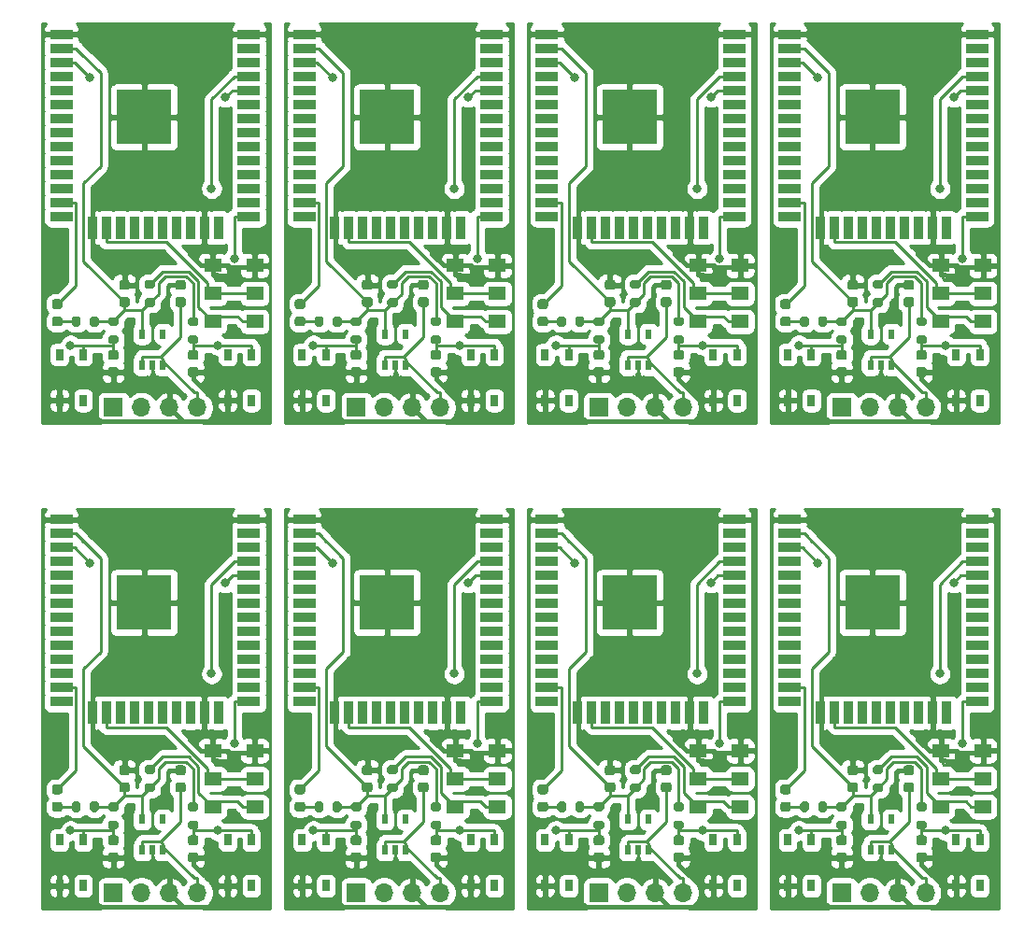
<source format=gtl>
%TF.GenerationSoftware,KiCad,Pcbnew,(5.1.7)-1*%
%TF.CreationDate,2020-10-21T06:22:45+09:00*%
%TF.ProjectId,UARTtoBluetooth_array,55415254-746f-4426-9c75-65746f6f7468,rev?*%
%TF.SameCoordinates,Original*%
%TF.FileFunction,Copper,L1,Top*%
%TF.FilePolarity,Positive*%
%FSLAX46Y46*%
G04 Gerber Fmt 4.6, Leading zero omitted, Abs format (unit mm)*
G04 Created by KiCad (PCBNEW (5.1.7)-1) date 2020-10-21 06:22:45*
%MOMM*%
%LPD*%
G01*
G04 APERTURE LIST*
%TA.AperFunction,SMDPad,CuDef*%
%ADD10R,5.000000X5.000000*%
%TD*%
%TA.AperFunction,SMDPad,CuDef*%
%ADD11R,2.000000X0.900000*%
%TD*%
%TA.AperFunction,SMDPad,CuDef*%
%ADD12R,0.900000X2.000000*%
%TD*%
%TA.AperFunction,SMDPad,CuDef*%
%ADD13R,1.500000X1.200000*%
%TD*%
%TA.AperFunction,SMDPad,CuDef*%
%ADD14R,0.600000X0.900000*%
%TD*%
%TA.AperFunction,SMDPad,CuDef*%
%ADD15R,0.650000X1.050000*%
%TD*%
%TA.AperFunction,ComponentPad*%
%ADD16R,1.700000X1.700000*%
%TD*%
%TA.AperFunction,ComponentPad*%
%ADD17O,1.700000X1.700000*%
%TD*%
%TA.AperFunction,ViaPad*%
%ADD18C,0.800000*%
%TD*%
%TA.AperFunction,Conductor*%
%ADD19C,0.400000*%
%TD*%
%TA.AperFunction,Conductor*%
%ADD20C,0.250000*%
%TD*%
%TA.AperFunction,Conductor*%
%ADD21C,0.254000*%
%TD*%
%TA.AperFunction,Conductor*%
%ADD22C,0.100000*%
%TD*%
G04 APERTURE END LIST*
D10*
%TO.P,U1,39*%
%TO.N,GND*%
X112104000Y-107395000D03*
D11*
%TO.P,U1,1*%
X104604000Y-99895000D03*
%TO.P,U1,2*%
%TO.N,+3V3*%
X104604000Y-101165000D03*
%TO.P,U1,3*%
%TO.N,RESET*%
X104604000Y-102435000D03*
%TO.P,U1,4*%
%TO.N,Net-(U1-Pad4)*%
X104604000Y-103705000D03*
%TO.P,U1,5*%
%TO.N,Net-(U1-Pad5)*%
X104604000Y-104975000D03*
%TO.P,U1,6*%
%TO.N,Net-(U1-Pad6)*%
X104604000Y-106245000D03*
%TO.P,U1,7*%
%TO.N,Net-(U1-Pad7)*%
X104604000Y-107515000D03*
%TO.P,U1,8*%
%TO.N,Net-(U1-Pad8)*%
X104604000Y-108785000D03*
%TO.P,U1,9*%
%TO.N,Net-(U1-Pad9)*%
X104604000Y-110055000D03*
%TO.P,U1,10*%
%TO.N,Net-(U1-Pad10)*%
X104604000Y-111325000D03*
%TO.P,U1,11*%
%TO.N,Net-(U1-Pad11)*%
X104604000Y-112595000D03*
%TO.P,U1,12*%
%TO.N,Net-(U1-Pad12)*%
X104604000Y-113865000D03*
%TO.P,U1,13*%
%TO.N,LED*%
X104604000Y-115135000D03*
%TO.P,U1,14*%
%TO.N,Net-(U1-Pad14)*%
X104604000Y-116405000D03*
D12*
%TO.P,U1,15*%
%TO.N,GND*%
X107389000Y-117405000D03*
%TO.P,U1,16*%
%TO.N,MODE*%
X108659000Y-117405000D03*
%TO.P,U1,17*%
%TO.N,Net-(U1-Pad17)*%
X109929000Y-117405000D03*
%TO.P,U1,18*%
%TO.N,Net-(U1-Pad18)*%
X111199000Y-117405000D03*
%TO.P,U1,19*%
%TO.N,Net-(U1-Pad19)*%
X112469000Y-117405000D03*
%TO.P,U1,20*%
%TO.N,Net-(U1-Pad20)*%
X113739000Y-117405000D03*
%TO.P,U1,21*%
%TO.N,Net-(U1-Pad21)*%
X115009000Y-117405000D03*
%TO.P,U1,22*%
%TO.N,Net-(U1-Pad22)*%
X116279000Y-117405000D03*
%TO.P,U1,23*%
%TO.N,GND*%
X117549000Y-117405000D03*
%TO.P,U1,24*%
%TO.N,Net-(U1-Pad24)*%
X118819000Y-117405000D03*
D11*
%TO.P,U1,25*%
%TO.N,BOOT*%
X121604000Y-116405000D03*
%TO.P,U1,26*%
%TO.N,Net-(U1-Pad26)*%
X121604000Y-115135000D03*
%TO.P,U1,27*%
%TO.N,Net-(U1-Pad27)*%
X121604000Y-113865000D03*
%TO.P,U1,28*%
%TO.N,Net-(U1-Pad28)*%
X121604000Y-112595000D03*
%TO.P,U1,29*%
%TO.N,Net-(U1-Pad29)*%
X121604000Y-111325000D03*
%TO.P,U1,30*%
%TO.N,Net-(U1-Pad30)*%
X121604000Y-110055000D03*
%TO.P,U1,31*%
%TO.N,Net-(U1-Pad31)*%
X121604000Y-108785000D03*
%TO.P,U1,32*%
%TO.N,Net-(U1-Pad32)*%
X121604000Y-107515000D03*
%TO.P,U1,33*%
%TO.N,Net-(U1-Pad33)*%
X121604000Y-106245000D03*
%TO.P,U1,34*%
%TO.N,RXD*%
X121604000Y-104975000D03*
%TO.P,U1,35*%
%TO.N,TXD*%
X121604000Y-103705000D03*
%TO.P,U1,36*%
%TO.N,Net-(U1-Pad36)*%
X121604000Y-102435000D03*
%TO.P,U1,37*%
%TO.N,Net-(U1-Pad37)*%
X121604000Y-101165000D03*
%TO.P,U1,38*%
%TO.N,GND*%
X121604000Y-99895000D03*
%TD*%
D13*
%TO.P,SW1,1*%
%TO.N,Net-(R2-Pad2)*%
X184308000Y-125930000D03*
X188118000Y-125930000D03*
%TO.P,SW1,2*%
%TO.N,MODE*%
X188118000Y-123390000D03*
X184308000Y-123390000D03*
%TO.P,SW1,3*%
%TO.N,GND*%
X184308000Y-120850000D03*
X188118000Y-120850000D03*
%TD*%
%TO.P,SW1,1*%
%TO.N,Net-(R2-Pad2)*%
X162308000Y-125930000D03*
X166118000Y-125930000D03*
%TO.P,SW1,2*%
%TO.N,MODE*%
X166118000Y-123390000D03*
X162308000Y-123390000D03*
%TO.P,SW1,3*%
%TO.N,GND*%
X162308000Y-120850000D03*
X166118000Y-120850000D03*
%TD*%
%TO.P,SW1,1*%
%TO.N,Net-(R2-Pad2)*%
X140308000Y-125930000D03*
X144118000Y-125930000D03*
%TO.P,SW1,2*%
%TO.N,MODE*%
X144118000Y-123390000D03*
X140308000Y-123390000D03*
%TO.P,SW1,3*%
%TO.N,GND*%
X140308000Y-120850000D03*
X144118000Y-120850000D03*
%TD*%
%TO.P,SW1,1*%
%TO.N,Net-(R2-Pad2)*%
X118308000Y-125930000D03*
X122118000Y-125930000D03*
%TO.P,SW1,2*%
%TO.N,MODE*%
X122118000Y-123390000D03*
X118308000Y-123390000D03*
%TO.P,SW1,3*%
%TO.N,GND*%
X118308000Y-120850000D03*
X122118000Y-120850000D03*
%TD*%
%TO.P,SW1,1*%
%TO.N,Net-(R2-Pad2)*%
X184308000Y-81930000D03*
X188118000Y-81930000D03*
%TO.P,SW1,2*%
%TO.N,MODE*%
X188118000Y-79390000D03*
X184308000Y-79390000D03*
%TO.P,SW1,3*%
%TO.N,GND*%
X184308000Y-76850000D03*
X188118000Y-76850000D03*
%TD*%
%TO.P,SW1,1*%
%TO.N,Net-(R2-Pad2)*%
X162308000Y-81930000D03*
X166118000Y-81930000D03*
%TO.P,SW1,2*%
%TO.N,MODE*%
X166118000Y-79390000D03*
X162308000Y-79390000D03*
%TO.P,SW1,3*%
%TO.N,GND*%
X162308000Y-76850000D03*
X166118000Y-76850000D03*
%TD*%
%TO.P,SW1,1*%
%TO.N,Net-(R2-Pad2)*%
X140308000Y-81930000D03*
X144118000Y-81930000D03*
%TO.P,SW1,2*%
%TO.N,MODE*%
X144118000Y-79390000D03*
X140308000Y-79390000D03*
%TO.P,SW1,3*%
%TO.N,GND*%
X140308000Y-76850000D03*
X144118000Y-76850000D03*
%TD*%
%TO.P,R1,1*%
%TO.N,Net-(D1-Pad2)*%
%TA.AperFunction,SMDPad,CuDef*%
G36*
G01*
X171545000Y-126205000D02*
X171545000Y-125655000D01*
G75*
G02*
X171745000Y-125455000I200000J0D01*
G01*
X172145000Y-125455000D01*
G75*
G02*
X172345000Y-125655000I0J-200000D01*
G01*
X172345000Y-126205000D01*
G75*
G02*
X172145000Y-126405000I-200000J0D01*
G01*
X171745000Y-126405000D01*
G75*
G02*
X171545000Y-126205000I0J200000D01*
G01*
G37*
%TD.AperFunction*%
%TO.P,R1,2*%
%TO.N,+3V3*%
%TA.AperFunction,SMDPad,CuDef*%
G36*
G01*
X173195000Y-126205000D02*
X173195000Y-125655000D01*
G75*
G02*
X173395000Y-125455000I200000J0D01*
G01*
X173795000Y-125455000D01*
G75*
G02*
X173995000Y-125655000I0J-200000D01*
G01*
X173995000Y-126205000D01*
G75*
G02*
X173795000Y-126405000I-200000J0D01*
G01*
X173395000Y-126405000D01*
G75*
G02*
X173195000Y-126205000I0J200000D01*
G01*
G37*
%TD.AperFunction*%
%TD*%
%TO.P,R1,1*%
%TO.N,Net-(D1-Pad2)*%
%TA.AperFunction,SMDPad,CuDef*%
G36*
G01*
X149545000Y-126205000D02*
X149545000Y-125655000D01*
G75*
G02*
X149745000Y-125455000I200000J0D01*
G01*
X150145000Y-125455000D01*
G75*
G02*
X150345000Y-125655000I0J-200000D01*
G01*
X150345000Y-126205000D01*
G75*
G02*
X150145000Y-126405000I-200000J0D01*
G01*
X149745000Y-126405000D01*
G75*
G02*
X149545000Y-126205000I0J200000D01*
G01*
G37*
%TD.AperFunction*%
%TO.P,R1,2*%
%TO.N,+3V3*%
%TA.AperFunction,SMDPad,CuDef*%
G36*
G01*
X151195000Y-126205000D02*
X151195000Y-125655000D01*
G75*
G02*
X151395000Y-125455000I200000J0D01*
G01*
X151795000Y-125455000D01*
G75*
G02*
X151995000Y-125655000I0J-200000D01*
G01*
X151995000Y-126205000D01*
G75*
G02*
X151795000Y-126405000I-200000J0D01*
G01*
X151395000Y-126405000D01*
G75*
G02*
X151195000Y-126205000I0J200000D01*
G01*
G37*
%TD.AperFunction*%
%TD*%
%TO.P,R1,1*%
%TO.N,Net-(D1-Pad2)*%
%TA.AperFunction,SMDPad,CuDef*%
G36*
G01*
X127545000Y-126205000D02*
X127545000Y-125655000D01*
G75*
G02*
X127745000Y-125455000I200000J0D01*
G01*
X128145000Y-125455000D01*
G75*
G02*
X128345000Y-125655000I0J-200000D01*
G01*
X128345000Y-126205000D01*
G75*
G02*
X128145000Y-126405000I-200000J0D01*
G01*
X127745000Y-126405000D01*
G75*
G02*
X127545000Y-126205000I0J200000D01*
G01*
G37*
%TD.AperFunction*%
%TO.P,R1,2*%
%TO.N,+3V3*%
%TA.AperFunction,SMDPad,CuDef*%
G36*
G01*
X129195000Y-126205000D02*
X129195000Y-125655000D01*
G75*
G02*
X129395000Y-125455000I200000J0D01*
G01*
X129795000Y-125455000D01*
G75*
G02*
X129995000Y-125655000I0J-200000D01*
G01*
X129995000Y-126205000D01*
G75*
G02*
X129795000Y-126405000I-200000J0D01*
G01*
X129395000Y-126405000D01*
G75*
G02*
X129195000Y-126205000I0J200000D01*
G01*
G37*
%TD.AperFunction*%
%TD*%
%TO.P,R1,1*%
%TO.N,Net-(D1-Pad2)*%
%TA.AperFunction,SMDPad,CuDef*%
G36*
G01*
X105545000Y-126205000D02*
X105545000Y-125655000D01*
G75*
G02*
X105745000Y-125455000I200000J0D01*
G01*
X106145000Y-125455000D01*
G75*
G02*
X106345000Y-125655000I0J-200000D01*
G01*
X106345000Y-126205000D01*
G75*
G02*
X106145000Y-126405000I-200000J0D01*
G01*
X105745000Y-126405000D01*
G75*
G02*
X105545000Y-126205000I0J200000D01*
G01*
G37*
%TD.AperFunction*%
%TO.P,R1,2*%
%TO.N,+3V3*%
%TA.AperFunction,SMDPad,CuDef*%
G36*
G01*
X107195000Y-126205000D02*
X107195000Y-125655000D01*
G75*
G02*
X107395000Y-125455000I200000J0D01*
G01*
X107795000Y-125455000D01*
G75*
G02*
X107995000Y-125655000I0J-200000D01*
G01*
X107995000Y-126205000D01*
G75*
G02*
X107795000Y-126405000I-200000J0D01*
G01*
X107395000Y-126405000D01*
G75*
G02*
X107195000Y-126205000I0J200000D01*
G01*
G37*
%TD.AperFunction*%
%TD*%
%TO.P,R1,1*%
%TO.N,Net-(D1-Pad2)*%
%TA.AperFunction,SMDPad,CuDef*%
G36*
G01*
X171545000Y-82205000D02*
X171545000Y-81655000D01*
G75*
G02*
X171745000Y-81455000I200000J0D01*
G01*
X172145000Y-81455000D01*
G75*
G02*
X172345000Y-81655000I0J-200000D01*
G01*
X172345000Y-82205000D01*
G75*
G02*
X172145000Y-82405000I-200000J0D01*
G01*
X171745000Y-82405000D01*
G75*
G02*
X171545000Y-82205000I0J200000D01*
G01*
G37*
%TD.AperFunction*%
%TO.P,R1,2*%
%TO.N,+3V3*%
%TA.AperFunction,SMDPad,CuDef*%
G36*
G01*
X173195000Y-82205000D02*
X173195000Y-81655000D01*
G75*
G02*
X173395000Y-81455000I200000J0D01*
G01*
X173795000Y-81455000D01*
G75*
G02*
X173995000Y-81655000I0J-200000D01*
G01*
X173995000Y-82205000D01*
G75*
G02*
X173795000Y-82405000I-200000J0D01*
G01*
X173395000Y-82405000D01*
G75*
G02*
X173195000Y-82205000I0J200000D01*
G01*
G37*
%TD.AperFunction*%
%TD*%
%TO.P,R1,1*%
%TO.N,Net-(D1-Pad2)*%
%TA.AperFunction,SMDPad,CuDef*%
G36*
G01*
X149545000Y-82205000D02*
X149545000Y-81655000D01*
G75*
G02*
X149745000Y-81455000I200000J0D01*
G01*
X150145000Y-81455000D01*
G75*
G02*
X150345000Y-81655000I0J-200000D01*
G01*
X150345000Y-82205000D01*
G75*
G02*
X150145000Y-82405000I-200000J0D01*
G01*
X149745000Y-82405000D01*
G75*
G02*
X149545000Y-82205000I0J200000D01*
G01*
G37*
%TD.AperFunction*%
%TO.P,R1,2*%
%TO.N,+3V3*%
%TA.AperFunction,SMDPad,CuDef*%
G36*
G01*
X151195000Y-82205000D02*
X151195000Y-81655000D01*
G75*
G02*
X151395000Y-81455000I200000J0D01*
G01*
X151795000Y-81455000D01*
G75*
G02*
X151995000Y-81655000I0J-200000D01*
G01*
X151995000Y-82205000D01*
G75*
G02*
X151795000Y-82405000I-200000J0D01*
G01*
X151395000Y-82405000D01*
G75*
G02*
X151195000Y-82205000I0J200000D01*
G01*
G37*
%TD.AperFunction*%
%TD*%
%TO.P,R1,1*%
%TO.N,Net-(D1-Pad2)*%
%TA.AperFunction,SMDPad,CuDef*%
G36*
G01*
X127545000Y-82205000D02*
X127545000Y-81655000D01*
G75*
G02*
X127745000Y-81455000I200000J0D01*
G01*
X128145000Y-81455000D01*
G75*
G02*
X128345000Y-81655000I0J-200000D01*
G01*
X128345000Y-82205000D01*
G75*
G02*
X128145000Y-82405000I-200000J0D01*
G01*
X127745000Y-82405000D01*
G75*
G02*
X127545000Y-82205000I0J200000D01*
G01*
G37*
%TD.AperFunction*%
%TO.P,R1,2*%
%TO.N,+3V3*%
%TA.AperFunction,SMDPad,CuDef*%
G36*
G01*
X129195000Y-82205000D02*
X129195000Y-81655000D01*
G75*
G02*
X129395000Y-81455000I200000J0D01*
G01*
X129795000Y-81455000D01*
G75*
G02*
X129995000Y-81655000I0J-200000D01*
G01*
X129995000Y-82205000D01*
G75*
G02*
X129795000Y-82405000I-200000J0D01*
G01*
X129395000Y-82405000D01*
G75*
G02*
X129195000Y-82205000I0J200000D01*
G01*
G37*
%TD.AperFunction*%
%TD*%
%TO.P,D1,1*%
%TO.N,LED*%
%TA.AperFunction,SMDPad,CuDef*%
G36*
G01*
X169973750Y-123917500D02*
X170486250Y-123917500D01*
G75*
G02*
X170705000Y-124136250I0J-218750D01*
G01*
X170705000Y-124573750D01*
G75*
G02*
X170486250Y-124792500I-218750J0D01*
G01*
X169973750Y-124792500D01*
G75*
G02*
X169755000Y-124573750I0J218750D01*
G01*
X169755000Y-124136250D01*
G75*
G02*
X169973750Y-123917500I218750J0D01*
G01*
G37*
%TD.AperFunction*%
%TO.P,D1,2*%
%TO.N,Net-(D1-Pad2)*%
%TA.AperFunction,SMDPad,CuDef*%
G36*
G01*
X169973750Y-125492500D02*
X170486250Y-125492500D01*
G75*
G02*
X170705000Y-125711250I0J-218750D01*
G01*
X170705000Y-126148750D01*
G75*
G02*
X170486250Y-126367500I-218750J0D01*
G01*
X169973750Y-126367500D01*
G75*
G02*
X169755000Y-126148750I0J218750D01*
G01*
X169755000Y-125711250D01*
G75*
G02*
X169973750Y-125492500I218750J0D01*
G01*
G37*
%TD.AperFunction*%
%TD*%
%TO.P,D1,1*%
%TO.N,LED*%
%TA.AperFunction,SMDPad,CuDef*%
G36*
G01*
X147973750Y-123917500D02*
X148486250Y-123917500D01*
G75*
G02*
X148705000Y-124136250I0J-218750D01*
G01*
X148705000Y-124573750D01*
G75*
G02*
X148486250Y-124792500I-218750J0D01*
G01*
X147973750Y-124792500D01*
G75*
G02*
X147755000Y-124573750I0J218750D01*
G01*
X147755000Y-124136250D01*
G75*
G02*
X147973750Y-123917500I218750J0D01*
G01*
G37*
%TD.AperFunction*%
%TO.P,D1,2*%
%TO.N,Net-(D1-Pad2)*%
%TA.AperFunction,SMDPad,CuDef*%
G36*
G01*
X147973750Y-125492500D02*
X148486250Y-125492500D01*
G75*
G02*
X148705000Y-125711250I0J-218750D01*
G01*
X148705000Y-126148750D01*
G75*
G02*
X148486250Y-126367500I-218750J0D01*
G01*
X147973750Y-126367500D01*
G75*
G02*
X147755000Y-126148750I0J218750D01*
G01*
X147755000Y-125711250D01*
G75*
G02*
X147973750Y-125492500I218750J0D01*
G01*
G37*
%TD.AperFunction*%
%TD*%
%TO.P,D1,1*%
%TO.N,LED*%
%TA.AperFunction,SMDPad,CuDef*%
G36*
G01*
X125973750Y-123917500D02*
X126486250Y-123917500D01*
G75*
G02*
X126705000Y-124136250I0J-218750D01*
G01*
X126705000Y-124573750D01*
G75*
G02*
X126486250Y-124792500I-218750J0D01*
G01*
X125973750Y-124792500D01*
G75*
G02*
X125755000Y-124573750I0J218750D01*
G01*
X125755000Y-124136250D01*
G75*
G02*
X125973750Y-123917500I218750J0D01*
G01*
G37*
%TD.AperFunction*%
%TO.P,D1,2*%
%TO.N,Net-(D1-Pad2)*%
%TA.AperFunction,SMDPad,CuDef*%
G36*
G01*
X125973750Y-125492500D02*
X126486250Y-125492500D01*
G75*
G02*
X126705000Y-125711250I0J-218750D01*
G01*
X126705000Y-126148750D01*
G75*
G02*
X126486250Y-126367500I-218750J0D01*
G01*
X125973750Y-126367500D01*
G75*
G02*
X125755000Y-126148750I0J218750D01*
G01*
X125755000Y-125711250D01*
G75*
G02*
X125973750Y-125492500I218750J0D01*
G01*
G37*
%TD.AperFunction*%
%TD*%
%TO.P,D1,1*%
%TO.N,LED*%
%TA.AperFunction,SMDPad,CuDef*%
G36*
G01*
X103973750Y-123917500D02*
X104486250Y-123917500D01*
G75*
G02*
X104705000Y-124136250I0J-218750D01*
G01*
X104705000Y-124573750D01*
G75*
G02*
X104486250Y-124792500I-218750J0D01*
G01*
X103973750Y-124792500D01*
G75*
G02*
X103755000Y-124573750I0J218750D01*
G01*
X103755000Y-124136250D01*
G75*
G02*
X103973750Y-123917500I218750J0D01*
G01*
G37*
%TD.AperFunction*%
%TO.P,D1,2*%
%TO.N,Net-(D1-Pad2)*%
%TA.AperFunction,SMDPad,CuDef*%
G36*
G01*
X103973750Y-125492500D02*
X104486250Y-125492500D01*
G75*
G02*
X104705000Y-125711250I0J-218750D01*
G01*
X104705000Y-126148750D01*
G75*
G02*
X104486250Y-126367500I-218750J0D01*
G01*
X103973750Y-126367500D01*
G75*
G02*
X103755000Y-126148750I0J218750D01*
G01*
X103755000Y-125711250D01*
G75*
G02*
X103973750Y-125492500I218750J0D01*
G01*
G37*
%TD.AperFunction*%
%TD*%
%TO.P,D1,1*%
%TO.N,LED*%
%TA.AperFunction,SMDPad,CuDef*%
G36*
G01*
X169973750Y-79917500D02*
X170486250Y-79917500D01*
G75*
G02*
X170705000Y-80136250I0J-218750D01*
G01*
X170705000Y-80573750D01*
G75*
G02*
X170486250Y-80792500I-218750J0D01*
G01*
X169973750Y-80792500D01*
G75*
G02*
X169755000Y-80573750I0J218750D01*
G01*
X169755000Y-80136250D01*
G75*
G02*
X169973750Y-79917500I218750J0D01*
G01*
G37*
%TD.AperFunction*%
%TO.P,D1,2*%
%TO.N,Net-(D1-Pad2)*%
%TA.AperFunction,SMDPad,CuDef*%
G36*
G01*
X169973750Y-81492500D02*
X170486250Y-81492500D01*
G75*
G02*
X170705000Y-81711250I0J-218750D01*
G01*
X170705000Y-82148750D01*
G75*
G02*
X170486250Y-82367500I-218750J0D01*
G01*
X169973750Y-82367500D01*
G75*
G02*
X169755000Y-82148750I0J218750D01*
G01*
X169755000Y-81711250D01*
G75*
G02*
X169973750Y-81492500I218750J0D01*
G01*
G37*
%TD.AperFunction*%
%TD*%
%TO.P,D1,1*%
%TO.N,LED*%
%TA.AperFunction,SMDPad,CuDef*%
G36*
G01*
X147973750Y-79917500D02*
X148486250Y-79917500D01*
G75*
G02*
X148705000Y-80136250I0J-218750D01*
G01*
X148705000Y-80573750D01*
G75*
G02*
X148486250Y-80792500I-218750J0D01*
G01*
X147973750Y-80792500D01*
G75*
G02*
X147755000Y-80573750I0J218750D01*
G01*
X147755000Y-80136250D01*
G75*
G02*
X147973750Y-79917500I218750J0D01*
G01*
G37*
%TD.AperFunction*%
%TO.P,D1,2*%
%TO.N,Net-(D1-Pad2)*%
%TA.AperFunction,SMDPad,CuDef*%
G36*
G01*
X147973750Y-81492500D02*
X148486250Y-81492500D01*
G75*
G02*
X148705000Y-81711250I0J-218750D01*
G01*
X148705000Y-82148750D01*
G75*
G02*
X148486250Y-82367500I-218750J0D01*
G01*
X147973750Y-82367500D01*
G75*
G02*
X147755000Y-82148750I0J218750D01*
G01*
X147755000Y-81711250D01*
G75*
G02*
X147973750Y-81492500I218750J0D01*
G01*
G37*
%TD.AperFunction*%
%TD*%
%TO.P,D1,1*%
%TO.N,LED*%
%TA.AperFunction,SMDPad,CuDef*%
G36*
G01*
X125973750Y-79917500D02*
X126486250Y-79917500D01*
G75*
G02*
X126705000Y-80136250I0J-218750D01*
G01*
X126705000Y-80573750D01*
G75*
G02*
X126486250Y-80792500I-218750J0D01*
G01*
X125973750Y-80792500D01*
G75*
G02*
X125755000Y-80573750I0J218750D01*
G01*
X125755000Y-80136250D01*
G75*
G02*
X125973750Y-79917500I218750J0D01*
G01*
G37*
%TD.AperFunction*%
%TO.P,D1,2*%
%TO.N,Net-(D1-Pad2)*%
%TA.AperFunction,SMDPad,CuDef*%
G36*
G01*
X125973750Y-81492500D02*
X126486250Y-81492500D01*
G75*
G02*
X126705000Y-81711250I0J-218750D01*
G01*
X126705000Y-82148750D01*
G75*
G02*
X126486250Y-82367500I-218750J0D01*
G01*
X125973750Y-82367500D01*
G75*
G02*
X125755000Y-82148750I0J218750D01*
G01*
X125755000Y-81711250D01*
G75*
G02*
X125973750Y-81492500I218750J0D01*
G01*
G37*
%TD.AperFunction*%
%TD*%
%TO.P,C1,2*%
%TO.N,GND*%
%TA.AperFunction,SMDPad,CuDef*%
G36*
G01*
X181656000Y-123065000D02*
X181156000Y-123065000D01*
G75*
G02*
X180931000Y-122840000I0J225000D01*
G01*
X180931000Y-122390000D01*
G75*
G02*
X181156000Y-122165000I225000J0D01*
G01*
X181656000Y-122165000D01*
G75*
G02*
X181881000Y-122390000I0J-225000D01*
G01*
X181881000Y-122840000D01*
G75*
G02*
X181656000Y-123065000I-225000J0D01*
G01*
G37*
%TD.AperFunction*%
%TO.P,C1,1*%
%TO.N,+5V*%
%TA.AperFunction,SMDPad,CuDef*%
G36*
G01*
X181656000Y-124615000D02*
X181156000Y-124615000D01*
G75*
G02*
X180931000Y-124390000I0J225000D01*
G01*
X180931000Y-123940000D01*
G75*
G02*
X181156000Y-123715000I225000J0D01*
G01*
X181656000Y-123715000D01*
G75*
G02*
X181881000Y-123940000I0J-225000D01*
G01*
X181881000Y-124390000D01*
G75*
G02*
X181656000Y-124615000I-225000J0D01*
G01*
G37*
%TD.AperFunction*%
%TD*%
%TO.P,C1,2*%
%TO.N,GND*%
%TA.AperFunction,SMDPad,CuDef*%
G36*
G01*
X159656000Y-123065000D02*
X159156000Y-123065000D01*
G75*
G02*
X158931000Y-122840000I0J225000D01*
G01*
X158931000Y-122390000D01*
G75*
G02*
X159156000Y-122165000I225000J0D01*
G01*
X159656000Y-122165000D01*
G75*
G02*
X159881000Y-122390000I0J-225000D01*
G01*
X159881000Y-122840000D01*
G75*
G02*
X159656000Y-123065000I-225000J0D01*
G01*
G37*
%TD.AperFunction*%
%TO.P,C1,1*%
%TO.N,+5V*%
%TA.AperFunction,SMDPad,CuDef*%
G36*
G01*
X159656000Y-124615000D02*
X159156000Y-124615000D01*
G75*
G02*
X158931000Y-124390000I0J225000D01*
G01*
X158931000Y-123940000D01*
G75*
G02*
X159156000Y-123715000I225000J0D01*
G01*
X159656000Y-123715000D01*
G75*
G02*
X159881000Y-123940000I0J-225000D01*
G01*
X159881000Y-124390000D01*
G75*
G02*
X159656000Y-124615000I-225000J0D01*
G01*
G37*
%TD.AperFunction*%
%TD*%
%TO.P,C1,2*%
%TO.N,GND*%
%TA.AperFunction,SMDPad,CuDef*%
G36*
G01*
X137656000Y-123065000D02*
X137156000Y-123065000D01*
G75*
G02*
X136931000Y-122840000I0J225000D01*
G01*
X136931000Y-122390000D01*
G75*
G02*
X137156000Y-122165000I225000J0D01*
G01*
X137656000Y-122165000D01*
G75*
G02*
X137881000Y-122390000I0J-225000D01*
G01*
X137881000Y-122840000D01*
G75*
G02*
X137656000Y-123065000I-225000J0D01*
G01*
G37*
%TD.AperFunction*%
%TO.P,C1,1*%
%TO.N,+5V*%
%TA.AperFunction,SMDPad,CuDef*%
G36*
G01*
X137656000Y-124615000D02*
X137156000Y-124615000D01*
G75*
G02*
X136931000Y-124390000I0J225000D01*
G01*
X136931000Y-123940000D01*
G75*
G02*
X137156000Y-123715000I225000J0D01*
G01*
X137656000Y-123715000D01*
G75*
G02*
X137881000Y-123940000I0J-225000D01*
G01*
X137881000Y-124390000D01*
G75*
G02*
X137656000Y-124615000I-225000J0D01*
G01*
G37*
%TD.AperFunction*%
%TD*%
%TO.P,C1,2*%
%TO.N,GND*%
%TA.AperFunction,SMDPad,CuDef*%
G36*
G01*
X115656000Y-123065000D02*
X115156000Y-123065000D01*
G75*
G02*
X114931000Y-122840000I0J225000D01*
G01*
X114931000Y-122390000D01*
G75*
G02*
X115156000Y-122165000I225000J0D01*
G01*
X115656000Y-122165000D01*
G75*
G02*
X115881000Y-122390000I0J-225000D01*
G01*
X115881000Y-122840000D01*
G75*
G02*
X115656000Y-123065000I-225000J0D01*
G01*
G37*
%TD.AperFunction*%
%TO.P,C1,1*%
%TO.N,+5V*%
%TA.AperFunction,SMDPad,CuDef*%
G36*
G01*
X115656000Y-124615000D02*
X115156000Y-124615000D01*
G75*
G02*
X114931000Y-124390000I0J225000D01*
G01*
X114931000Y-123940000D01*
G75*
G02*
X115156000Y-123715000I225000J0D01*
G01*
X115656000Y-123715000D01*
G75*
G02*
X115881000Y-123940000I0J-225000D01*
G01*
X115881000Y-124390000D01*
G75*
G02*
X115656000Y-124615000I-225000J0D01*
G01*
G37*
%TD.AperFunction*%
%TD*%
%TO.P,C1,2*%
%TO.N,GND*%
%TA.AperFunction,SMDPad,CuDef*%
G36*
G01*
X181656000Y-79065000D02*
X181156000Y-79065000D01*
G75*
G02*
X180931000Y-78840000I0J225000D01*
G01*
X180931000Y-78390000D01*
G75*
G02*
X181156000Y-78165000I225000J0D01*
G01*
X181656000Y-78165000D01*
G75*
G02*
X181881000Y-78390000I0J-225000D01*
G01*
X181881000Y-78840000D01*
G75*
G02*
X181656000Y-79065000I-225000J0D01*
G01*
G37*
%TD.AperFunction*%
%TO.P,C1,1*%
%TO.N,+5V*%
%TA.AperFunction,SMDPad,CuDef*%
G36*
G01*
X181656000Y-80615000D02*
X181156000Y-80615000D01*
G75*
G02*
X180931000Y-80390000I0J225000D01*
G01*
X180931000Y-79940000D01*
G75*
G02*
X181156000Y-79715000I225000J0D01*
G01*
X181656000Y-79715000D01*
G75*
G02*
X181881000Y-79940000I0J-225000D01*
G01*
X181881000Y-80390000D01*
G75*
G02*
X181656000Y-80615000I-225000J0D01*
G01*
G37*
%TD.AperFunction*%
%TD*%
%TO.P,C1,2*%
%TO.N,GND*%
%TA.AperFunction,SMDPad,CuDef*%
G36*
G01*
X159656000Y-79065000D02*
X159156000Y-79065000D01*
G75*
G02*
X158931000Y-78840000I0J225000D01*
G01*
X158931000Y-78390000D01*
G75*
G02*
X159156000Y-78165000I225000J0D01*
G01*
X159656000Y-78165000D01*
G75*
G02*
X159881000Y-78390000I0J-225000D01*
G01*
X159881000Y-78840000D01*
G75*
G02*
X159656000Y-79065000I-225000J0D01*
G01*
G37*
%TD.AperFunction*%
%TO.P,C1,1*%
%TO.N,+5V*%
%TA.AperFunction,SMDPad,CuDef*%
G36*
G01*
X159656000Y-80615000D02*
X159156000Y-80615000D01*
G75*
G02*
X158931000Y-80390000I0J225000D01*
G01*
X158931000Y-79940000D01*
G75*
G02*
X159156000Y-79715000I225000J0D01*
G01*
X159656000Y-79715000D01*
G75*
G02*
X159881000Y-79940000I0J-225000D01*
G01*
X159881000Y-80390000D01*
G75*
G02*
X159656000Y-80615000I-225000J0D01*
G01*
G37*
%TD.AperFunction*%
%TD*%
%TO.P,C1,2*%
%TO.N,GND*%
%TA.AperFunction,SMDPad,CuDef*%
G36*
G01*
X137656000Y-79065000D02*
X137156000Y-79065000D01*
G75*
G02*
X136931000Y-78840000I0J225000D01*
G01*
X136931000Y-78390000D01*
G75*
G02*
X137156000Y-78165000I225000J0D01*
G01*
X137656000Y-78165000D01*
G75*
G02*
X137881000Y-78390000I0J-225000D01*
G01*
X137881000Y-78840000D01*
G75*
G02*
X137656000Y-79065000I-225000J0D01*
G01*
G37*
%TD.AperFunction*%
%TO.P,C1,1*%
%TO.N,+5V*%
%TA.AperFunction,SMDPad,CuDef*%
G36*
G01*
X137656000Y-80615000D02*
X137156000Y-80615000D01*
G75*
G02*
X136931000Y-80390000I0J225000D01*
G01*
X136931000Y-79940000D01*
G75*
G02*
X137156000Y-79715000I225000J0D01*
G01*
X137656000Y-79715000D01*
G75*
G02*
X137881000Y-79940000I0J-225000D01*
G01*
X137881000Y-80390000D01*
G75*
G02*
X137656000Y-80615000I-225000J0D01*
G01*
G37*
%TD.AperFunction*%
%TD*%
%TO.P,C3,1*%
%TO.N,BOOT*%
%TA.AperFunction,SMDPad,CuDef*%
G36*
G01*
X182300000Y-128515000D02*
X182800000Y-128515000D01*
G75*
G02*
X183025000Y-128740000I0J-225000D01*
G01*
X183025000Y-129190000D01*
G75*
G02*
X182800000Y-129415000I-225000J0D01*
G01*
X182300000Y-129415000D01*
G75*
G02*
X182075000Y-129190000I0J225000D01*
G01*
X182075000Y-128740000D01*
G75*
G02*
X182300000Y-128515000I225000J0D01*
G01*
G37*
%TD.AperFunction*%
%TO.P,C3,2*%
%TO.N,GND*%
%TA.AperFunction,SMDPad,CuDef*%
G36*
G01*
X182300000Y-130065000D02*
X182800000Y-130065000D01*
G75*
G02*
X183025000Y-130290000I0J-225000D01*
G01*
X183025000Y-130740000D01*
G75*
G02*
X182800000Y-130965000I-225000J0D01*
G01*
X182300000Y-130965000D01*
G75*
G02*
X182075000Y-130740000I0J225000D01*
G01*
X182075000Y-130290000D01*
G75*
G02*
X182300000Y-130065000I225000J0D01*
G01*
G37*
%TD.AperFunction*%
%TD*%
%TO.P,C3,1*%
%TO.N,BOOT*%
%TA.AperFunction,SMDPad,CuDef*%
G36*
G01*
X160300000Y-128515000D02*
X160800000Y-128515000D01*
G75*
G02*
X161025000Y-128740000I0J-225000D01*
G01*
X161025000Y-129190000D01*
G75*
G02*
X160800000Y-129415000I-225000J0D01*
G01*
X160300000Y-129415000D01*
G75*
G02*
X160075000Y-129190000I0J225000D01*
G01*
X160075000Y-128740000D01*
G75*
G02*
X160300000Y-128515000I225000J0D01*
G01*
G37*
%TD.AperFunction*%
%TO.P,C3,2*%
%TO.N,GND*%
%TA.AperFunction,SMDPad,CuDef*%
G36*
G01*
X160300000Y-130065000D02*
X160800000Y-130065000D01*
G75*
G02*
X161025000Y-130290000I0J-225000D01*
G01*
X161025000Y-130740000D01*
G75*
G02*
X160800000Y-130965000I-225000J0D01*
G01*
X160300000Y-130965000D01*
G75*
G02*
X160075000Y-130740000I0J225000D01*
G01*
X160075000Y-130290000D01*
G75*
G02*
X160300000Y-130065000I225000J0D01*
G01*
G37*
%TD.AperFunction*%
%TD*%
%TO.P,C3,1*%
%TO.N,BOOT*%
%TA.AperFunction,SMDPad,CuDef*%
G36*
G01*
X138300000Y-128515000D02*
X138800000Y-128515000D01*
G75*
G02*
X139025000Y-128740000I0J-225000D01*
G01*
X139025000Y-129190000D01*
G75*
G02*
X138800000Y-129415000I-225000J0D01*
G01*
X138300000Y-129415000D01*
G75*
G02*
X138075000Y-129190000I0J225000D01*
G01*
X138075000Y-128740000D01*
G75*
G02*
X138300000Y-128515000I225000J0D01*
G01*
G37*
%TD.AperFunction*%
%TO.P,C3,2*%
%TO.N,GND*%
%TA.AperFunction,SMDPad,CuDef*%
G36*
G01*
X138300000Y-130065000D02*
X138800000Y-130065000D01*
G75*
G02*
X139025000Y-130290000I0J-225000D01*
G01*
X139025000Y-130740000D01*
G75*
G02*
X138800000Y-130965000I-225000J0D01*
G01*
X138300000Y-130965000D01*
G75*
G02*
X138075000Y-130740000I0J225000D01*
G01*
X138075000Y-130290000D01*
G75*
G02*
X138300000Y-130065000I225000J0D01*
G01*
G37*
%TD.AperFunction*%
%TD*%
%TO.P,C3,1*%
%TO.N,BOOT*%
%TA.AperFunction,SMDPad,CuDef*%
G36*
G01*
X116300000Y-128515000D02*
X116800000Y-128515000D01*
G75*
G02*
X117025000Y-128740000I0J-225000D01*
G01*
X117025000Y-129190000D01*
G75*
G02*
X116800000Y-129415000I-225000J0D01*
G01*
X116300000Y-129415000D01*
G75*
G02*
X116075000Y-129190000I0J225000D01*
G01*
X116075000Y-128740000D01*
G75*
G02*
X116300000Y-128515000I225000J0D01*
G01*
G37*
%TD.AperFunction*%
%TO.P,C3,2*%
%TO.N,GND*%
%TA.AperFunction,SMDPad,CuDef*%
G36*
G01*
X116300000Y-130065000D02*
X116800000Y-130065000D01*
G75*
G02*
X117025000Y-130290000I0J-225000D01*
G01*
X117025000Y-130740000D01*
G75*
G02*
X116800000Y-130965000I-225000J0D01*
G01*
X116300000Y-130965000D01*
G75*
G02*
X116075000Y-130740000I0J225000D01*
G01*
X116075000Y-130290000D01*
G75*
G02*
X116300000Y-130065000I225000J0D01*
G01*
G37*
%TD.AperFunction*%
%TD*%
%TO.P,C3,1*%
%TO.N,BOOT*%
%TA.AperFunction,SMDPad,CuDef*%
G36*
G01*
X182300000Y-84515000D02*
X182800000Y-84515000D01*
G75*
G02*
X183025000Y-84740000I0J-225000D01*
G01*
X183025000Y-85190000D01*
G75*
G02*
X182800000Y-85415000I-225000J0D01*
G01*
X182300000Y-85415000D01*
G75*
G02*
X182075000Y-85190000I0J225000D01*
G01*
X182075000Y-84740000D01*
G75*
G02*
X182300000Y-84515000I225000J0D01*
G01*
G37*
%TD.AperFunction*%
%TO.P,C3,2*%
%TO.N,GND*%
%TA.AperFunction,SMDPad,CuDef*%
G36*
G01*
X182300000Y-86065000D02*
X182800000Y-86065000D01*
G75*
G02*
X183025000Y-86290000I0J-225000D01*
G01*
X183025000Y-86740000D01*
G75*
G02*
X182800000Y-86965000I-225000J0D01*
G01*
X182300000Y-86965000D01*
G75*
G02*
X182075000Y-86740000I0J225000D01*
G01*
X182075000Y-86290000D01*
G75*
G02*
X182300000Y-86065000I225000J0D01*
G01*
G37*
%TD.AperFunction*%
%TD*%
%TO.P,C3,1*%
%TO.N,BOOT*%
%TA.AperFunction,SMDPad,CuDef*%
G36*
G01*
X160300000Y-84515000D02*
X160800000Y-84515000D01*
G75*
G02*
X161025000Y-84740000I0J-225000D01*
G01*
X161025000Y-85190000D01*
G75*
G02*
X160800000Y-85415000I-225000J0D01*
G01*
X160300000Y-85415000D01*
G75*
G02*
X160075000Y-85190000I0J225000D01*
G01*
X160075000Y-84740000D01*
G75*
G02*
X160300000Y-84515000I225000J0D01*
G01*
G37*
%TD.AperFunction*%
%TO.P,C3,2*%
%TO.N,GND*%
%TA.AperFunction,SMDPad,CuDef*%
G36*
G01*
X160300000Y-86065000D02*
X160800000Y-86065000D01*
G75*
G02*
X161025000Y-86290000I0J-225000D01*
G01*
X161025000Y-86740000D01*
G75*
G02*
X160800000Y-86965000I-225000J0D01*
G01*
X160300000Y-86965000D01*
G75*
G02*
X160075000Y-86740000I0J225000D01*
G01*
X160075000Y-86290000D01*
G75*
G02*
X160300000Y-86065000I225000J0D01*
G01*
G37*
%TD.AperFunction*%
%TD*%
%TO.P,C3,1*%
%TO.N,BOOT*%
%TA.AperFunction,SMDPad,CuDef*%
G36*
G01*
X138300000Y-84515000D02*
X138800000Y-84515000D01*
G75*
G02*
X139025000Y-84740000I0J-225000D01*
G01*
X139025000Y-85190000D01*
G75*
G02*
X138800000Y-85415000I-225000J0D01*
G01*
X138300000Y-85415000D01*
G75*
G02*
X138075000Y-85190000I0J225000D01*
G01*
X138075000Y-84740000D01*
G75*
G02*
X138300000Y-84515000I225000J0D01*
G01*
G37*
%TD.AperFunction*%
%TO.P,C3,2*%
%TO.N,GND*%
%TA.AperFunction,SMDPad,CuDef*%
G36*
G01*
X138300000Y-86065000D02*
X138800000Y-86065000D01*
G75*
G02*
X139025000Y-86290000I0J-225000D01*
G01*
X139025000Y-86740000D01*
G75*
G02*
X138800000Y-86965000I-225000J0D01*
G01*
X138300000Y-86965000D01*
G75*
G02*
X138075000Y-86740000I0J225000D01*
G01*
X138075000Y-86290000D01*
G75*
G02*
X138300000Y-86065000I225000J0D01*
G01*
G37*
%TD.AperFunction*%
%TD*%
%TO.P,C4,1*%
%TO.N,RESET*%
%TA.AperFunction,SMDPad,CuDef*%
G36*
G01*
X175060000Y-128515000D02*
X175560000Y-128515000D01*
G75*
G02*
X175785000Y-128740000I0J-225000D01*
G01*
X175785000Y-129190000D01*
G75*
G02*
X175560000Y-129415000I-225000J0D01*
G01*
X175060000Y-129415000D01*
G75*
G02*
X174835000Y-129190000I0J225000D01*
G01*
X174835000Y-128740000D01*
G75*
G02*
X175060000Y-128515000I225000J0D01*
G01*
G37*
%TD.AperFunction*%
%TO.P,C4,2*%
%TO.N,GND*%
%TA.AperFunction,SMDPad,CuDef*%
G36*
G01*
X175060000Y-130065000D02*
X175560000Y-130065000D01*
G75*
G02*
X175785000Y-130290000I0J-225000D01*
G01*
X175785000Y-130740000D01*
G75*
G02*
X175560000Y-130965000I-225000J0D01*
G01*
X175060000Y-130965000D01*
G75*
G02*
X174835000Y-130740000I0J225000D01*
G01*
X174835000Y-130290000D01*
G75*
G02*
X175060000Y-130065000I225000J0D01*
G01*
G37*
%TD.AperFunction*%
%TD*%
%TO.P,C4,1*%
%TO.N,RESET*%
%TA.AperFunction,SMDPad,CuDef*%
G36*
G01*
X153060000Y-128515000D02*
X153560000Y-128515000D01*
G75*
G02*
X153785000Y-128740000I0J-225000D01*
G01*
X153785000Y-129190000D01*
G75*
G02*
X153560000Y-129415000I-225000J0D01*
G01*
X153060000Y-129415000D01*
G75*
G02*
X152835000Y-129190000I0J225000D01*
G01*
X152835000Y-128740000D01*
G75*
G02*
X153060000Y-128515000I225000J0D01*
G01*
G37*
%TD.AperFunction*%
%TO.P,C4,2*%
%TO.N,GND*%
%TA.AperFunction,SMDPad,CuDef*%
G36*
G01*
X153060000Y-130065000D02*
X153560000Y-130065000D01*
G75*
G02*
X153785000Y-130290000I0J-225000D01*
G01*
X153785000Y-130740000D01*
G75*
G02*
X153560000Y-130965000I-225000J0D01*
G01*
X153060000Y-130965000D01*
G75*
G02*
X152835000Y-130740000I0J225000D01*
G01*
X152835000Y-130290000D01*
G75*
G02*
X153060000Y-130065000I225000J0D01*
G01*
G37*
%TD.AperFunction*%
%TD*%
%TO.P,C4,1*%
%TO.N,RESET*%
%TA.AperFunction,SMDPad,CuDef*%
G36*
G01*
X131060000Y-128515000D02*
X131560000Y-128515000D01*
G75*
G02*
X131785000Y-128740000I0J-225000D01*
G01*
X131785000Y-129190000D01*
G75*
G02*
X131560000Y-129415000I-225000J0D01*
G01*
X131060000Y-129415000D01*
G75*
G02*
X130835000Y-129190000I0J225000D01*
G01*
X130835000Y-128740000D01*
G75*
G02*
X131060000Y-128515000I225000J0D01*
G01*
G37*
%TD.AperFunction*%
%TO.P,C4,2*%
%TO.N,GND*%
%TA.AperFunction,SMDPad,CuDef*%
G36*
G01*
X131060000Y-130065000D02*
X131560000Y-130065000D01*
G75*
G02*
X131785000Y-130290000I0J-225000D01*
G01*
X131785000Y-130740000D01*
G75*
G02*
X131560000Y-130965000I-225000J0D01*
G01*
X131060000Y-130965000D01*
G75*
G02*
X130835000Y-130740000I0J225000D01*
G01*
X130835000Y-130290000D01*
G75*
G02*
X131060000Y-130065000I225000J0D01*
G01*
G37*
%TD.AperFunction*%
%TD*%
%TO.P,C4,1*%
%TO.N,RESET*%
%TA.AperFunction,SMDPad,CuDef*%
G36*
G01*
X109060000Y-128515000D02*
X109560000Y-128515000D01*
G75*
G02*
X109785000Y-128740000I0J-225000D01*
G01*
X109785000Y-129190000D01*
G75*
G02*
X109560000Y-129415000I-225000J0D01*
G01*
X109060000Y-129415000D01*
G75*
G02*
X108835000Y-129190000I0J225000D01*
G01*
X108835000Y-128740000D01*
G75*
G02*
X109060000Y-128515000I225000J0D01*
G01*
G37*
%TD.AperFunction*%
%TO.P,C4,2*%
%TO.N,GND*%
%TA.AperFunction,SMDPad,CuDef*%
G36*
G01*
X109060000Y-130065000D02*
X109560000Y-130065000D01*
G75*
G02*
X109785000Y-130290000I0J-225000D01*
G01*
X109785000Y-130740000D01*
G75*
G02*
X109560000Y-130965000I-225000J0D01*
G01*
X109060000Y-130965000D01*
G75*
G02*
X108835000Y-130740000I0J225000D01*
G01*
X108835000Y-130290000D01*
G75*
G02*
X109060000Y-130065000I225000J0D01*
G01*
G37*
%TD.AperFunction*%
%TD*%
%TO.P,C4,1*%
%TO.N,RESET*%
%TA.AperFunction,SMDPad,CuDef*%
G36*
G01*
X175060000Y-84515000D02*
X175560000Y-84515000D01*
G75*
G02*
X175785000Y-84740000I0J-225000D01*
G01*
X175785000Y-85190000D01*
G75*
G02*
X175560000Y-85415000I-225000J0D01*
G01*
X175060000Y-85415000D01*
G75*
G02*
X174835000Y-85190000I0J225000D01*
G01*
X174835000Y-84740000D01*
G75*
G02*
X175060000Y-84515000I225000J0D01*
G01*
G37*
%TD.AperFunction*%
%TO.P,C4,2*%
%TO.N,GND*%
%TA.AperFunction,SMDPad,CuDef*%
G36*
G01*
X175060000Y-86065000D02*
X175560000Y-86065000D01*
G75*
G02*
X175785000Y-86290000I0J-225000D01*
G01*
X175785000Y-86740000D01*
G75*
G02*
X175560000Y-86965000I-225000J0D01*
G01*
X175060000Y-86965000D01*
G75*
G02*
X174835000Y-86740000I0J225000D01*
G01*
X174835000Y-86290000D01*
G75*
G02*
X175060000Y-86065000I225000J0D01*
G01*
G37*
%TD.AperFunction*%
%TD*%
%TO.P,C4,1*%
%TO.N,RESET*%
%TA.AperFunction,SMDPad,CuDef*%
G36*
G01*
X153060000Y-84515000D02*
X153560000Y-84515000D01*
G75*
G02*
X153785000Y-84740000I0J-225000D01*
G01*
X153785000Y-85190000D01*
G75*
G02*
X153560000Y-85415000I-225000J0D01*
G01*
X153060000Y-85415000D01*
G75*
G02*
X152835000Y-85190000I0J225000D01*
G01*
X152835000Y-84740000D01*
G75*
G02*
X153060000Y-84515000I225000J0D01*
G01*
G37*
%TD.AperFunction*%
%TO.P,C4,2*%
%TO.N,GND*%
%TA.AperFunction,SMDPad,CuDef*%
G36*
G01*
X153060000Y-86065000D02*
X153560000Y-86065000D01*
G75*
G02*
X153785000Y-86290000I0J-225000D01*
G01*
X153785000Y-86740000D01*
G75*
G02*
X153560000Y-86965000I-225000J0D01*
G01*
X153060000Y-86965000D01*
G75*
G02*
X152835000Y-86740000I0J225000D01*
G01*
X152835000Y-86290000D01*
G75*
G02*
X153060000Y-86065000I225000J0D01*
G01*
G37*
%TD.AperFunction*%
%TD*%
%TO.P,C4,1*%
%TO.N,RESET*%
%TA.AperFunction,SMDPad,CuDef*%
G36*
G01*
X131060000Y-84515000D02*
X131560000Y-84515000D01*
G75*
G02*
X131785000Y-84740000I0J-225000D01*
G01*
X131785000Y-85190000D01*
G75*
G02*
X131560000Y-85415000I-225000J0D01*
G01*
X131060000Y-85415000D01*
G75*
G02*
X130835000Y-85190000I0J225000D01*
G01*
X130835000Y-84740000D01*
G75*
G02*
X131060000Y-84515000I225000J0D01*
G01*
G37*
%TD.AperFunction*%
%TO.P,C4,2*%
%TO.N,GND*%
%TA.AperFunction,SMDPad,CuDef*%
G36*
G01*
X131060000Y-86065000D02*
X131560000Y-86065000D01*
G75*
G02*
X131785000Y-86290000I0J-225000D01*
G01*
X131785000Y-86740000D01*
G75*
G02*
X131560000Y-86965000I-225000J0D01*
G01*
X131060000Y-86965000D01*
G75*
G02*
X130835000Y-86740000I0J225000D01*
G01*
X130835000Y-86290000D01*
G75*
G02*
X131060000Y-86065000I225000J0D01*
G01*
G37*
%TD.AperFunction*%
%TD*%
%TO.P,R2,1*%
%TO.N,+3V3*%
%TA.AperFunction,SMDPad,CuDef*%
G36*
G01*
X178887000Y-124615000D02*
X178337000Y-124615000D01*
G75*
G02*
X178137000Y-124415000I0J200000D01*
G01*
X178137000Y-124015000D01*
G75*
G02*
X178337000Y-123815000I200000J0D01*
G01*
X178887000Y-123815000D01*
G75*
G02*
X179087000Y-124015000I0J-200000D01*
G01*
X179087000Y-124415000D01*
G75*
G02*
X178887000Y-124615000I-200000J0D01*
G01*
G37*
%TD.AperFunction*%
%TO.P,R2,2*%
%TO.N,Net-(R2-Pad2)*%
%TA.AperFunction,SMDPad,CuDef*%
G36*
G01*
X178887000Y-122965000D02*
X178337000Y-122965000D01*
G75*
G02*
X178137000Y-122765000I0J200000D01*
G01*
X178137000Y-122365000D01*
G75*
G02*
X178337000Y-122165000I200000J0D01*
G01*
X178887000Y-122165000D01*
G75*
G02*
X179087000Y-122365000I0J-200000D01*
G01*
X179087000Y-122765000D01*
G75*
G02*
X178887000Y-122965000I-200000J0D01*
G01*
G37*
%TD.AperFunction*%
%TD*%
%TO.P,R2,1*%
%TO.N,+3V3*%
%TA.AperFunction,SMDPad,CuDef*%
G36*
G01*
X156887000Y-124615000D02*
X156337000Y-124615000D01*
G75*
G02*
X156137000Y-124415000I0J200000D01*
G01*
X156137000Y-124015000D01*
G75*
G02*
X156337000Y-123815000I200000J0D01*
G01*
X156887000Y-123815000D01*
G75*
G02*
X157087000Y-124015000I0J-200000D01*
G01*
X157087000Y-124415000D01*
G75*
G02*
X156887000Y-124615000I-200000J0D01*
G01*
G37*
%TD.AperFunction*%
%TO.P,R2,2*%
%TO.N,Net-(R2-Pad2)*%
%TA.AperFunction,SMDPad,CuDef*%
G36*
G01*
X156887000Y-122965000D02*
X156337000Y-122965000D01*
G75*
G02*
X156137000Y-122765000I0J200000D01*
G01*
X156137000Y-122365000D01*
G75*
G02*
X156337000Y-122165000I200000J0D01*
G01*
X156887000Y-122165000D01*
G75*
G02*
X157087000Y-122365000I0J-200000D01*
G01*
X157087000Y-122765000D01*
G75*
G02*
X156887000Y-122965000I-200000J0D01*
G01*
G37*
%TD.AperFunction*%
%TD*%
%TO.P,R2,1*%
%TO.N,+3V3*%
%TA.AperFunction,SMDPad,CuDef*%
G36*
G01*
X134887000Y-124615000D02*
X134337000Y-124615000D01*
G75*
G02*
X134137000Y-124415000I0J200000D01*
G01*
X134137000Y-124015000D01*
G75*
G02*
X134337000Y-123815000I200000J0D01*
G01*
X134887000Y-123815000D01*
G75*
G02*
X135087000Y-124015000I0J-200000D01*
G01*
X135087000Y-124415000D01*
G75*
G02*
X134887000Y-124615000I-200000J0D01*
G01*
G37*
%TD.AperFunction*%
%TO.P,R2,2*%
%TO.N,Net-(R2-Pad2)*%
%TA.AperFunction,SMDPad,CuDef*%
G36*
G01*
X134887000Y-122965000D02*
X134337000Y-122965000D01*
G75*
G02*
X134137000Y-122765000I0J200000D01*
G01*
X134137000Y-122365000D01*
G75*
G02*
X134337000Y-122165000I200000J0D01*
G01*
X134887000Y-122165000D01*
G75*
G02*
X135087000Y-122365000I0J-200000D01*
G01*
X135087000Y-122765000D01*
G75*
G02*
X134887000Y-122965000I-200000J0D01*
G01*
G37*
%TD.AperFunction*%
%TD*%
%TO.P,R2,1*%
%TO.N,+3V3*%
%TA.AperFunction,SMDPad,CuDef*%
G36*
G01*
X112887000Y-124615000D02*
X112337000Y-124615000D01*
G75*
G02*
X112137000Y-124415000I0J200000D01*
G01*
X112137000Y-124015000D01*
G75*
G02*
X112337000Y-123815000I200000J0D01*
G01*
X112887000Y-123815000D01*
G75*
G02*
X113087000Y-124015000I0J-200000D01*
G01*
X113087000Y-124415000D01*
G75*
G02*
X112887000Y-124615000I-200000J0D01*
G01*
G37*
%TD.AperFunction*%
%TO.P,R2,2*%
%TO.N,Net-(R2-Pad2)*%
%TA.AperFunction,SMDPad,CuDef*%
G36*
G01*
X112887000Y-122965000D02*
X112337000Y-122965000D01*
G75*
G02*
X112137000Y-122765000I0J200000D01*
G01*
X112137000Y-122365000D01*
G75*
G02*
X112337000Y-122165000I200000J0D01*
G01*
X112887000Y-122165000D01*
G75*
G02*
X113087000Y-122365000I0J-200000D01*
G01*
X113087000Y-122765000D01*
G75*
G02*
X112887000Y-122965000I-200000J0D01*
G01*
G37*
%TD.AperFunction*%
%TD*%
%TO.P,R2,1*%
%TO.N,+3V3*%
%TA.AperFunction,SMDPad,CuDef*%
G36*
G01*
X178887000Y-80615000D02*
X178337000Y-80615000D01*
G75*
G02*
X178137000Y-80415000I0J200000D01*
G01*
X178137000Y-80015000D01*
G75*
G02*
X178337000Y-79815000I200000J0D01*
G01*
X178887000Y-79815000D01*
G75*
G02*
X179087000Y-80015000I0J-200000D01*
G01*
X179087000Y-80415000D01*
G75*
G02*
X178887000Y-80615000I-200000J0D01*
G01*
G37*
%TD.AperFunction*%
%TO.P,R2,2*%
%TO.N,Net-(R2-Pad2)*%
%TA.AperFunction,SMDPad,CuDef*%
G36*
G01*
X178887000Y-78965000D02*
X178337000Y-78965000D01*
G75*
G02*
X178137000Y-78765000I0J200000D01*
G01*
X178137000Y-78365000D01*
G75*
G02*
X178337000Y-78165000I200000J0D01*
G01*
X178887000Y-78165000D01*
G75*
G02*
X179087000Y-78365000I0J-200000D01*
G01*
X179087000Y-78765000D01*
G75*
G02*
X178887000Y-78965000I-200000J0D01*
G01*
G37*
%TD.AperFunction*%
%TD*%
%TO.P,R2,1*%
%TO.N,+3V3*%
%TA.AperFunction,SMDPad,CuDef*%
G36*
G01*
X156887000Y-80615000D02*
X156337000Y-80615000D01*
G75*
G02*
X156137000Y-80415000I0J200000D01*
G01*
X156137000Y-80015000D01*
G75*
G02*
X156337000Y-79815000I200000J0D01*
G01*
X156887000Y-79815000D01*
G75*
G02*
X157087000Y-80015000I0J-200000D01*
G01*
X157087000Y-80415000D01*
G75*
G02*
X156887000Y-80615000I-200000J0D01*
G01*
G37*
%TD.AperFunction*%
%TO.P,R2,2*%
%TO.N,Net-(R2-Pad2)*%
%TA.AperFunction,SMDPad,CuDef*%
G36*
G01*
X156887000Y-78965000D02*
X156337000Y-78965000D01*
G75*
G02*
X156137000Y-78765000I0J200000D01*
G01*
X156137000Y-78365000D01*
G75*
G02*
X156337000Y-78165000I200000J0D01*
G01*
X156887000Y-78165000D01*
G75*
G02*
X157087000Y-78365000I0J-200000D01*
G01*
X157087000Y-78765000D01*
G75*
G02*
X156887000Y-78965000I-200000J0D01*
G01*
G37*
%TD.AperFunction*%
%TD*%
%TO.P,R2,1*%
%TO.N,+3V3*%
%TA.AperFunction,SMDPad,CuDef*%
G36*
G01*
X134887000Y-80615000D02*
X134337000Y-80615000D01*
G75*
G02*
X134137000Y-80415000I0J200000D01*
G01*
X134137000Y-80015000D01*
G75*
G02*
X134337000Y-79815000I200000J0D01*
G01*
X134887000Y-79815000D01*
G75*
G02*
X135087000Y-80015000I0J-200000D01*
G01*
X135087000Y-80415000D01*
G75*
G02*
X134887000Y-80615000I-200000J0D01*
G01*
G37*
%TD.AperFunction*%
%TO.P,R2,2*%
%TO.N,Net-(R2-Pad2)*%
%TA.AperFunction,SMDPad,CuDef*%
G36*
G01*
X134887000Y-78965000D02*
X134337000Y-78965000D01*
G75*
G02*
X134137000Y-78765000I0J200000D01*
G01*
X134137000Y-78365000D01*
G75*
G02*
X134337000Y-78165000I200000J0D01*
G01*
X134887000Y-78165000D01*
G75*
G02*
X135087000Y-78365000I0J-200000D01*
G01*
X135087000Y-78765000D01*
G75*
G02*
X134887000Y-78965000I-200000J0D01*
G01*
G37*
%TD.AperFunction*%
%TD*%
%TO.P,C2,1*%
%TO.N,+3V3*%
%TA.AperFunction,SMDPad,CuDef*%
G36*
G01*
X176576000Y-124615000D02*
X176076000Y-124615000D01*
G75*
G02*
X175851000Y-124390000I0J225000D01*
G01*
X175851000Y-123940000D01*
G75*
G02*
X176076000Y-123715000I225000J0D01*
G01*
X176576000Y-123715000D01*
G75*
G02*
X176801000Y-123940000I0J-225000D01*
G01*
X176801000Y-124390000D01*
G75*
G02*
X176576000Y-124615000I-225000J0D01*
G01*
G37*
%TD.AperFunction*%
%TO.P,C2,2*%
%TO.N,GND*%
%TA.AperFunction,SMDPad,CuDef*%
G36*
G01*
X176576000Y-123065000D02*
X176076000Y-123065000D01*
G75*
G02*
X175851000Y-122840000I0J225000D01*
G01*
X175851000Y-122390000D01*
G75*
G02*
X176076000Y-122165000I225000J0D01*
G01*
X176576000Y-122165000D01*
G75*
G02*
X176801000Y-122390000I0J-225000D01*
G01*
X176801000Y-122840000D01*
G75*
G02*
X176576000Y-123065000I-225000J0D01*
G01*
G37*
%TD.AperFunction*%
%TD*%
%TO.P,C2,1*%
%TO.N,+3V3*%
%TA.AperFunction,SMDPad,CuDef*%
G36*
G01*
X154576000Y-124615000D02*
X154076000Y-124615000D01*
G75*
G02*
X153851000Y-124390000I0J225000D01*
G01*
X153851000Y-123940000D01*
G75*
G02*
X154076000Y-123715000I225000J0D01*
G01*
X154576000Y-123715000D01*
G75*
G02*
X154801000Y-123940000I0J-225000D01*
G01*
X154801000Y-124390000D01*
G75*
G02*
X154576000Y-124615000I-225000J0D01*
G01*
G37*
%TD.AperFunction*%
%TO.P,C2,2*%
%TO.N,GND*%
%TA.AperFunction,SMDPad,CuDef*%
G36*
G01*
X154576000Y-123065000D02*
X154076000Y-123065000D01*
G75*
G02*
X153851000Y-122840000I0J225000D01*
G01*
X153851000Y-122390000D01*
G75*
G02*
X154076000Y-122165000I225000J0D01*
G01*
X154576000Y-122165000D01*
G75*
G02*
X154801000Y-122390000I0J-225000D01*
G01*
X154801000Y-122840000D01*
G75*
G02*
X154576000Y-123065000I-225000J0D01*
G01*
G37*
%TD.AperFunction*%
%TD*%
%TO.P,C2,1*%
%TO.N,+3V3*%
%TA.AperFunction,SMDPad,CuDef*%
G36*
G01*
X132576000Y-124615000D02*
X132076000Y-124615000D01*
G75*
G02*
X131851000Y-124390000I0J225000D01*
G01*
X131851000Y-123940000D01*
G75*
G02*
X132076000Y-123715000I225000J0D01*
G01*
X132576000Y-123715000D01*
G75*
G02*
X132801000Y-123940000I0J-225000D01*
G01*
X132801000Y-124390000D01*
G75*
G02*
X132576000Y-124615000I-225000J0D01*
G01*
G37*
%TD.AperFunction*%
%TO.P,C2,2*%
%TO.N,GND*%
%TA.AperFunction,SMDPad,CuDef*%
G36*
G01*
X132576000Y-123065000D02*
X132076000Y-123065000D01*
G75*
G02*
X131851000Y-122840000I0J225000D01*
G01*
X131851000Y-122390000D01*
G75*
G02*
X132076000Y-122165000I225000J0D01*
G01*
X132576000Y-122165000D01*
G75*
G02*
X132801000Y-122390000I0J-225000D01*
G01*
X132801000Y-122840000D01*
G75*
G02*
X132576000Y-123065000I-225000J0D01*
G01*
G37*
%TD.AperFunction*%
%TD*%
%TO.P,C2,1*%
%TO.N,+3V3*%
%TA.AperFunction,SMDPad,CuDef*%
G36*
G01*
X110576000Y-124615000D02*
X110076000Y-124615000D01*
G75*
G02*
X109851000Y-124390000I0J225000D01*
G01*
X109851000Y-123940000D01*
G75*
G02*
X110076000Y-123715000I225000J0D01*
G01*
X110576000Y-123715000D01*
G75*
G02*
X110801000Y-123940000I0J-225000D01*
G01*
X110801000Y-124390000D01*
G75*
G02*
X110576000Y-124615000I-225000J0D01*
G01*
G37*
%TD.AperFunction*%
%TO.P,C2,2*%
%TO.N,GND*%
%TA.AperFunction,SMDPad,CuDef*%
G36*
G01*
X110576000Y-123065000D02*
X110076000Y-123065000D01*
G75*
G02*
X109851000Y-122840000I0J225000D01*
G01*
X109851000Y-122390000D01*
G75*
G02*
X110076000Y-122165000I225000J0D01*
G01*
X110576000Y-122165000D01*
G75*
G02*
X110801000Y-122390000I0J-225000D01*
G01*
X110801000Y-122840000D01*
G75*
G02*
X110576000Y-123065000I-225000J0D01*
G01*
G37*
%TD.AperFunction*%
%TD*%
%TO.P,C2,1*%
%TO.N,+3V3*%
%TA.AperFunction,SMDPad,CuDef*%
G36*
G01*
X176576000Y-80615000D02*
X176076000Y-80615000D01*
G75*
G02*
X175851000Y-80390000I0J225000D01*
G01*
X175851000Y-79940000D01*
G75*
G02*
X176076000Y-79715000I225000J0D01*
G01*
X176576000Y-79715000D01*
G75*
G02*
X176801000Y-79940000I0J-225000D01*
G01*
X176801000Y-80390000D01*
G75*
G02*
X176576000Y-80615000I-225000J0D01*
G01*
G37*
%TD.AperFunction*%
%TO.P,C2,2*%
%TO.N,GND*%
%TA.AperFunction,SMDPad,CuDef*%
G36*
G01*
X176576000Y-79065000D02*
X176076000Y-79065000D01*
G75*
G02*
X175851000Y-78840000I0J225000D01*
G01*
X175851000Y-78390000D01*
G75*
G02*
X176076000Y-78165000I225000J0D01*
G01*
X176576000Y-78165000D01*
G75*
G02*
X176801000Y-78390000I0J-225000D01*
G01*
X176801000Y-78840000D01*
G75*
G02*
X176576000Y-79065000I-225000J0D01*
G01*
G37*
%TD.AperFunction*%
%TD*%
%TO.P,C2,1*%
%TO.N,+3V3*%
%TA.AperFunction,SMDPad,CuDef*%
G36*
G01*
X154576000Y-80615000D02*
X154076000Y-80615000D01*
G75*
G02*
X153851000Y-80390000I0J225000D01*
G01*
X153851000Y-79940000D01*
G75*
G02*
X154076000Y-79715000I225000J0D01*
G01*
X154576000Y-79715000D01*
G75*
G02*
X154801000Y-79940000I0J-225000D01*
G01*
X154801000Y-80390000D01*
G75*
G02*
X154576000Y-80615000I-225000J0D01*
G01*
G37*
%TD.AperFunction*%
%TO.P,C2,2*%
%TO.N,GND*%
%TA.AperFunction,SMDPad,CuDef*%
G36*
G01*
X154576000Y-79065000D02*
X154076000Y-79065000D01*
G75*
G02*
X153851000Y-78840000I0J225000D01*
G01*
X153851000Y-78390000D01*
G75*
G02*
X154076000Y-78165000I225000J0D01*
G01*
X154576000Y-78165000D01*
G75*
G02*
X154801000Y-78390000I0J-225000D01*
G01*
X154801000Y-78840000D01*
G75*
G02*
X154576000Y-79065000I-225000J0D01*
G01*
G37*
%TD.AperFunction*%
%TD*%
%TO.P,C2,1*%
%TO.N,+3V3*%
%TA.AperFunction,SMDPad,CuDef*%
G36*
G01*
X132576000Y-80615000D02*
X132076000Y-80615000D01*
G75*
G02*
X131851000Y-80390000I0J225000D01*
G01*
X131851000Y-79940000D01*
G75*
G02*
X132076000Y-79715000I225000J0D01*
G01*
X132576000Y-79715000D01*
G75*
G02*
X132801000Y-79940000I0J-225000D01*
G01*
X132801000Y-80390000D01*
G75*
G02*
X132576000Y-80615000I-225000J0D01*
G01*
G37*
%TD.AperFunction*%
%TO.P,C2,2*%
%TO.N,GND*%
%TA.AperFunction,SMDPad,CuDef*%
G36*
G01*
X132576000Y-79065000D02*
X132076000Y-79065000D01*
G75*
G02*
X131851000Y-78840000I0J225000D01*
G01*
X131851000Y-78390000D01*
G75*
G02*
X132076000Y-78165000I225000J0D01*
G01*
X132576000Y-78165000D01*
G75*
G02*
X132801000Y-78390000I0J-225000D01*
G01*
X132801000Y-78840000D01*
G75*
G02*
X132576000Y-79065000I-225000J0D01*
G01*
G37*
%TD.AperFunction*%
%TD*%
D14*
%TO.P,IC1,1*%
%TO.N,+5V*%
X177916000Y-129870000D03*
%TO.P,IC1,2*%
%TO.N,GND*%
X178866000Y-129870000D03*
%TO.P,IC1,3*%
%TO.N,+5V*%
X179816000Y-129870000D03*
%TO.P,IC1,4*%
%TO.N,Net-(IC1-Pad4)*%
X179816000Y-127070000D03*
%TO.P,IC1,5*%
%TO.N,+3V3*%
X177916000Y-127070000D03*
%TD*%
%TO.P,IC1,1*%
%TO.N,+5V*%
X155916000Y-129870000D03*
%TO.P,IC1,2*%
%TO.N,GND*%
X156866000Y-129870000D03*
%TO.P,IC1,3*%
%TO.N,+5V*%
X157816000Y-129870000D03*
%TO.P,IC1,4*%
%TO.N,Net-(IC1-Pad4)*%
X157816000Y-127070000D03*
%TO.P,IC1,5*%
%TO.N,+3V3*%
X155916000Y-127070000D03*
%TD*%
%TO.P,IC1,1*%
%TO.N,+5V*%
X133916000Y-129870000D03*
%TO.P,IC1,2*%
%TO.N,GND*%
X134866000Y-129870000D03*
%TO.P,IC1,3*%
%TO.N,+5V*%
X135816000Y-129870000D03*
%TO.P,IC1,4*%
%TO.N,Net-(IC1-Pad4)*%
X135816000Y-127070000D03*
%TO.P,IC1,5*%
%TO.N,+3V3*%
X133916000Y-127070000D03*
%TD*%
%TO.P,IC1,1*%
%TO.N,+5V*%
X111916000Y-129870000D03*
%TO.P,IC1,2*%
%TO.N,GND*%
X112866000Y-129870000D03*
%TO.P,IC1,3*%
%TO.N,+5V*%
X113816000Y-129870000D03*
%TO.P,IC1,4*%
%TO.N,Net-(IC1-Pad4)*%
X113816000Y-127070000D03*
%TO.P,IC1,5*%
%TO.N,+3V3*%
X111916000Y-127070000D03*
%TD*%
%TO.P,IC1,1*%
%TO.N,+5V*%
X177916000Y-85870000D03*
%TO.P,IC1,2*%
%TO.N,GND*%
X178866000Y-85870000D03*
%TO.P,IC1,3*%
%TO.N,+5V*%
X179816000Y-85870000D03*
%TO.P,IC1,4*%
%TO.N,Net-(IC1-Pad4)*%
X179816000Y-83070000D03*
%TO.P,IC1,5*%
%TO.N,+3V3*%
X177916000Y-83070000D03*
%TD*%
%TO.P,IC1,1*%
%TO.N,+5V*%
X155916000Y-85870000D03*
%TO.P,IC1,2*%
%TO.N,GND*%
X156866000Y-85870000D03*
%TO.P,IC1,3*%
%TO.N,+5V*%
X157816000Y-85870000D03*
%TO.P,IC1,4*%
%TO.N,Net-(IC1-Pad4)*%
X157816000Y-83070000D03*
%TO.P,IC1,5*%
%TO.N,+3V3*%
X155916000Y-83070000D03*
%TD*%
%TO.P,IC1,1*%
%TO.N,+5V*%
X133916000Y-85870000D03*
%TO.P,IC1,2*%
%TO.N,GND*%
X134866000Y-85870000D03*
%TO.P,IC1,3*%
%TO.N,+5V*%
X135816000Y-85870000D03*
%TO.P,IC1,4*%
%TO.N,Net-(IC1-Pad4)*%
X135816000Y-83070000D03*
%TO.P,IC1,5*%
%TO.N,+3V3*%
X133916000Y-83070000D03*
%TD*%
%TO.P,R3,1*%
%TO.N,+3V3*%
%TA.AperFunction,SMDPad,CuDef*%
G36*
G01*
X182275000Y-125530000D02*
X182825000Y-125530000D01*
G75*
G02*
X183025000Y-125730000I0J-200000D01*
G01*
X183025000Y-126130000D01*
G75*
G02*
X182825000Y-126330000I-200000J0D01*
G01*
X182275000Y-126330000D01*
G75*
G02*
X182075000Y-126130000I0J200000D01*
G01*
X182075000Y-125730000D01*
G75*
G02*
X182275000Y-125530000I200000J0D01*
G01*
G37*
%TD.AperFunction*%
%TO.P,R3,2*%
%TO.N,BOOT*%
%TA.AperFunction,SMDPad,CuDef*%
G36*
G01*
X182275000Y-127180000D02*
X182825000Y-127180000D01*
G75*
G02*
X183025000Y-127380000I0J-200000D01*
G01*
X183025000Y-127780000D01*
G75*
G02*
X182825000Y-127980000I-200000J0D01*
G01*
X182275000Y-127980000D01*
G75*
G02*
X182075000Y-127780000I0J200000D01*
G01*
X182075000Y-127380000D01*
G75*
G02*
X182275000Y-127180000I200000J0D01*
G01*
G37*
%TD.AperFunction*%
%TD*%
%TO.P,R3,1*%
%TO.N,+3V3*%
%TA.AperFunction,SMDPad,CuDef*%
G36*
G01*
X160275000Y-125530000D02*
X160825000Y-125530000D01*
G75*
G02*
X161025000Y-125730000I0J-200000D01*
G01*
X161025000Y-126130000D01*
G75*
G02*
X160825000Y-126330000I-200000J0D01*
G01*
X160275000Y-126330000D01*
G75*
G02*
X160075000Y-126130000I0J200000D01*
G01*
X160075000Y-125730000D01*
G75*
G02*
X160275000Y-125530000I200000J0D01*
G01*
G37*
%TD.AperFunction*%
%TO.P,R3,2*%
%TO.N,BOOT*%
%TA.AperFunction,SMDPad,CuDef*%
G36*
G01*
X160275000Y-127180000D02*
X160825000Y-127180000D01*
G75*
G02*
X161025000Y-127380000I0J-200000D01*
G01*
X161025000Y-127780000D01*
G75*
G02*
X160825000Y-127980000I-200000J0D01*
G01*
X160275000Y-127980000D01*
G75*
G02*
X160075000Y-127780000I0J200000D01*
G01*
X160075000Y-127380000D01*
G75*
G02*
X160275000Y-127180000I200000J0D01*
G01*
G37*
%TD.AperFunction*%
%TD*%
%TO.P,R3,1*%
%TO.N,+3V3*%
%TA.AperFunction,SMDPad,CuDef*%
G36*
G01*
X138275000Y-125530000D02*
X138825000Y-125530000D01*
G75*
G02*
X139025000Y-125730000I0J-200000D01*
G01*
X139025000Y-126130000D01*
G75*
G02*
X138825000Y-126330000I-200000J0D01*
G01*
X138275000Y-126330000D01*
G75*
G02*
X138075000Y-126130000I0J200000D01*
G01*
X138075000Y-125730000D01*
G75*
G02*
X138275000Y-125530000I200000J0D01*
G01*
G37*
%TD.AperFunction*%
%TO.P,R3,2*%
%TO.N,BOOT*%
%TA.AperFunction,SMDPad,CuDef*%
G36*
G01*
X138275000Y-127180000D02*
X138825000Y-127180000D01*
G75*
G02*
X139025000Y-127380000I0J-200000D01*
G01*
X139025000Y-127780000D01*
G75*
G02*
X138825000Y-127980000I-200000J0D01*
G01*
X138275000Y-127980000D01*
G75*
G02*
X138075000Y-127780000I0J200000D01*
G01*
X138075000Y-127380000D01*
G75*
G02*
X138275000Y-127180000I200000J0D01*
G01*
G37*
%TD.AperFunction*%
%TD*%
%TO.P,R3,1*%
%TO.N,+3V3*%
%TA.AperFunction,SMDPad,CuDef*%
G36*
G01*
X116275000Y-125530000D02*
X116825000Y-125530000D01*
G75*
G02*
X117025000Y-125730000I0J-200000D01*
G01*
X117025000Y-126130000D01*
G75*
G02*
X116825000Y-126330000I-200000J0D01*
G01*
X116275000Y-126330000D01*
G75*
G02*
X116075000Y-126130000I0J200000D01*
G01*
X116075000Y-125730000D01*
G75*
G02*
X116275000Y-125530000I200000J0D01*
G01*
G37*
%TD.AperFunction*%
%TO.P,R3,2*%
%TO.N,BOOT*%
%TA.AperFunction,SMDPad,CuDef*%
G36*
G01*
X116275000Y-127180000D02*
X116825000Y-127180000D01*
G75*
G02*
X117025000Y-127380000I0J-200000D01*
G01*
X117025000Y-127780000D01*
G75*
G02*
X116825000Y-127980000I-200000J0D01*
G01*
X116275000Y-127980000D01*
G75*
G02*
X116075000Y-127780000I0J200000D01*
G01*
X116075000Y-127380000D01*
G75*
G02*
X116275000Y-127180000I200000J0D01*
G01*
G37*
%TD.AperFunction*%
%TD*%
%TO.P,R3,1*%
%TO.N,+3V3*%
%TA.AperFunction,SMDPad,CuDef*%
G36*
G01*
X182275000Y-81530000D02*
X182825000Y-81530000D01*
G75*
G02*
X183025000Y-81730000I0J-200000D01*
G01*
X183025000Y-82130000D01*
G75*
G02*
X182825000Y-82330000I-200000J0D01*
G01*
X182275000Y-82330000D01*
G75*
G02*
X182075000Y-82130000I0J200000D01*
G01*
X182075000Y-81730000D01*
G75*
G02*
X182275000Y-81530000I200000J0D01*
G01*
G37*
%TD.AperFunction*%
%TO.P,R3,2*%
%TO.N,BOOT*%
%TA.AperFunction,SMDPad,CuDef*%
G36*
G01*
X182275000Y-83180000D02*
X182825000Y-83180000D01*
G75*
G02*
X183025000Y-83380000I0J-200000D01*
G01*
X183025000Y-83780000D01*
G75*
G02*
X182825000Y-83980000I-200000J0D01*
G01*
X182275000Y-83980000D01*
G75*
G02*
X182075000Y-83780000I0J200000D01*
G01*
X182075000Y-83380000D01*
G75*
G02*
X182275000Y-83180000I200000J0D01*
G01*
G37*
%TD.AperFunction*%
%TD*%
%TO.P,R3,1*%
%TO.N,+3V3*%
%TA.AperFunction,SMDPad,CuDef*%
G36*
G01*
X160275000Y-81530000D02*
X160825000Y-81530000D01*
G75*
G02*
X161025000Y-81730000I0J-200000D01*
G01*
X161025000Y-82130000D01*
G75*
G02*
X160825000Y-82330000I-200000J0D01*
G01*
X160275000Y-82330000D01*
G75*
G02*
X160075000Y-82130000I0J200000D01*
G01*
X160075000Y-81730000D01*
G75*
G02*
X160275000Y-81530000I200000J0D01*
G01*
G37*
%TD.AperFunction*%
%TO.P,R3,2*%
%TO.N,BOOT*%
%TA.AperFunction,SMDPad,CuDef*%
G36*
G01*
X160275000Y-83180000D02*
X160825000Y-83180000D01*
G75*
G02*
X161025000Y-83380000I0J-200000D01*
G01*
X161025000Y-83780000D01*
G75*
G02*
X160825000Y-83980000I-200000J0D01*
G01*
X160275000Y-83980000D01*
G75*
G02*
X160075000Y-83780000I0J200000D01*
G01*
X160075000Y-83380000D01*
G75*
G02*
X160275000Y-83180000I200000J0D01*
G01*
G37*
%TD.AperFunction*%
%TD*%
%TO.P,R3,1*%
%TO.N,+3V3*%
%TA.AperFunction,SMDPad,CuDef*%
G36*
G01*
X138275000Y-81530000D02*
X138825000Y-81530000D01*
G75*
G02*
X139025000Y-81730000I0J-200000D01*
G01*
X139025000Y-82130000D01*
G75*
G02*
X138825000Y-82330000I-200000J0D01*
G01*
X138275000Y-82330000D01*
G75*
G02*
X138075000Y-82130000I0J200000D01*
G01*
X138075000Y-81730000D01*
G75*
G02*
X138275000Y-81530000I200000J0D01*
G01*
G37*
%TD.AperFunction*%
%TO.P,R3,2*%
%TO.N,BOOT*%
%TA.AperFunction,SMDPad,CuDef*%
G36*
G01*
X138275000Y-83180000D02*
X138825000Y-83180000D01*
G75*
G02*
X139025000Y-83380000I0J-200000D01*
G01*
X139025000Y-83780000D01*
G75*
G02*
X138825000Y-83980000I-200000J0D01*
G01*
X138275000Y-83980000D01*
G75*
G02*
X138075000Y-83780000I0J200000D01*
G01*
X138075000Y-83380000D01*
G75*
G02*
X138275000Y-83180000I200000J0D01*
G01*
G37*
%TD.AperFunction*%
%TD*%
%TO.P,R4,1*%
%TO.N,+3V3*%
%TA.AperFunction,SMDPad,CuDef*%
G36*
G01*
X175035000Y-125530000D02*
X175585000Y-125530000D01*
G75*
G02*
X175785000Y-125730000I0J-200000D01*
G01*
X175785000Y-126130000D01*
G75*
G02*
X175585000Y-126330000I-200000J0D01*
G01*
X175035000Y-126330000D01*
G75*
G02*
X174835000Y-126130000I0J200000D01*
G01*
X174835000Y-125730000D01*
G75*
G02*
X175035000Y-125530000I200000J0D01*
G01*
G37*
%TD.AperFunction*%
%TO.P,R4,2*%
%TO.N,RESET*%
%TA.AperFunction,SMDPad,CuDef*%
G36*
G01*
X175035000Y-127180000D02*
X175585000Y-127180000D01*
G75*
G02*
X175785000Y-127380000I0J-200000D01*
G01*
X175785000Y-127780000D01*
G75*
G02*
X175585000Y-127980000I-200000J0D01*
G01*
X175035000Y-127980000D01*
G75*
G02*
X174835000Y-127780000I0J200000D01*
G01*
X174835000Y-127380000D01*
G75*
G02*
X175035000Y-127180000I200000J0D01*
G01*
G37*
%TD.AperFunction*%
%TD*%
%TO.P,R4,1*%
%TO.N,+3V3*%
%TA.AperFunction,SMDPad,CuDef*%
G36*
G01*
X153035000Y-125530000D02*
X153585000Y-125530000D01*
G75*
G02*
X153785000Y-125730000I0J-200000D01*
G01*
X153785000Y-126130000D01*
G75*
G02*
X153585000Y-126330000I-200000J0D01*
G01*
X153035000Y-126330000D01*
G75*
G02*
X152835000Y-126130000I0J200000D01*
G01*
X152835000Y-125730000D01*
G75*
G02*
X153035000Y-125530000I200000J0D01*
G01*
G37*
%TD.AperFunction*%
%TO.P,R4,2*%
%TO.N,RESET*%
%TA.AperFunction,SMDPad,CuDef*%
G36*
G01*
X153035000Y-127180000D02*
X153585000Y-127180000D01*
G75*
G02*
X153785000Y-127380000I0J-200000D01*
G01*
X153785000Y-127780000D01*
G75*
G02*
X153585000Y-127980000I-200000J0D01*
G01*
X153035000Y-127980000D01*
G75*
G02*
X152835000Y-127780000I0J200000D01*
G01*
X152835000Y-127380000D01*
G75*
G02*
X153035000Y-127180000I200000J0D01*
G01*
G37*
%TD.AperFunction*%
%TD*%
%TO.P,R4,1*%
%TO.N,+3V3*%
%TA.AperFunction,SMDPad,CuDef*%
G36*
G01*
X131035000Y-125530000D02*
X131585000Y-125530000D01*
G75*
G02*
X131785000Y-125730000I0J-200000D01*
G01*
X131785000Y-126130000D01*
G75*
G02*
X131585000Y-126330000I-200000J0D01*
G01*
X131035000Y-126330000D01*
G75*
G02*
X130835000Y-126130000I0J200000D01*
G01*
X130835000Y-125730000D01*
G75*
G02*
X131035000Y-125530000I200000J0D01*
G01*
G37*
%TD.AperFunction*%
%TO.P,R4,2*%
%TO.N,RESET*%
%TA.AperFunction,SMDPad,CuDef*%
G36*
G01*
X131035000Y-127180000D02*
X131585000Y-127180000D01*
G75*
G02*
X131785000Y-127380000I0J-200000D01*
G01*
X131785000Y-127780000D01*
G75*
G02*
X131585000Y-127980000I-200000J0D01*
G01*
X131035000Y-127980000D01*
G75*
G02*
X130835000Y-127780000I0J200000D01*
G01*
X130835000Y-127380000D01*
G75*
G02*
X131035000Y-127180000I200000J0D01*
G01*
G37*
%TD.AperFunction*%
%TD*%
%TO.P,R4,1*%
%TO.N,+3V3*%
%TA.AperFunction,SMDPad,CuDef*%
G36*
G01*
X109035000Y-125530000D02*
X109585000Y-125530000D01*
G75*
G02*
X109785000Y-125730000I0J-200000D01*
G01*
X109785000Y-126130000D01*
G75*
G02*
X109585000Y-126330000I-200000J0D01*
G01*
X109035000Y-126330000D01*
G75*
G02*
X108835000Y-126130000I0J200000D01*
G01*
X108835000Y-125730000D01*
G75*
G02*
X109035000Y-125530000I200000J0D01*
G01*
G37*
%TD.AperFunction*%
%TO.P,R4,2*%
%TO.N,RESET*%
%TA.AperFunction,SMDPad,CuDef*%
G36*
G01*
X109035000Y-127180000D02*
X109585000Y-127180000D01*
G75*
G02*
X109785000Y-127380000I0J-200000D01*
G01*
X109785000Y-127780000D01*
G75*
G02*
X109585000Y-127980000I-200000J0D01*
G01*
X109035000Y-127980000D01*
G75*
G02*
X108835000Y-127780000I0J200000D01*
G01*
X108835000Y-127380000D01*
G75*
G02*
X109035000Y-127180000I200000J0D01*
G01*
G37*
%TD.AperFunction*%
%TD*%
%TO.P,R4,1*%
%TO.N,+3V3*%
%TA.AperFunction,SMDPad,CuDef*%
G36*
G01*
X175035000Y-81530000D02*
X175585000Y-81530000D01*
G75*
G02*
X175785000Y-81730000I0J-200000D01*
G01*
X175785000Y-82130000D01*
G75*
G02*
X175585000Y-82330000I-200000J0D01*
G01*
X175035000Y-82330000D01*
G75*
G02*
X174835000Y-82130000I0J200000D01*
G01*
X174835000Y-81730000D01*
G75*
G02*
X175035000Y-81530000I200000J0D01*
G01*
G37*
%TD.AperFunction*%
%TO.P,R4,2*%
%TO.N,RESET*%
%TA.AperFunction,SMDPad,CuDef*%
G36*
G01*
X175035000Y-83180000D02*
X175585000Y-83180000D01*
G75*
G02*
X175785000Y-83380000I0J-200000D01*
G01*
X175785000Y-83780000D01*
G75*
G02*
X175585000Y-83980000I-200000J0D01*
G01*
X175035000Y-83980000D01*
G75*
G02*
X174835000Y-83780000I0J200000D01*
G01*
X174835000Y-83380000D01*
G75*
G02*
X175035000Y-83180000I200000J0D01*
G01*
G37*
%TD.AperFunction*%
%TD*%
%TO.P,R4,1*%
%TO.N,+3V3*%
%TA.AperFunction,SMDPad,CuDef*%
G36*
G01*
X153035000Y-81530000D02*
X153585000Y-81530000D01*
G75*
G02*
X153785000Y-81730000I0J-200000D01*
G01*
X153785000Y-82130000D01*
G75*
G02*
X153585000Y-82330000I-200000J0D01*
G01*
X153035000Y-82330000D01*
G75*
G02*
X152835000Y-82130000I0J200000D01*
G01*
X152835000Y-81730000D01*
G75*
G02*
X153035000Y-81530000I200000J0D01*
G01*
G37*
%TD.AperFunction*%
%TO.P,R4,2*%
%TO.N,RESET*%
%TA.AperFunction,SMDPad,CuDef*%
G36*
G01*
X153035000Y-83180000D02*
X153585000Y-83180000D01*
G75*
G02*
X153785000Y-83380000I0J-200000D01*
G01*
X153785000Y-83780000D01*
G75*
G02*
X153585000Y-83980000I-200000J0D01*
G01*
X153035000Y-83980000D01*
G75*
G02*
X152835000Y-83780000I0J200000D01*
G01*
X152835000Y-83380000D01*
G75*
G02*
X153035000Y-83180000I200000J0D01*
G01*
G37*
%TD.AperFunction*%
%TD*%
%TO.P,R4,1*%
%TO.N,+3V3*%
%TA.AperFunction,SMDPad,CuDef*%
G36*
G01*
X131035000Y-81530000D02*
X131585000Y-81530000D01*
G75*
G02*
X131785000Y-81730000I0J-200000D01*
G01*
X131785000Y-82130000D01*
G75*
G02*
X131585000Y-82330000I-200000J0D01*
G01*
X131035000Y-82330000D01*
G75*
G02*
X130835000Y-82130000I0J200000D01*
G01*
X130835000Y-81730000D01*
G75*
G02*
X131035000Y-81530000I200000J0D01*
G01*
G37*
%TD.AperFunction*%
%TO.P,R4,2*%
%TO.N,RESET*%
%TA.AperFunction,SMDPad,CuDef*%
G36*
G01*
X131035000Y-83180000D02*
X131585000Y-83180000D01*
G75*
G02*
X131785000Y-83380000I0J-200000D01*
G01*
X131785000Y-83780000D01*
G75*
G02*
X131585000Y-83980000I-200000J0D01*
G01*
X131035000Y-83980000D01*
G75*
G02*
X130835000Y-83780000I0J200000D01*
G01*
X130835000Y-83380000D01*
G75*
G02*
X131035000Y-83180000I200000J0D01*
G01*
G37*
%TD.AperFunction*%
%TD*%
D10*
%TO.P,U1,39*%
%TO.N,GND*%
X178104000Y-107395000D03*
D11*
%TO.P,U1,1*%
X170604000Y-99895000D03*
%TO.P,U1,2*%
%TO.N,+3V3*%
X170604000Y-101165000D03*
%TO.P,U1,3*%
%TO.N,RESET*%
X170604000Y-102435000D03*
%TO.P,U1,4*%
%TO.N,Net-(U1-Pad4)*%
X170604000Y-103705000D03*
%TO.P,U1,5*%
%TO.N,Net-(U1-Pad5)*%
X170604000Y-104975000D03*
%TO.P,U1,6*%
%TO.N,Net-(U1-Pad6)*%
X170604000Y-106245000D03*
%TO.P,U1,7*%
%TO.N,Net-(U1-Pad7)*%
X170604000Y-107515000D03*
%TO.P,U1,8*%
%TO.N,Net-(U1-Pad8)*%
X170604000Y-108785000D03*
%TO.P,U1,9*%
%TO.N,Net-(U1-Pad9)*%
X170604000Y-110055000D03*
%TO.P,U1,10*%
%TO.N,Net-(U1-Pad10)*%
X170604000Y-111325000D03*
%TO.P,U1,11*%
%TO.N,Net-(U1-Pad11)*%
X170604000Y-112595000D03*
%TO.P,U1,12*%
%TO.N,Net-(U1-Pad12)*%
X170604000Y-113865000D03*
%TO.P,U1,13*%
%TO.N,LED*%
X170604000Y-115135000D03*
%TO.P,U1,14*%
%TO.N,Net-(U1-Pad14)*%
X170604000Y-116405000D03*
D12*
%TO.P,U1,15*%
%TO.N,GND*%
X173389000Y-117405000D03*
%TO.P,U1,16*%
%TO.N,MODE*%
X174659000Y-117405000D03*
%TO.P,U1,17*%
%TO.N,Net-(U1-Pad17)*%
X175929000Y-117405000D03*
%TO.P,U1,18*%
%TO.N,Net-(U1-Pad18)*%
X177199000Y-117405000D03*
%TO.P,U1,19*%
%TO.N,Net-(U1-Pad19)*%
X178469000Y-117405000D03*
%TO.P,U1,20*%
%TO.N,Net-(U1-Pad20)*%
X179739000Y-117405000D03*
%TO.P,U1,21*%
%TO.N,Net-(U1-Pad21)*%
X181009000Y-117405000D03*
%TO.P,U1,22*%
%TO.N,Net-(U1-Pad22)*%
X182279000Y-117405000D03*
%TO.P,U1,23*%
%TO.N,GND*%
X183549000Y-117405000D03*
%TO.P,U1,24*%
%TO.N,Net-(U1-Pad24)*%
X184819000Y-117405000D03*
D11*
%TO.P,U1,25*%
%TO.N,BOOT*%
X187604000Y-116405000D03*
%TO.P,U1,26*%
%TO.N,Net-(U1-Pad26)*%
X187604000Y-115135000D03*
%TO.P,U1,27*%
%TO.N,Net-(U1-Pad27)*%
X187604000Y-113865000D03*
%TO.P,U1,28*%
%TO.N,Net-(U1-Pad28)*%
X187604000Y-112595000D03*
%TO.P,U1,29*%
%TO.N,Net-(U1-Pad29)*%
X187604000Y-111325000D03*
%TO.P,U1,30*%
%TO.N,Net-(U1-Pad30)*%
X187604000Y-110055000D03*
%TO.P,U1,31*%
%TO.N,Net-(U1-Pad31)*%
X187604000Y-108785000D03*
%TO.P,U1,32*%
%TO.N,Net-(U1-Pad32)*%
X187604000Y-107515000D03*
%TO.P,U1,33*%
%TO.N,Net-(U1-Pad33)*%
X187604000Y-106245000D03*
%TO.P,U1,34*%
%TO.N,RXD*%
X187604000Y-104975000D03*
%TO.P,U1,35*%
%TO.N,TXD*%
X187604000Y-103705000D03*
%TO.P,U1,36*%
%TO.N,Net-(U1-Pad36)*%
X187604000Y-102435000D03*
%TO.P,U1,37*%
%TO.N,Net-(U1-Pad37)*%
X187604000Y-101165000D03*
%TO.P,U1,38*%
%TO.N,GND*%
X187604000Y-99895000D03*
%TD*%
D10*
%TO.P,U1,39*%
%TO.N,GND*%
X156104000Y-107395000D03*
D11*
%TO.P,U1,1*%
X148604000Y-99895000D03*
%TO.P,U1,2*%
%TO.N,+3V3*%
X148604000Y-101165000D03*
%TO.P,U1,3*%
%TO.N,RESET*%
X148604000Y-102435000D03*
%TO.P,U1,4*%
%TO.N,Net-(U1-Pad4)*%
X148604000Y-103705000D03*
%TO.P,U1,5*%
%TO.N,Net-(U1-Pad5)*%
X148604000Y-104975000D03*
%TO.P,U1,6*%
%TO.N,Net-(U1-Pad6)*%
X148604000Y-106245000D03*
%TO.P,U1,7*%
%TO.N,Net-(U1-Pad7)*%
X148604000Y-107515000D03*
%TO.P,U1,8*%
%TO.N,Net-(U1-Pad8)*%
X148604000Y-108785000D03*
%TO.P,U1,9*%
%TO.N,Net-(U1-Pad9)*%
X148604000Y-110055000D03*
%TO.P,U1,10*%
%TO.N,Net-(U1-Pad10)*%
X148604000Y-111325000D03*
%TO.P,U1,11*%
%TO.N,Net-(U1-Pad11)*%
X148604000Y-112595000D03*
%TO.P,U1,12*%
%TO.N,Net-(U1-Pad12)*%
X148604000Y-113865000D03*
%TO.P,U1,13*%
%TO.N,LED*%
X148604000Y-115135000D03*
%TO.P,U1,14*%
%TO.N,Net-(U1-Pad14)*%
X148604000Y-116405000D03*
D12*
%TO.P,U1,15*%
%TO.N,GND*%
X151389000Y-117405000D03*
%TO.P,U1,16*%
%TO.N,MODE*%
X152659000Y-117405000D03*
%TO.P,U1,17*%
%TO.N,Net-(U1-Pad17)*%
X153929000Y-117405000D03*
%TO.P,U1,18*%
%TO.N,Net-(U1-Pad18)*%
X155199000Y-117405000D03*
%TO.P,U1,19*%
%TO.N,Net-(U1-Pad19)*%
X156469000Y-117405000D03*
%TO.P,U1,20*%
%TO.N,Net-(U1-Pad20)*%
X157739000Y-117405000D03*
%TO.P,U1,21*%
%TO.N,Net-(U1-Pad21)*%
X159009000Y-117405000D03*
%TO.P,U1,22*%
%TO.N,Net-(U1-Pad22)*%
X160279000Y-117405000D03*
%TO.P,U1,23*%
%TO.N,GND*%
X161549000Y-117405000D03*
%TO.P,U1,24*%
%TO.N,Net-(U1-Pad24)*%
X162819000Y-117405000D03*
D11*
%TO.P,U1,25*%
%TO.N,BOOT*%
X165604000Y-116405000D03*
%TO.P,U1,26*%
%TO.N,Net-(U1-Pad26)*%
X165604000Y-115135000D03*
%TO.P,U1,27*%
%TO.N,Net-(U1-Pad27)*%
X165604000Y-113865000D03*
%TO.P,U1,28*%
%TO.N,Net-(U1-Pad28)*%
X165604000Y-112595000D03*
%TO.P,U1,29*%
%TO.N,Net-(U1-Pad29)*%
X165604000Y-111325000D03*
%TO.P,U1,30*%
%TO.N,Net-(U1-Pad30)*%
X165604000Y-110055000D03*
%TO.P,U1,31*%
%TO.N,Net-(U1-Pad31)*%
X165604000Y-108785000D03*
%TO.P,U1,32*%
%TO.N,Net-(U1-Pad32)*%
X165604000Y-107515000D03*
%TO.P,U1,33*%
%TO.N,Net-(U1-Pad33)*%
X165604000Y-106245000D03*
%TO.P,U1,34*%
%TO.N,RXD*%
X165604000Y-104975000D03*
%TO.P,U1,35*%
%TO.N,TXD*%
X165604000Y-103705000D03*
%TO.P,U1,36*%
%TO.N,Net-(U1-Pad36)*%
X165604000Y-102435000D03*
%TO.P,U1,37*%
%TO.N,Net-(U1-Pad37)*%
X165604000Y-101165000D03*
%TO.P,U1,38*%
%TO.N,GND*%
X165604000Y-99895000D03*
%TD*%
D10*
%TO.P,U1,39*%
%TO.N,GND*%
X134104000Y-107395000D03*
D11*
%TO.P,U1,1*%
X126604000Y-99895000D03*
%TO.P,U1,2*%
%TO.N,+3V3*%
X126604000Y-101165000D03*
%TO.P,U1,3*%
%TO.N,RESET*%
X126604000Y-102435000D03*
%TO.P,U1,4*%
%TO.N,Net-(U1-Pad4)*%
X126604000Y-103705000D03*
%TO.P,U1,5*%
%TO.N,Net-(U1-Pad5)*%
X126604000Y-104975000D03*
%TO.P,U1,6*%
%TO.N,Net-(U1-Pad6)*%
X126604000Y-106245000D03*
%TO.P,U1,7*%
%TO.N,Net-(U1-Pad7)*%
X126604000Y-107515000D03*
%TO.P,U1,8*%
%TO.N,Net-(U1-Pad8)*%
X126604000Y-108785000D03*
%TO.P,U1,9*%
%TO.N,Net-(U1-Pad9)*%
X126604000Y-110055000D03*
%TO.P,U1,10*%
%TO.N,Net-(U1-Pad10)*%
X126604000Y-111325000D03*
%TO.P,U1,11*%
%TO.N,Net-(U1-Pad11)*%
X126604000Y-112595000D03*
%TO.P,U1,12*%
%TO.N,Net-(U1-Pad12)*%
X126604000Y-113865000D03*
%TO.P,U1,13*%
%TO.N,LED*%
X126604000Y-115135000D03*
%TO.P,U1,14*%
%TO.N,Net-(U1-Pad14)*%
X126604000Y-116405000D03*
D12*
%TO.P,U1,15*%
%TO.N,GND*%
X129389000Y-117405000D03*
%TO.P,U1,16*%
%TO.N,MODE*%
X130659000Y-117405000D03*
%TO.P,U1,17*%
%TO.N,Net-(U1-Pad17)*%
X131929000Y-117405000D03*
%TO.P,U1,18*%
%TO.N,Net-(U1-Pad18)*%
X133199000Y-117405000D03*
%TO.P,U1,19*%
%TO.N,Net-(U1-Pad19)*%
X134469000Y-117405000D03*
%TO.P,U1,20*%
%TO.N,Net-(U1-Pad20)*%
X135739000Y-117405000D03*
%TO.P,U1,21*%
%TO.N,Net-(U1-Pad21)*%
X137009000Y-117405000D03*
%TO.P,U1,22*%
%TO.N,Net-(U1-Pad22)*%
X138279000Y-117405000D03*
%TO.P,U1,23*%
%TO.N,GND*%
X139549000Y-117405000D03*
%TO.P,U1,24*%
%TO.N,Net-(U1-Pad24)*%
X140819000Y-117405000D03*
D11*
%TO.P,U1,25*%
%TO.N,BOOT*%
X143604000Y-116405000D03*
%TO.P,U1,26*%
%TO.N,Net-(U1-Pad26)*%
X143604000Y-115135000D03*
%TO.P,U1,27*%
%TO.N,Net-(U1-Pad27)*%
X143604000Y-113865000D03*
%TO.P,U1,28*%
%TO.N,Net-(U1-Pad28)*%
X143604000Y-112595000D03*
%TO.P,U1,29*%
%TO.N,Net-(U1-Pad29)*%
X143604000Y-111325000D03*
%TO.P,U1,30*%
%TO.N,Net-(U1-Pad30)*%
X143604000Y-110055000D03*
%TO.P,U1,31*%
%TO.N,Net-(U1-Pad31)*%
X143604000Y-108785000D03*
%TO.P,U1,32*%
%TO.N,Net-(U1-Pad32)*%
X143604000Y-107515000D03*
%TO.P,U1,33*%
%TO.N,Net-(U1-Pad33)*%
X143604000Y-106245000D03*
%TO.P,U1,34*%
%TO.N,RXD*%
X143604000Y-104975000D03*
%TO.P,U1,35*%
%TO.N,TXD*%
X143604000Y-103705000D03*
%TO.P,U1,36*%
%TO.N,Net-(U1-Pad36)*%
X143604000Y-102435000D03*
%TO.P,U1,37*%
%TO.N,Net-(U1-Pad37)*%
X143604000Y-101165000D03*
%TO.P,U1,38*%
%TO.N,GND*%
X143604000Y-99895000D03*
%TD*%
D10*
%TO.P,U1,39*%
%TO.N,GND*%
X178104000Y-63395000D03*
D11*
%TO.P,U1,1*%
X170604000Y-55895000D03*
%TO.P,U1,2*%
%TO.N,+3V3*%
X170604000Y-57165000D03*
%TO.P,U1,3*%
%TO.N,RESET*%
X170604000Y-58435000D03*
%TO.P,U1,4*%
%TO.N,Net-(U1-Pad4)*%
X170604000Y-59705000D03*
%TO.P,U1,5*%
%TO.N,Net-(U1-Pad5)*%
X170604000Y-60975000D03*
%TO.P,U1,6*%
%TO.N,Net-(U1-Pad6)*%
X170604000Y-62245000D03*
%TO.P,U1,7*%
%TO.N,Net-(U1-Pad7)*%
X170604000Y-63515000D03*
%TO.P,U1,8*%
%TO.N,Net-(U1-Pad8)*%
X170604000Y-64785000D03*
%TO.P,U1,9*%
%TO.N,Net-(U1-Pad9)*%
X170604000Y-66055000D03*
%TO.P,U1,10*%
%TO.N,Net-(U1-Pad10)*%
X170604000Y-67325000D03*
%TO.P,U1,11*%
%TO.N,Net-(U1-Pad11)*%
X170604000Y-68595000D03*
%TO.P,U1,12*%
%TO.N,Net-(U1-Pad12)*%
X170604000Y-69865000D03*
%TO.P,U1,13*%
%TO.N,LED*%
X170604000Y-71135000D03*
%TO.P,U1,14*%
%TO.N,Net-(U1-Pad14)*%
X170604000Y-72405000D03*
D12*
%TO.P,U1,15*%
%TO.N,GND*%
X173389000Y-73405000D03*
%TO.P,U1,16*%
%TO.N,MODE*%
X174659000Y-73405000D03*
%TO.P,U1,17*%
%TO.N,Net-(U1-Pad17)*%
X175929000Y-73405000D03*
%TO.P,U1,18*%
%TO.N,Net-(U1-Pad18)*%
X177199000Y-73405000D03*
%TO.P,U1,19*%
%TO.N,Net-(U1-Pad19)*%
X178469000Y-73405000D03*
%TO.P,U1,20*%
%TO.N,Net-(U1-Pad20)*%
X179739000Y-73405000D03*
%TO.P,U1,21*%
%TO.N,Net-(U1-Pad21)*%
X181009000Y-73405000D03*
%TO.P,U1,22*%
%TO.N,Net-(U1-Pad22)*%
X182279000Y-73405000D03*
%TO.P,U1,23*%
%TO.N,GND*%
X183549000Y-73405000D03*
%TO.P,U1,24*%
%TO.N,Net-(U1-Pad24)*%
X184819000Y-73405000D03*
D11*
%TO.P,U1,25*%
%TO.N,BOOT*%
X187604000Y-72405000D03*
%TO.P,U1,26*%
%TO.N,Net-(U1-Pad26)*%
X187604000Y-71135000D03*
%TO.P,U1,27*%
%TO.N,Net-(U1-Pad27)*%
X187604000Y-69865000D03*
%TO.P,U1,28*%
%TO.N,Net-(U1-Pad28)*%
X187604000Y-68595000D03*
%TO.P,U1,29*%
%TO.N,Net-(U1-Pad29)*%
X187604000Y-67325000D03*
%TO.P,U1,30*%
%TO.N,Net-(U1-Pad30)*%
X187604000Y-66055000D03*
%TO.P,U1,31*%
%TO.N,Net-(U1-Pad31)*%
X187604000Y-64785000D03*
%TO.P,U1,32*%
%TO.N,Net-(U1-Pad32)*%
X187604000Y-63515000D03*
%TO.P,U1,33*%
%TO.N,Net-(U1-Pad33)*%
X187604000Y-62245000D03*
%TO.P,U1,34*%
%TO.N,RXD*%
X187604000Y-60975000D03*
%TO.P,U1,35*%
%TO.N,TXD*%
X187604000Y-59705000D03*
%TO.P,U1,36*%
%TO.N,Net-(U1-Pad36)*%
X187604000Y-58435000D03*
%TO.P,U1,37*%
%TO.N,Net-(U1-Pad37)*%
X187604000Y-57165000D03*
%TO.P,U1,38*%
%TO.N,GND*%
X187604000Y-55895000D03*
%TD*%
D10*
%TO.P,U1,39*%
%TO.N,GND*%
X156104000Y-63395000D03*
D11*
%TO.P,U1,1*%
X148604000Y-55895000D03*
%TO.P,U1,2*%
%TO.N,+3V3*%
X148604000Y-57165000D03*
%TO.P,U1,3*%
%TO.N,RESET*%
X148604000Y-58435000D03*
%TO.P,U1,4*%
%TO.N,Net-(U1-Pad4)*%
X148604000Y-59705000D03*
%TO.P,U1,5*%
%TO.N,Net-(U1-Pad5)*%
X148604000Y-60975000D03*
%TO.P,U1,6*%
%TO.N,Net-(U1-Pad6)*%
X148604000Y-62245000D03*
%TO.P,U1,7*%
%TO.N,Net-(U1-Pad7)*%
X148604000Y-63515000D03*
%TO.P,U1,8*%
%TO.N,Net-(U1-Pad8)*%
X148604000Y-64785000D03*
%TO.P,U1,9*%
%TO.N,Net-(U1-Pad9)*%
X148604000Y-66055000D03*
%TO.P,U1,10*%
%TO.N,Net-(U1-Pad10)*%
X148604000Y-67325000D03*
%TO.P,U1,11*%
%TO.N,Net-(U1-Pad11)*%
X148604000Y-68595000D03*
%TO.P,U1,12*%
%TO.N,Net-(U1-Pad12)*%
X148604000Y-69865000D03*
%TO.P,U1,13*%
%TO.N,LED*%
X148604000Y-71135000D03*
%TO.P,U1,14*%
%TO.N,Net-(U1-Pad14)*%
X148604000Y-72405000D03*
D12*
%TO.P,U1,15*%
%TO.N,GND*%
X151389000Y-73405000D03*
%TO.P,U1,16*%
%TO.N,MODE*%
X152659000Y-73405000D03*
%TO.P,U1,17*%
%TO.N,Net-(U1-Pad17)*%
X153929000Y-73405000D03*
%TO.P,U1,18*%
%TO.N,Net-(U1-Pad18)*%
X155199000Y-73405000D03*
%TO.P,U1,19*%
%TO.N,Net-(U1-Pad19)*%
X156469000Y-73405000D03*
%TO.P,U1,20*%
%TO.N,Net-(U1-Pad20)*%
X157739000Y-73405000D03*
%TO.P,U1,21*%
%TO.N,Net-(U1-Pad21)*%
X159009000Y-73405000D03*
%TO.P,U1,22*%
%TO.N,Net-(U1-Pad22)*%
X160279000Y-73405000D03*
%TO.P,U1,23*%
%TO.N,GND*%
X161549000Y-73405000D03*
%TO.P,U1,24*%
%TO.N,Net-(U1-Pad24)*%
X162819000Y-73405000D03*
D11*
%TO.P,U1,25*%
%TO.N,BOOT*%
X165604000Y-72405000D03*
%TO.P,U1,26*%
%TO.N,Net-(U1-Pad26)*%
X165604000Y-71135000D03*
%TO.P,U1,27*%
%TO.N,Net-(U1-Pad27)*%
X165604000Y-69865000D03*
%TO.P,U1,28*%
%TO.N,Net-(U1-Pad28)*%
X165604000Y-68595000D03*
%TO.P,U1,29*%
%TO.N,Net-(U1-Pad29)*%
X165604000Y-67325000D03*
%TO.P,U1,30*%
%TO.N,Net-(U1-Pad30)*%
X165604000Y-66055000D03*
%TO.P,U1,31*%
%TO.N,Net-(U1-Pad31)*%
X165604000Y-64785000D03*
%TO.P,U1,32*%
%TO.N,Net-(U1-Pad32)*%
X165604000Y-63515000D03*
%TO.P,U1,33*%
%TO.N,Net-(U1-Pad33)*%
X165604000Y-62245000D03*
%TO.P,U1,34*%
%TO.N,RXD*%
X165604000Y-60975000D03*
%TO.P,U1,35*%
%TO.N,TXD*%
X165604000Y-59705000D03*
%TO.P,U1,36*%
%TO.N,Net-(U1-Pad36)*%
X165604000Y-58435000D03*
%TO.P,U1,37*%
%TO.N,Net-(U1-Pad37)*%
X165604000Y-57165000D03*
%TO.P,U1,38*%
%TO.N,GND*%
X165604000Y-55895000D03*
%TD*%
D10*
%TO.P,U1,39*%
%TO.N,GND*%
X134104000Y-63395000D03*
D11*
%TO.P,U1,1*%
X126604000Y-55895000D03*
%TO.P,U1,2*%
%TO.N,+3V3*%
X126604000Y-57165000D03*
%TO.P,U1,3*%
%TO.N,RESET*%
X126604000Y-58435000D03*
%TO.P,U1,4*%
%TO.N,Net-(U1-Pad4)*%
X126604000Y-59705000D03*
%TO.P,U1,5*%
%TO.N,Net-(U1-Pad5)*%
X126604000Y-60975000D03*
%TO.P,U1,6*%
%TO.N,Net-(U1-Pad6)*%
X126604000Y-62245000D03*
%TO.P,U1,7*%
%TO.N,Net-(U1-Pad7)*%
X126604000Y-63515000D03*
%TO.P,U1,8*%
%TO.N,Net-(U1-Pad8)*%
X126604000Y-64785000D03*
%TO.P,U1,9*%
%TO.N,Net-(U1-Pad9)*%
X126604000Y-66055000D03*
%TO.P,U1,10*%
%TO.N,Net-(U1-Pad10)*%
X126604000Y-67325000D03*
%TO.P,U1,11*%
%TO.N,Net-(U1-Pad11)*%
X126604000Y-68595000D03*
%TO.P,U1,12*%
%TO.N,Net-(U1-Pad12)*%
X126604000Y-69865000D03*
%TO.P,U1,13*%
%TO.N,LED*%
X126604000Y-71135000D03*
%TO.P,U1,14*%
%TO.N,Net-(U1-Pad14)*%
X126604000Y-72405000D03*
D12*
%TO.P,U1,15*%
%TO.N,GND*%
X129389000Y-73405000D03*
%TO.P,U1,16*%
%TO.N,MODE*%
X130659000Y-73405000D03*
%TO.P,U1,17*%
%TO.N,Net-(U1-Pad17)*%
X131929000Y-73405000D03*
%TO.P,U1,18*%
%TO.N,Net-(U1-Pad18)*%
X133199000Y-73405000D03*
%TO.P,U1,19*%
%TO.N,Net-(U1-Pad19)*%
X134469000Y-73405000D03*
%TO.P,U1,20*%
%TO.N,Net-(U1-Pad20)*%
X135739000Y-73405000D03*
%TO.P,U1,21*%
%TO.N,Net-(U1-Pad21)*%
X137009000Y-73405000D03*
%TO.P,U1,22*%
%TO.N,Net-(U1-Pad22)*%
X138279000Y-73405000D03*
%TO.P,U1,23*%
%TO.N,GND*%
X139549000Y-73405000D03*
%TO.P,U1,24*%
%TO.N,Net-(U1-Pad24)*%
X140819000Y-73405000D03*
D11*
%TO.P,U1,25*%
%TO.N,BOOT*%
X143604000Y-72405000D03*
%TO.P,U1,26*%
%TO.N,Net-(U1-Pad26)*%
X143604000Y-71135000D03*
%TO.P,U1,27*%
%TO.N,Net-(U1-Pad27)*%
X143604000Y-69865000D03*
%TO.P,U1,28*%
%TO.N,Net-(U1-Pad28)*%
X143604000Y-68595000D03*
%TO.P,U1,29*%
%TO.N,Net-(U1-Pad29)*%
X143604000Y-67325000D03*
%TO.P,U1,30*%
%TO.N,Net-(U1-Pad30)*%
X143604000Y-66055000D03*
%TO.P,U1,31*%
%TO.N,Net-(U1-Pad31)*%
X143604000Y-64785000D03*
%TO.P,U1,32*%
%TO.N,Net-(U1-Pad32)*%
X143604000Y-63515000D03*
%TO.P,U1,33*%
%TO.N,Net-(U1-Pad33)*%
X143604000Y-62245000D03*
%TO.P,U1,34*%
%TO.N,RXD*%
X143604000Y-60975000D03*
%TO.P,U1,35*%
%TO.N,TXD*%
X143604000Y-59705000D03*
%TO.P,U1,36*%
%TO.N,Net-(U1-Pad36)*%
X143604000Y-58435000D03*
%TO.P,U1,37*%
%TO.N,Net-(U1-Pad37)*%
X143604000Y-57165000D03*
%TO.P,U1,38*%
%TO.N,GND*%
X143604000Y-55895000D03*
%TD*%
D15*
%TO.P,S3,1*%
%TO.N,RESET*%
X172575000Y-128935000D03*
%TO.P,S3,3*%
%TO.N,Net-(S3-Pad3)*%
X170425000Y-128935000D03*
%TO.P,S3,2*%
%TO.N,Net-(S3-Pad2)*%
X172575000Y-133085000D03*
%TO.P,S3,4*%
%TO.N,GND*%
X170425000Y-133085000D03*
%TD*%
%TO.P,S3,1*%
%TO.N,RESET*%
X150575000Y-128935000D03*
%TO.P,S3,3*%
%TO.N,Net-(S3-Pad3)*%
X148425000Y-128935000D03*
%TO.P,S3,2*%
%TO.N,Net-(S3-Pad2)*%
X150575000Y-133085000D03*
%TO.P,S3,4*%
%TO.N,GND*%
X148425000Y-133085000D03*
%TD*%
%TO.P,S3,1*%
%TO.N,RESET*%
X128575000Y-128935000D03*
%TO.P,S3,3*%
%TO.N,Net-(S3-Pad3)*%
X126425000Y-128935000D03*
%TO.P,S3,2*%
%TO.N,Net-(S3-Pad2)*%
X128575000Y-133085000D03*
%TO.P,S3,4*%
%TO.N,GND*%
X126425000Y-133085000D03*
%TD*%
%TO.P,S3,1*%
%TO.N,RESET*%
X106575000Y-128935000D03*
%TO.P,S3,3*%
%TO.N,Net-(S3-Pad3)*%
X104425000Y-128935000D03*
%TO.P,S3,2*%
%TO.N,Net-(S3-Pad2)*%
X106575000Y-133085000D03*
%TO.P,S3,4*%
%TO.N,GND*%
X104425000Y-133085000D03*
%TD*%
%TO.P,S3,1*%
%TO.N,RESET*%
X172575000Y-84935000D03*
%TO.P,S3,3*%
%TO.N,Net-(S3-Pad3)*%
X170425000Y-84935000D03*
%TO.P,S3,2*%
%TO.N,Net-(S3-Pad2)*%
X172575000Y-89085000D03*
%TO.P,S3,4*%
%TO.N,GND*%
X170425000Y-89085000D03*
%TD*%
%TO.P,S3,1*%
%TO.N,RESET*%
X150575000Y-84935000D03*
%TO.P,S3,3*%
%TO.N,Net-(S3-Pad3)*%
X148425000Y-84935000D03*
%TO.P,S3,2*%
%TO.N,Net-(S3-Pad2)*%
X150575000Y-89085000D03*
%TO.P,S3,4*%
%TO.N,GND*%
X148425000Y-89085000D03*
%TD*%
%TO.P,S3,1*%
%TO.N,RESET*%
X128575000Y-84935000D03*
%TO.P,S3,3*%
%TO.N,Net-(S3-Pad3)*%
X126425000Y-84935000D03*
%TO.P,S3,2*%
%TO.N,Net-(S3-Pad2)*%
X128575000Y-89085000D03*
%TO.P,S3,4*%
%TO.N,GND*%
X126425000Y-89085000D03*
%TD*%
%TO.P,S2,1*%
%TO.N,BOOT*%
X187825000Y-128935000D03*
%TO.P,S2,3*%
%TO.N,Net-(S2-Pad3)*%
X185675000Y-128935000D03*
%TO.P,S2,2*%
%TO.N,Net-(S2-Pad2)*%
X187825000Y-133085000D03*
%TO.P,S2,4*%
%TO.N,GND*%
X185675000Y-133085000D03*
%TD*%
%TO.P,S2,1*%
%TO.N,BOOT*%
X165825000Y-128935000D03*
%TO.P,S2,3*%
%TO.N,Net-(S2-Pad3)*%
X163675000Y-128935000D03*
%TO.P,S2,2*%
%TO.N,Net-(S2-Pad2)*%
X165825000Y-133085000D03*
%TO.P,S2,4*%
%TO.N,GND*%
X163675000Y-133085000D03*
%TD*%
%TO.P,S2,1*%
%TO.N,BOOT*%
X143825000Y-128935000D03*
%TO.P,S2,3*%
%TO.N,Net-(S2-Pad3)*%
X141675000Y-128935000D03*
%TO.P,S2,2*%
%TO.N,Net-(S2-Pad2)*%
X143825000Y-133085000D03*
%TO.P,S2,4*%
%TO.N,GND*%
X141675000Y-133085000D03*
%TD*%
%TO.P,S2,1*%
%TO.N,BOOT*%
X121825000Y-128935000D03*
%TO.P,S2,3*%
%TO.N,Net-(S2-Pad3)*%
X119675000Y-128935000D03*
%TO.P,S2,2*%
%TO.N,Net-(S2-Pad2)*%
X121825000Y-133085000D03*
%TO.P,S2,4*%
%TO.N,GND*%
X119675000Y-133085000D03*
%TD*%
%TO.P,S2,1*%
%TO.N,BOOT*%
X187825000Y-84935000D03*
%TO.P,S2,3*%
%TO.N,Net-(S2-Pad3)*%
X185675000Y-84935000D03*
%TO.P,S2,2*%
%TO.N,Net-(S2-Pad2)*%
X187825000Y-89085000D03*
%TO.P,S2,4*%
%TO.N,GND*%
X185675000Y-89085000D03*
%TD*%
%TO.P,S2,1*%
%TO.N,BOOT*%
X165825000Y-84935000D03*
%TO.P,S2,3*%
%TO.N,Net-(S2-Pad3)*%
X163675000Y-84935000D03*
%TO.P,S2,2*%
%TO.N,Net-(S2-Pad2)*%
X165825000Y-89085000D03*
%TO.P,S2,4*%
%TO.N,GND*%
X163675000Y-89085000D03*
%TD*%
%TO.P,S2,1*%
%TO.N,BOOT*%
X143825000Y-84935000D03*
%TO.P,S2,3*%
%TO.N,Net-(S2-Pad3)*%
X141675000Y-84935000D03*
%TO.P,S2,2*%
%TO.N,Net-(S2-Pad2)*%
X143825000Y-89085000D03*
%TO.P,S2,4*%
%TO.N,GND*%
X141675000Y-89085000D03*
%TD*%
D16*
%TO.P,J1,1*%
%TO.N,RXD*%
X175320000Y-133725000D03*
D17*
%TO.P,J1,2*%
%TO.N,TXD*%
X177860000Y-133725000D03*
%TO.P,J1,3*%
%TO.N,GND*%
X180400000Y-133725000D03*
%TO.P,J1,4*%
%TO.N,+5V*%
X182940000Y-133725000D03*
%TD*%
D16*
%TO.P,J1,1*%
%TO.N,RXD*%
X153320000Y-133725000D03*
D17*
%TO.P,J1,2*%
%TO.N,TXD*%
X155860000Y-133725000D03*
%TO.P,J1,3*%
%TO.N,GND*%
X158400000Y-133725000D03*
%TO.P,J1,4*%
%TO.N,+5V*%
X160940000Y-133725000D03*
%TD*%
D16*
%TO.P,J1,1*%
%TO.N,RXD*%
X131320000Y-133725000D03*
D17*
%TO.P,J1,2*%
%TO.N,TXD*%
X133860000Y-133725000D03*
%TO.P,J1,3*%
%TO.N,GND*%
X136400000Y-133725000D03*
%TO.P,J1,4*%
%TO.N,+5V*%
X138940000Y-133725000D03*
%TD*%
D16*
%TO.P,J1,1*%
%TO.N,RXD*%
X109320000Y-133725000D03*
D17*
%TO.P,J1,2*%
%TO.N,TXD*%
X111860000Y-133725000D03*
%TO.P,J1,3*%
%TO.N,GND*%
X114400000Y-133725000D03*
%TO.P,J1,4*%
%TO.N,+5V*%
X116940000Y-133725000D03*
%TD*%
D16*
%TO.P,J1,1*%
%TO.N,RXD*%
X175320000Y-89725000D03*
D17*
%TO.P,J1,2*%
%TO.N,TXD*%
X177860000Y-89725000D03*
%TO.P,J1,3*%
%TO.N,GND*%
X180400000Y-89725000D03*
%TO.P,J1,4*%
%TO.N,+5V*%
X182940000Y-89725000D03*
%TD*%
D16*
%TO.P,J1,1*%
%TO.N,RXD*%
X153320000Y-89725000D03*
D17*
%TO.P,J1,2*%
%TO.N,TXD*%
X155860000Y-89725000D03*
%TO.P,J1,3*%
%TO.N,GND*%
X158400000Y-89725000D03*
%TO.P,J1,4*%
%TO.N,+5V*%
X160940000Y-89725000D03*
%TD*%
D16*
%TO.P,J1,1*%
%TO.N,RXD*%
X131320000Y-89725000D03*
D17*
%TO.P,J1,2*%
%TO.N,TXD*%
X133860000Y-89725000D03*
%TO.P,J1,3*%
%TO.N,GND*%
X136400000Y-89725000D03*
%TO.P,J1,4*%
%TO.N,+5V*%
X138940000Y-89725000D03*
%TD*%
%TO.P,J1,4*%
%TO.N,+5V*%
X116940000Y-89725000D03*
%TO.P,J1,3*%
%TO.N,GND*%
X114400000Y-89725000D03*
%TO.P,J1,2*%
%TO.N,TXD*%
X111860000Y-89725000D03*
D16*
%TO.P,J1,1*%
%TO.N,RXD*%
X109320000Y-89725000D03*
%TD*%
D11*
%TO.P,U1,38*%
%TO.N,GND*%
X121604000Y-55895000D03*
%TO.P,U1,37*%
%TO.N,Net-(U1-Pad37)*%
X121604000Y-57165000D03*
%TO.P,U1,36*%
%TO.N,Net-(U1-Pad36)*%
X121604000Y-58435000D03*
%TO.P,U1,35*%
%TO.N,TXD*%
X121604000Y-59705000D03*
%TO.P,U1,34*%
%TO.N,RXD*%
X121604000Y-60975000D03*
%TO.P,U1,33*%
%TO.N,Net-(U1-Pad33)*%
X121604000Y-62245000D03*
%TO.P,U1,32*%
%TO.N,Net-(U1-Pad32)*%
X121604000Y-63515000D03*
%TO.P,U1,31*%
%TO.N,Net-(U1-Pad31)*%
X121604000Y-64785000D03*
%TO.P,U1,30*%
%TO.N,Net-(U1-Pad30)*%
X121604000Y-66055000D03*
%TO.P,U1,29*%
%TO.N,Net-(U1-Pad29)*%
X121604000Y-67325000D03*
%TO.P,U1,28*%
%TO.N,Net-(U1-Pad28)*%
X121604000Y-68595000D03*
%TO.P,U1,27*%
%TO.N,Net-(U1-Pad27)*%
X121604000Y-69865000D03*
%TO.P,U1,26*%
%TO.N,Net-(U1-Pad26)*%
X121604000Y-71135000D03*
%TO.P,U1,25*%
%TO.N,BOOT*%
X121604000Y-72405000D03*
D12*
%TO.P,U1,24*%
%TO.N,Net-(U1-Pad24)*%
X118819000Y-73405000D03*
%TO.P,U1,23*%
%TO.N,GND*%
X117549000Y-73405000D03*
%TO.P,U1,22*%
%TO.N,Net-(U1-Pad22)*%
X116279000Y-73405000D03*
%TO.P,U1,21*%
%TO.N,Net-(U1-Pad21)*%
X115009000Y-73405000D03*
%TO.P,U1,20*%
%TO.N,Net-(U1-Pad20)*%
X113739000Y-73405000D03*
%TO.P,U1,19*%
%TO.N,Net-(U1-Pad19)*%
X112469000Y-73405000D03*
%TO.P,U1,18*%
%TO.N,Net-(U1-Pad18)*%
X111199000Y-73405000D03*
%TO.P,U1,17*%
%TO.N,Net-(U1-Pad17)*%
X109929000Y-73405000D03*
%TO.P,U1,16*%
%TO.N,MODE*%
X108659000Y-73405000D03*
%TO.P,U1,15*%
%TO.N,GND*%
X107389000Y-73405000D03*
D11*
%TO.P,U1,14*%
%TO.N,Net-(U1-Pad14)*%
X104604000Y-72405000D03*
%TO.P,U1,13*%
%TO.N,LED*%
X104604000Y-71135000D03*
%TO.P,U1,12*%
%TO.N,Net-(U1-Pad12)*%
X104604000Y-69865000D03*
%TO.P,U1,11*%
%TO.N,Net-(U1-Pad11)*%
X104604000Y-68595000D03*
%TO.P,U1,10*%
%TO.N,Net-(U1-Pad10)*%
X104604000Y-67325000D03*
%TO.P,U1,9*%
%TO.N,Net-(U1-Pad9)*%
X104604000Y-66055000D03*
%TO.P,U1,8*%
%TO.N,Net-(U1-Pad8)*%
X104604000Y-64785000D03*
%TO.P,U1,7*%
%TO.N,Net-(U1-Pad7)*%
X104604000Y-63515000D03*
%TO.P,U1,6*%
%TO.N,Net-(U1-Pad6)*%
X104604000Y-62245000D03*
%TO.P,U1,5*%
%TO.N,Net-(U1-Pad5)*%
X104604000Y-60975000D03*
%TO.P,U1,4*%
%TO.N,Net-(U1-Pad4)*%
X104604000Y-59705000D03*
%TO.P,U1,3*%
%TO.N,RESET*%
X104604000Y-58435000D03*
%TO.P,U1,2*%
%TO.N,+3V3*%
X104604000Y-57165000D03*
%TO.P,U1,1*%
%TO.N,GND*%
X104604000Y-55895000D03*
D10*
%TO.P,U1,39*%
X112104000Y-63395000D03*
%TD*%
%TO.P,D1,2*%
%TO.N,Net-(D1-Pad2)*%
%TA.AperFunction,SMDPad,CuDef*%
G36*
G01*
X103973750Y-81492500D02*
X104486250Y-81492500D01*
G75*
G02*
X104705000Y-81711250I0J-218750D01*
G01*
X104705000Y-82148750D01*
G75*
G02*
X104486250Y-82367500I-218750J0D01*
G01*
X103973750Y-82367500D01*
G75*
G02*
X103755000Y-82148750I0J218750D01*
G01*
X103755000Y-81711250D01*
G75*
G02*
X103973750Y-81492500I218750J0D01*
G01*
G37*
%TD.AperFunction*%
%TO.P,D1,1*%
%TO.N,LED*%
%TA.AperFunction,SMDPad,CuDef*%
G36*
G01*
X103973750Y-79917500D02*
X104486250Y-79917500D01*
G75*
G02*
X104705000Y-80136250I0J-218750D01*
G01*
X104705000Y-80573750D01*
G75*
G02*
X104486250Y-80792500I-218750J0D01*
G01*
X103973750Y-80792500D01*
G75*
G02*
X103755000Y-80573750I0J218750D01*
G01*
X103755000Y-80136250D01*
G75*
G02*
X103973750Y-79917500I218750J0D01*
G01*
G37*
%TD.AperFunction*%
%TD*%
D13*
%TO.P,SW1,3*%
%TO.N,GND*%
X122118000Y-76850000D03*
X118308000Y-76850000D03*
%TO.P,SW1,2*%
%TO.N,MODE*%
X118308000Y-79390000D03*
X122118000Y-79390000D03*
%TO.P,SW1,1*%
%TO.N,Net-(R2-Pad2)*%
X122118000Y-81930000D03*
X118308000Y-81930000D03*
%TD*%
D15*
%TO.P,S3,4*%
%TO.N,GND*%
X104425000Y-89085000D03*
%TO.P,S3,2*%
%TO.N,Net-(S3-Pad2)*%
X106575000Y-89085000D03*
%TO.P,S3,3*%
%TO.N,Net-(S3-Pad3)*%
X104425000Y-84935000D03*
%TO.P,S3,1*%
%TO.N,RESET*%
X106575000Y-84935000D03*
%TD*%
%TO.P,S2,4*%
%TO.N,GND*%
X119675000Y-89085000D03*
%TO.P,S2,2*%
%TO.N,Net-(S2-Pad2)*%
X121825000Y-89085000D03*
%TO.P,S2,3*%
%TO.N,Net-(S2-Pad3)*%
X119675000Y-84935000D03*
%TO.P,S2,1*%
%TO.N,BOOT*%
X121825000Y-84935000D03*
%TD*%
%TO.P,R4,2*%
%TO.N,RESET*%
%TA.AperFunction,SMDPad,CuDef*%
G36*
G01*
X109035000Y-83180000D02*
X109585000Y-83180000D01*
G75*
G02*
X109785000Y-83380000I0J-200000D01*
G01*
X109785000Y-83780000D01*
G75*
G02*
X109585000Y-83980000I-200000J0D01*
G01*
X109035000Y-83980000D01*
G75*
G02*
X108835000Y-83780000I0J200000D01*
G01*
X108835000Y-83380000D01*
G75*
G02*
X109035000Y-83180000I200000J0D01*
G01*
G37*
%TD.AperFunction*%
%TO.P,R4,1*%
%TO.N,+3V3*%
%TA.AperFunction,SMDPad,CuDef*%
G36*
G01*
X109035000Y-81530000D02*
X109585000Y-81530000D01*
G75*
G02*
X109785000Y-81730000I0J-200000D01*
G01*
X109785000Y-82130000D01*
G75*
G02*
X109585000Y-82330000I-200000J0D01*
G01*
X109035000Y-82330000D01*
G75*
G02*
X108835000Y-82130000I0J200000D01*
G01*
X108835000Y-81730000D01*
G75*
G02*
X109035000Y-81530000I200000J0D01*
G01*
G37*
%TD.AperFunction*%
%TD*%
%TO.P,R3,2*%
%TO.N,BOOT*%
%TA.AperFunction,SMDPad,CuDef*%
G36*
G01*
X116275000Y-83180000D02*
X116825000Y-83180000D01*
G75*
G02*
X117025000Y-83380000I0J-200000D01*
G01*
X117025000Y-83780000D01*
G75*
G02*
X116825000Y-83980000I-200000J0D01*
G01*
X116275000Y-83980000D01*
G75*
G02*
X116075000Y-83780000I0J200000D01*
G01*
X116075000Y-83380000D01*
G75*
G02*
X116275000Y-83180000I200000J0D01*
G01*
G37*
%TD.AperFunction*%
%TO.P,R3,1*%
%TO.N,+3V3*%
%TA.AperFunction,SMDPad,CuDef*%
G36*
G01*
X116275000Y-81530000D02*
X116825000Y-81530000D01*
G75*
G02*
X117025000Y-81730000I0J-200000D01*
G01*
X117025000Y-82130000D01*
G75*
G02*
X116825000Y-82330000I-200000J0D01*
G01*
X116275000Y-82330000D01*
G75*
G02*
X116075000Y-82130000I0J200000D01*
G01*
X116075000Y-81730000D01*
G75*
G02*
X116275000Y-81530000I200000J0D01*
G01*
G37*
%TD.AperFunction*%
%TD*%
%TO.P,R2,2*%
%TO.N,Net-(R2-Pad2)*%
%TA.AperFunction,SMDPad,CuDef*%
G36*
G01*
X112887000Y-78965000D02*
X112337000Y-78965000D01*
G75*
G02*
X112137000Y-78765000I0J200000D01*
G01*
X112137000Y-78365000D01*
G75*
G02*
X112337000Y-78165000I200000J0D01*
G01*
X112887000Y-78165000D01*
G75*
G02*
X113087000Y-78365000I0J-200000D01*
G01*
X113087000Y-78765000D01*
G75*
G02*
X112887000Y-78965000I-200000J0D01*
G01*
G37*
%TD.AperFunction*%
%TO.P,R2,1*%
%TO.N,+3V3*%
%TA.AperFunction,SMDPad,CuDef*%
G36*
G01*
X112887000Y-80615000D02*
X112337000Y-80615000D01*
G75*
G02*
X112137000Y-80415000I0J200000D01*
G01*
X112137000Y-80015000D01*
G75*
G02*
X112337000Y-79815000I200000J0D01*
G01*
X112887000Y-79815000D01*
G75*
G02*
X113087000Y-80015000I0J-200000D01*
G01*
X113087000Y-80415000D01*
G75*
G02*
X112887000Y-80615000I-200000J0D01*
G01*
G37*
%TD.AperFunction*%
%TD*%
%TO.P,R1,2*%
%TO.N,+3V3*%
%TA.AperFunction,SMDPad,CuDef*%
G36*
G01*
X107195000Y-82205000D02*
X107195000Y-81655000D01*
G75*
G02*
X107395000Y-81455000I200000J0D01*
G01*
X107795000Y-81455000D01*
G75*
G02*
X107995000Y-81655000I0J-200000D01*
G01*
X107995000Y-82205000D01*
G75*
G02*
X107795000Y-82405000I-200000J0D01*
G01*
X107395000Y-82405000D01*
G75*
G02*
X107195000Y-82205000I0J200000D01*
G01*
G37*
%TD.AperFunction*%
%TO.P,R1,1*%
%TO.N,Net-(D1-Pad2)*%
%TA.AperFunction,SMDPad,CuDef*%
G36*
G01*
X105545000Y-82205000D02*
X105545000Y-81655000D01*
G75*
G02*
X105745000Y-81455000I200000J0D01*
G01*
X106145000Y-81455000D01*
G75*
G02*
X106345000Y-81655000I0J-200000D01*
G01*
X106345000Y-82205000D01*
G75*
G02*
X106145000Y-82405000I-200000J0D01*
G01*
X105745000Y-82405000D01*
G75*
G02*
X105545000Y-82205000I0J200000D01*
G01*
G37*
%TD.AperFunction*%
%TD*%
D14*
%TO.P,IC1,5*%
%TO.N,+3V3*%
X111916000Y-83070000D03*
%TO.P,IC1,4*%
%TO.N,Net-(IC1-Pad4)*%
X113816000Y-83070000D03*
%TO.P,IC1,3*%
%TO.N,+5V*%
X113816000Y-85870000D03*
%TO.P,IC1,2*%
%TO.N,GND*%
X112866000Y-85870000D03*
%TO.P,IC1,1*%
%TO.N,+5V*%
X111916000Y-85870000D03*
%TD*%
%TO.P,C4,2*%
%TO.N,GND*%
%TA.AperFunction,SMDPad,CuDef*%
G36*
G01*
X109060000Y-86065000D02*
X109560000Y-86065000D01*
G75*
G02*
X109785000Y-86290000I0J-225000D01*
G01*
X109785000Y-86740000D01*
G75*
G02*
X109560000Y-86965000I-225000J0D01*
G01*
X109060000Y-86965000D01*
G75*
G02*
X108835000Y-86740000I0J225000D01*
G01*
X108835000Y-86290000D01*
G75*
G02*
X109060000Y-86065000I225000J0D01*
G01*
G37*
%TD.AperFunction*%
%TO.P,C4,1*%
%TO.N,RESET*%
%TA.AperFunction,SMDPad,CuDef*%
G36*
G01*
X109060000Y-84515000D02*
X109560000Y-84515000D01*
G75*
G02*
X109785000Y-84740000I0J-225000D01*
G01*
X109785000Y-85190000D01*
G75*
G02*
X109560000Y-85415000I-225000J0D01*
G01*
X109060000Y-85415000D01*
G75*
G02*
X108835000Y-85190000I0J225000D01*
G01*
X108835000Y-84740000D01*
G75*
G02*
X109060000Y-84515000I225000J0D01*
G01*
G37*
%TD.AperFunction*%
%TD*%
%TO.P,C3,2*%
%TO.N,GND*%
%TA.AperFunction,SMDPad,CuDef*%
G36*
G01*
X116300000Y-86065000D02*
X116800000Y-86065000D01*
G75*
G02*
X117025000Y-86290000I0J-225000D01*
G01*
X117025000Y-86740000D01*
G75*
G02*
X116800000Y-86965000I-225000J0D01*
G01*
X116300000Y-86965000D01*
G75*
G02*
X116075000Y-86740000I0J225000D01*
G01*
X116075000Y-86290000D01*
G75*
G02*
X116300000Y-86065000I225000J0D01*
G01*
G37*
%TD.AperFunction*%
%TO.P,C3,1*%
%TO.N,BOOT*%
%TA.AperFunction,SMDPad,CuDef*%
G36*
G01*
X116300000Y-84515000D02*
X116800000Y-84515000D01*
G75*
G02*
X117025000Y-84740000I0J-225000D01*
G01*
X117025000Y-85190000D01*
G75*
G02*
X116800000Y-85415000I-225000J0D01*
G01*
X116300000Y-85415000D01*
G75*
G02*
X116075000Y-85190000I0J225000D01*
G01*
X116075000Y-84740000D01*
G75*
G02*
X116300000Y-84515000I225000J0D01*
G01*
G37*
%TD.AperFunction*%
%TD*%
%TO.P,C2,2*%
%TO.N,GND*%
%TA.AperFunction,SMDPad,CuDef*%
G36*
G01*
X110576000Y-79065000D02*
X110076000Y-79065000D01*
G75*
G02*
X109851000Y-78840000I0J225000D01*
G01*
X109851000Y-78390000D01*
G75*
G02*
X110076000Y-78165000I225000J0D01*
G01*
X110576000Y-78165000D01*
G75*
G02*
X110801000Y-78390000I0J-225000D01*
G01*
X110801000Y-78840000D01*
G75*
G02*
X110576000Y-79065000I-225000J0D01*
G01*
G37*
%TD.AperFunction*%
%TO.P,C2,1*%
%TO.N,+3V3*%
%TA.AperFunction,SMDPad,CuDef*%
G36*
G01*
X110576000Y-80615000D02*
X110076000Y-80615000D01*
G75*
G02*
X109851000Y-80390000I0J225000D01*
G01*
X109851000Y-79940000D01*
G75*
G02*
X110076000Y-79715000I225000J0D01*
G01*
X110576000Y-79715000D01*
G75*
G02*
X110801000Y-79940000I0J-225000D01*
G01*
X110801000Y-80390000D01*
G75*
G02*
X110576000Y-80615000I-225000J0D01*
G01*
G37*
%TD.AperFunction*%
%TD*%
%TO.P,C1,1*%
%TO.N,+5V*%
%TA.AperFunction,SMDPad,CuDef*%
G36*
G01*
X115656000Y-80615000D02*
X115156000Y-80615000D01*
G75*
G02*
X114931000Y-80390000I0J225000D01*
G01*
X114931000Y-79940000D01*
G75*
G02*
X115156000Y-79715000I225000J0D01*
G01*
X115656000Y-79715000D01*
G75*
G02*
X115881000Y-79940000I0J-225000D01*
G01*
X115881000Y-80390000D01*
G75*
G02*
X115656000Y-80615000I-225000J0D01*
G01*
G37*
%TD.AperFunction*%
%TO.P,C1,2*%
%TO.N,GND*%
%TA.AperFunction,SMDPad,CuDef*%
G36*
G01*
X115656000Y-79065000D02*
X115156000Y-79065000D01*
G75*
G02*
X114931000Y-78840000I0J225000D01*
G01*
X114931000Y-78390000D01*
G75*
G02*
X115156000Y-78165000I225000J0D01*
G01*
X115656000Y-78165000D01*
G75*
G02*
X115881000Y-78390000I0J-225000D01*
G01*
X115881000Y-78840000D01*
G75*
G02*
X115656000Y-79065000I-225000J0D01*
G01*
G37*
%TD.AperFunction*%
%TD*%
D18*
%TO.N,BOOT*%
X120278700Y-76209700D03*
X118733700Y-84084700D03*
X140733700Y-84084700D03*
X162733700Y-84084700D03*
X184733700Y-84084700D03*
X118733700Y-128084700D03*
X140733700Y-128084700D03*
X162733700Y-128084700D03*
X184733700Y-128084700D03*
X142278700Y-76209700D03*
X164278700Y-76209700D03*
X186278700Y-76209700D03*
X120278700Y-120209700D03*
X142278700Y-120209700D03*
X164278700Y-120209700D03*
X186278700Y-120209700D03*
%TO.N,RESET*%
X105434700Y-84084700D03*
X107150000Y-59800000D03*
X127434700Y-84084700D03*
X149434700Y-84084700D03*
X171434700Y-84084700D03*
X105434700Y-128084700D03*
X127434700Y-128084700D03*
X149434700Y-128084700D03*
X171434700Y-128084700D03*
X129150000Y-59800000D03*
X151150000Y-59800000D03*
X173150000Y-59800000D03*
X107150000Y-103800000D03*
X129150000Y-103800000D03*
X151150000Y-103800000D03*
X173150000Y-103800000D03*
%TO.N,TXD*%
X118206500Y-69864600D03*
X140206500Y-69864600D03*
X162206500Y-69864600D03*
X184206500Y-69864600D03*
X118206500Y-113864600D03*
X140206500Y-113864600D03*
X162206500Y-113864600D03*
X184206500Y-113864600D03*
%TO.N,RXD*%
X119470000Y-61610000D03*
X141470000Y-61610000D03*
X163470000Y-61610000D03*
X185470000Y-61610000D03*
X119470000Y-105610000D03*
X141470000Y-105610000D03*
X163470000Y-105610000D03*
X185470000Y-105610000D03*
%TD*%
D19*
%TO.N,GND*%
X115406000Y-78615000D02*
X115325000Y-78615000D01*
X115406000Y-78615000D02*
X114385000Y-78615000D01*
X115650001Y-90975001D02*
X118024999Y-90975001D01*
X114400000Y-89725000D02*
X115650001Y-90975001D01*
X108149999Y-90975001D02*
X107974998Y-90800000D01*
X118024999Y-90975001D02*
X108149999Y-90975001D01*
X118308000Y-76850000D02*
X118308000Y-77692000D01*
X118680002Y-77692000D02*
X118788002Y-77800000D01*
X118308000Y-77692000D02*
X118680002Y-77692000D01*
X118788002Y-77800000D02*
X119200000Y-77800000D01*
X119200000Y-77800000D02*
X120200000Y-77800000D01*
X119734998Y-76850000D02*
X120200000Y-77315002D01*
X121958299Y-77009701D02*
X122118000Y-76850000D01*
X119894699Y-77009701D02*
X121958299Y-77009701D01*
X119734998Y-76850000D02*
X119894699Y-77009701D01*
X118308000Y-76850000D02*
X119734998Y-76850000D01*
X118308000Y-76850000D02*
X117250000Y-76850000D01*
X117250000Y-76850000D02*
X116200000Y-75800000D01*
X116550000Y-86515000D02*
X116550000Y-87150000D01*
X118485000Y-89085000D02*
X119675000Y-89085000D01*
X116550000Y-87150000D02*
X118485000Y-89085000D01*
X130149999Y-90975001D02*
X129974998Y-90800000D01*
X152149999Y-90975001D02*
X151974998Y-90800000D01*
X174149999Y-90975001D02*
X173974998Y-90800000D01*
X108149999Y-134975001D02*
X107974998Y-134800000D01*
X130149999Y-134975001D02*
X129974998Y-134800000D01*
X152149999Y-134975001D02*
X151974998Y-134800000D01*
X174149999Y-134975001D02*
X173974998Y-134800000D01*
X140485000Y-89085000D02*
X141675000Y-89085000D01*
X162485000Y-89085000D02*
X163675000Y-89085000D01*
X184485000Y-89085000D02*
X185675000Y-89085000D01*
X118485000Y-133085000D02*
X119675000Y-133085000D01*
X140485000Y-133085000D02*
X141675000Y-133085000D01*
X162485000Y-133085000D02*
X163675000Y-133085000D01*
X184485000Y-133085000D02*
X185675000Y-133085000D01*
X137406000Y-78615000D02*
X136385000Y-78615000D01*
X159406000Y-78615000D02*
X158385000Y-78615000D01*
X181406000Y-78615000D02*
X180385000Y-78615000D01*
X115406000Y-122615000D02*
X114385000Y-122615000D01*
X137406000Y-122615000D02*
X136385000Y-122615000D01*
X159406000Y-122615000D02*
X158385000Y-122615000D01*
X181406000Y-122615000D02*
X180385000Y-122615000D01*
X143958299Y-77009701D02*
X144118000Y-76850000D01*
X165958299Y-77009701D02*
X166118000Y-76850000D01*
X187958299Y-77009701D02*
X188118000Y-76850000D01*
X121958299Y-121009701D02*
X122118000Y-120850000D01*
X143958299Y-121009701D02*
X144118000Y-120850000D01*
X165958299Y-121009701D02*
X166118000Y-120850000D01*
X187958299Y-121009701D02*
X188118000Y-120850000D01*
X137406000Y-78615000D02*
X137325000Y-78615000D01*
X159406000Y-78615000D02*
X159325000Y-78615000D01*
X181406000Y-78615000D02*
X181325000Y-78615000D01*
X115406000Y-122615000D02*
X115325000Y-122615000D01*
X137406000Y-122615000D02*
X137325000Y-122615000D01*
X159406000Y-122615000D02*
X159325000Y-122615000D01*
X181406000Y-122615000D02*
X181325000Y-122615000D01*
X136400000Y-89725000D02*
X137650001Y-90975001D01*
X158400000Y-89725000D02*
X159650001Y-90975001D01*
X180400000Y-89725000D02*
X181650001Y-90975001D01*
X114400000Y-133725000D02*
X115650001Y-134975001D01*
X136400000Y-133725000D02*
X137650001Y-134975001D01*
X158400000Y-133725000D02*
X159650001Y-134975001D01*
X180400000Y-133725000D02*
X181650001Y-134975001D01*
X140308000Y-77692000D02*
X140680002Y-77692000D01*
X162308000Y-77692000D02*
X162680002Y-77692000D01*
X184308000Y-77692000D02*
X184680002Y-77692000D01*
X118308000Y-121692000D02*
X118680002Y-121692000D01*
X140308000Y-121692000D02*
X140680002Y-121692000D01*
X162308000Y-121692000D02*
X162680002Y-121692000D01*
X184308000Y-121692000D02*
X184680002Y-121692000D01*
X140680002Y-77692000D02*
X140788002Y-77800000D01*
X162680002Y-77692000D02*
X162788002Y-77800000D01*
X184680002Y-77692000D02*
X184788002Y-77800000D01*
X118680002Y-121692000D02*
X118788002Y-121800000D01*
X140680002Y-121692000D02*
X140788002Y-121800000D01*
X162680002Y-121692000D02*
X162788002Y-121800000D01*
X184680002Y-121692000D02*
X184788002Y-121800000D01*
X140308000Y-76850000D02*
X141734998Y-76850000D01*
X162308000Y-76850000D02*
X163734998Y-76850000D01*
X184308000Y-76850000D02*
X185734998Y-76850000D01*
X118308000Y-120850000D02*
X119734998Y-120850000D01*
X140308000Y-120850000D02*
X141734998Y-120850000D01*
X162308000Y-120850000D02*
X163734998Y-120850000D01*
X184308000Y-120850000D02*
X185734998Y-120850000D01*
X137650001Y-90975001D02*
X140024999Y-90975001D01*
X159650001Y-90975001D02*
X162024999Y-90975001D01*
X181650001Y-90975001D02*
X184024999Y-90975001D01*
X115650001Y-134975001D02*
X118024999Y-134975001D01*
X137650001Y-134975001D02*
X140024999Y-134975001D01*
X159650001Y-134975001D02*
X162024999Y-134975001D01*
X181650001Y-134975001D02*
X184024999Y-134975001D01*
X138550000Y-87150000D02*
X140485000Y-89085000D01*
X160550000Y-87150000D02*
X162485000Y-89085000D01*
X182550000Y-87150000D02*
X184485000Y-89085000D01*
X116550000Y-131150000D02*
X118485000Y-133085000D01*
X138550000Y-131150000D02*
X140485000Y-133085000D01*
X160550000Y-131150000D02*
X162485000Y-133085000D01*
X182550000Y-131150000D02*
X184485000Y-133085000D01*
X140308000Y-76850000D02*
X139250000Y-76850000D01*
X162308000Y-76850000D02*
X161250000Y-76850000D01*
X184308000Y-76850000D02*
X183250000Y-76850000D01*
X118308000Y-120850000D02*
X117250000Y-120850000D01*
X140308000Y-120850000D02*
X139250000Y-120850000D01*
X162308000Y-120850000D02*
X161250000Y-120850000D01*
X184308000Y-120850000D02*
X183250000Y-120850000D01*
X141734998Y-76850000D02*
X142200000Y-77315002D01*
X163734998Y-76850000D02*
X164200000Y-77315002D01*
X185734998Y-76850000D02*
X186200000Y-77315002D01*
X119734998Y-120850000D02*
X120200000Y-121315002D01*
X141734998Y-120850000D02*
X142200000Y-121315002D01*
X163734998Y-120850000D02*
X164200000Y-121315002D01*
X185734998Y-120850000D02*
X186200000Y-121315002D01*
X141734998Y-76850000D02*
X141894699Y-77009701D01*
X163734998Y-76850000D02*
X163894699Y-77009701D01*
X185734998Y-76850000D02*
X185894699Y-77009701D01*
X119734998Y-120850000D02*
X119894699Y-121009701D01*
X141734998Y-120850000D02*
X141894699Y-121009701D01*
X163734998Y-120850000D02*
X163894699Y-121009701D01*
X185734998Y-120850000D02*
X185894699Y-121009701D01*
X141200000Y-77800000D02*
X142200000Y-77800000D01*
X163200000Y-77800000D02*
X164200000Y-77800000D01*
X185200000Y-77800000D02*
X186200000Y-77800000D01*
X119200000Y-121800000D02*
X120200000Y-121800000D01*
X141200000Y-121800000D02*
X142200000Y-121800000D01*
X163200000Y-121800000D02*
X164200000Y-121800000D01*
X185200000Y-121800000D02*
X186200000Y-121800000D01*
X139250000Y-76850000D02*
X138200000Y-75800000D01*
X161250000Y-76850000D02*
X160200000Y-75800000D01*
X183250000Y-76850000D02*
X182200000Y-75800000D01*
X117250000Y-120850000D02*
X116200000Y-119800000D01*
X139250000Y-120850000D02*
X138200000Y-119800000D01*
X161250000Y-120850000D02*
X160200000Y-119800000D01*
X183250000Y-120850000D02*
X182200000Y-119800000D01*
X138550000Y-86515000D02*
X138550000Y-87150000D01*
X160550000Y-86515000D02*
X160550000Y-87150000D01*
X182550000Y-86515000D02*
X182550000Y-87150000D01*
X116550000Y-130515000D02*
X116550000Y-131150000D01*
X138550000Y-130515000D02*
X138550000Y-131150000D01*
X160550000Y-130515000D02*
X160550000Y-131150000D01*
X182550000Y-130515000D02*
X182550000Y-131150000D01*
X140788002Y-77800000D02*
X141200000Y-77800000D01*
X162788002Y-77800000D02*
X163200000Y-77800000D01*
X184788002Y-77800000D02*
X185200000Y-77800000D01*
X118788002Y-121800000D02*
X119200000Y-121800000D01*
X140788002Y-121800000D02*
X141200000Y-121800000D01*
X162788002Y-121800000D02*
X163200000Y-121800000D01*
X184788002Y-121800000D02*
X185200000Y-121800000D01*
X141894699Y-77009701D02*
X143958299Y-77009701D01*
X163894699Y-77009701D02*
X165958299Y-77009701D01*
X185894699Y-77009701D02*
X187958299Y-77009701D01*
X119894699Y-121009701D02*
X121958299Y-121009701D01*
X141894699Y-121009701D02*
X143958299Y-121009701D01*
X163894699Y-121009701D02*
X165958299Y-121009701D01*
X185894699Y-121009701D02*
X187958299Y-121009701D01*
X140024999Y-90975001D02*
X130149999Y-90975001D01*
X162024999Y-90975001D02*
X152149999Y-90975001D01*
X184024999Y-90975001D02*
X174149999Y-90975001D01*
X118024999Y-134975001D02*
X108149999Y-134975001D01*
X140024999Y-134975001D02*
X130149999Y-134975001D01*
X162024999Y-134975001D02*
X152149999Y-134975001D01*
X184024999Y-134975001D02*
X174149999Y-134975001D01*
X140308000Y-76850000D02*
X140308000Y-77692000D01*
X162308000Y-76850000D02*
X162308000Y-77692000D01*
X184308000Y-76850000D02*
X184308000Y-77692000D01*
X118308000Y-120850000D02*
X118308000Y-121692000D01*
X140308000Y-120850000D02*
X140308000Y-121692000D01*
X162308000Y-120850000D02*
X162308000Y-121692000D01*
X184308000Y-120850000D02*
X184308000Y-121692000D01*
D20*
%TO.N,+5V*%
X113622200Y-85094700D02*
X111916000Y-85094700D01*
X113816000Y-85385400D02*
X113816000Y-85288500D01*
X113816000Y-85288500D02*
X113622200Y-85094700D01*
X113622200Y-85094700D02*
X115406000Y-83310900D01*
X115406000Y-83310900D02*
X115406000Y-80165000D01*
X111916000Y-85870000D02*
X111916000Y-85094700D01*
X113816000Y-85482300D02*
X113816000Y-85385400D01*
X116930000Y-89550000D02*
X116930000Y-88374700D01*
X113816000Y-85541900D02*
X116648800Y-88374700D01*
X116648800Y-88374700D02*
X116930000Y-88374700D01*
X113816000Y-85870000D02*
X113816000Y-85541900D01*
X113816000Y-85482300D02*
X113816000Y-85541900D01*
X138930000Y-89550000D02*
X138930000Y-88374700D01*
X160930000Y-89550000D02*
X160930000Y-88374700D01*
X182930000Y-89550000D02*
X182930000Y-88374700D01*
X116930000Y-133550000D02*
X116930000Y-132374700D01*
X138930000Y-133550000D02*
X138930000Y-132374700D01*
X160930000Y-133550000D02*
X160930000Y-132374700D01*
X182930000Y-133550000D02*
X182930000Y-132374700D01*
X135622200Y-85094700D02*
X133916000Y-85094700D01*
X157622200Y-85094700D02*
X155916000Y-85094700D01*
X179622200Y-85094700D02*
X177916000Y-85094700D01*
X113622200Y-129094700D02*
X111916000Y-129094700D01*
X135622200Y-129094700D02*
X133916000Y-129094700D01*
X157622200Y-129094700D02*
X155916000Y-129094700D01*
X179622200Y-129094700D02*
X177916000Y-129094700D01*
X135816000Y-85385400D02*
X135816000Y-85288500D01*
X157816000Y-85385400D02*
X157816000Y-85288500D01*
X179816000Y-85385400D02*
X179816000Y-85288500D01*
X113816000Y-129385400D02*
X113816000Y-129288500D01*
X135816000Y-129385400D02*
X135816000Y-129288500D01*
X157816000Y-129385400D02*
X157816000Y-129288500D01*
X179816000Y-129385400D02*
X179816000Y-129288500D01*
X135816000Y-85870000D02*
X135816000Y-85541900D01*
X157816000Y-85870000D02*
X157816000Y-85541900D01*
X179816000Y-85870000D02*
X179816000Y-85541900D01*
X113816000Y-129870000D02*
X113816000Y-129541900D01*
X135816000Y-129870000D02*
X135816000Y-129541900D01*
X157816000Y-129870000D02*
X157816000Y-129541900D01*
X179816000Y-129870000D02*
X179816000Y-129541900D01*
X135816000Y-85482300D02*
X135816000Y-85385400D01*
X157816000Y-85482300D02*
X157816000Y-85385400D01*
X179816000Y-85482300D02*
X179816000Y-85385400D01*
X113816000Y-129482300D02*
X113816000Y-129385400D01*
X135816000Y-129482300D02*
X135816000Y-129385400D01*
X157816000Y-129482300D02*
X157816000Y-129385400D01*
X179816000Y-129482300D02*
X179816000Y-129385400D01*
X135816000Y-85288500D02*
X135622200Y-85094700D01*
X157816000Y-85288500D02*
X157622200Y-85094700D01*
X179816000Y-85288500D02*
X179622200Y-85094700D01*
X113816000Y-129288500D02*
X113622200Y-129094700D01*
X135816000Y-129288500D02*
X135622200Y-129094700D01*
X157816000Y-129288500D02*
X157622200Y-129094700D01*
X179816000Y-129288500D02*
X179622200Y-129094700D01*
X135622200Y-85094700D02*
X137406000Y-83310900D01*
X157622200Y-85094700D02*
X159406000Y-83310900D01*
X179622200Y-85094700D02*
X181406000Y-83310900D01*
X113622200Y-129094700D02*
X115406000Y-127310900D01*
X135622200Y-129094700D02*
X137406000Y-127310900D01*
X157622200Y-129094700D02*
X159406000Y-127310900D01*
X179622200Y-129094700D02*
X181406000Y-127310900D01*
X138648800Y-88374700D02*
X138930000Y-88374700D01*
X160648800Y-88374700D02*
X160930000Y-88374700D01*
X182648800Y-88374700D02*
X182930000Y-88374700D01*
X116648800Y-132374700D02*
X116930000Y-132374700D01*
X138648800Y-132374700D02*
X138930000Y-132374700D01*
X160648800Y-132374700D02*
X160930000Y-132374700D01*
X182648800Y-132374700D02*
X182930000Y-132374700D01*
X133916000Y-85870000D02*
X133916000Y-85094700D01*
X155916000Y-85870000D02*
X155916000Y-85094700D01*
X177916000Y-85870000D02*
X177916000Y-85094700D01*
X111916000Y-129870000D02*
X111916000Y-129094700D01*
X133916000Y-129870000D02*
X133916000Y-129094700D01*
X155916000Y-129870000D02*
X155916000Y-129094700D01*
X177916000Y-129870000D02*
X177916000Y-129094700D01*
X137406000Y-83310900D02*
X137406000Y-80165000D01*
X159406000Y-83310900D02*
X159406000Y-80165000D01*
X181406000Y-83310900D02*
X181406000Y-80165000D01*
X115406000Y-127310900D02*
X115406000Y-124165000D01*
X137406000Y-127310900D02*
X137406000Y-124165000D01*
X159406000Y-127310900D02*
X159406000Y-124165000D01*
X181406000Y-127310900D02*
X181406000Y-124165000D01*
X135816000Y-85541900D02*
X138648800Y-88374700D01*
X157816000Y-85541900D02*
X160648800Y-88374700D01*
X179816000Y-85541900D02*
X182648800Y-88374700D01*
X113816000Y-129541900D02*
X116648800Y-132374700D01*
X135816000Y-129541900D02*
X138648800Y-132374700D01*
X157816000Y-129541900D02*
X160648800Y-132374700D01*
X179816000Y-129541900D02*
X182648800Y-132374700D01*
X135816000Y-85482300D02*
X135816000Y-85541900D01*
X157816000Y-85482300D02*
X157816000Y-85541900D01*
X179816000Y-85482300D02*
X179816000Y-85541900D01*
X113816000Y-129482300D02*
X113816000Y-129541900D01*
X135816000Y-129482300D02*
X135816000Y-129541900D01*
X157816000Y-129482300D02*
X157816000Y-129541900D01*
X179816000Y-129482300D02*
X179816000Y-129541900D01*
%TO.N,+3V3*%
X111916000Y-80914000D02*
X111916000Y-80911000D01*
X111916000Y-80911000D02*
X112612000Y-80215000D01*
X111916000Y-82407300D02*
X111916000Y-80914000D01*
X110326000Y-80914000D02*
X111916000Y-80914000D01*
X111916000Y-83070000D02*
X111916000Y-82407300D01*
X110326000Y-80165000D02*
X110326000Y-80914000D01*
X110326000Y-80914000D02*
X109310000Y-81930000D01*
X106613700Y-57849400D02*
X105929300Y-57165000D01*
X104604000Y-57165000D02*
X105929300Y-57165000D01*
X112612000Y-80215000D02*
X112612000Y-80119700D01*
X109310000Y-81930000D02*
X107595000Y-81930000D01*
X113412010Y-79414990D02*
X112612000Y-80215000D01*
X113412010Y-78427990D02*
X113412010Y-79414990D01*
X114761110Y-77831110D02*
X114008890Y-77831110D01*
X114008890Y-77831110D02*
X113412010Y-78427990D01*
X114765100Y-77835100D02*
X114761110Y-77831110D01*
X115926000Y-77835100D02*
X114765100Y-77835100D01*
X116550000Y-78459100D02*
X115926000Y-77835100D01*
X116550000Y-81930000D02*
X116550000Y-78459100D01*
X108150000Y-59385700D02*
X105929300Y-57165000D01*
X108150000Y-67850000D02*
X108150000Y-59385700D01*
X106613700Y-69386300D02*
X108150000Y-67850000D01*
X106613700Y-76452700D02*
X106613700Y-69386300D01*
X110326000Y-80165000D02*
X106613700Y-76452700D01*
X133916000Y-80914000D02*
X133916000Y-80911000D01*
X155916000Y-80914000D02*
X155916000Y-80911000D01*
X177916000Y-80914000D02*
X177916000Y-80911000D01*
X111916000Y-124914000D02*
X111916000Y-124911000D01*
X133916000Y-124914000D02*
X133916000Y-124911000D01*
X155916000Y-124914000D02*
X155916000Y-124911000D01*
X177916000Y-124914000D02*
X177916000Y-124911000D01*
X133916000Y-80911000D02*
X134612000Y-80215000D01*
X155916000Y-80911000D02*
X156612000Y-80215000D01*
X177916000Y-80911000D02*
X178612000Y-80215000D01*
X111916000Y-124911000D02*
X112612000Y-124215000D01*
X133916000Y-124911000D02*
X134612000Y-124215000D01*
X155916000Y-124911000D02*
X156612000Y-124215000D01*
X177916000Y-124911000D02*
X178612000Y-124215000D01*
X133916000Y-83070000D02*
X133916000Y-82407300D01*
X155916000Y-83070000D02*
X155916000Y-82407300D01*
X177916000Y-83070000D02*
X177916000Y-82407300D01*
X111916000Y-127070000D02*
X111916000Y-126407300D01*
X133916000Y-127070000D02*
X133916000Y-126407300D01*
X155916000Y-127070000D02*
X155916000Y-126407300D01*
X177916000Y-127070000D02*
X177916000Y-126407300D01*
X132326000Y-80165000D02*
X132326000Y-80914000D01*
X154326000Y-80165000D02*
X154326000Y-80914000D01*
X176326000Y-80165000D02*
X176326000Y-80914000D01*
X110326000Y-124165000D02*
X110326000Y-124914000D01*
X132326000Y-124165000D02*
X132326000Y-124914000D01*
X154326000Y-124165000D02*
X154326000Y-124914000D01*
X176326000Y-124165000D02*
X176326000Y-124914000D01*
X132326000Y-80914000D02*
X131310000Y-81930000D01*
X154326000Y-80914000D02*
X153310000Y-81930000D01*
X176326000Y-80914000D02*
X175310000Y-81930000D01*
X110326000Y-124914000D02*
X109310000Y-125930000D01*
X132326000Y-124914000D02*
X131310000Y-125930000D01*
X154326000Y-124914000D02*
X153310000Y-125930000D01*
X176326000Y-124914000D02*
X175310000Y-125930000D01*
X128613700Y-57849400D02*
X127929300Y-57165000D01*
X150613700Y-57849400D02*
X149929300Y-57165000D01*
X172613700Y-57849400D02*
X171929300Y-57165000D01*
X106613700Y-101849400D02*
X105929300Y-101165000D01*
X128613700Y-101849400D02*
X127929300Y-101165000D01*
X150613700Y-101849400D02*
X149929300Y-101165000D01*
X172613700Y-101849400D02*
X171929300Y-101165000D01*
X133916000Y-82407300D02*
X133916000Y-80914000D01*
X155916000Y-82407300D02*
X155916000Y-80914000D01*
X177916000Y-82407300D02*
X177916000Y-80914000D01*
X111916000Y-126407300D02*
X111916000Y-124914000D01*
X133916000Y-126407300D02*
X133916000Y-124914000D01*
X155916000Y-126407300D02*
X155916000Y-124914000D01*
X177916000Y-126407300D02*
X177916000Y-124914000D01*
X126604000Y-57165000D02*
X127929300Y-57165000D01*
X148604000Y-57165000D02*
X149929300Y-57165000D01*
X170604000Y-57165000D02*
X171929300Y-57165000D01*
X104604000Y-101165000D02*
X105929300Y-101165000D01*
X126604000Y-101165000D02*
X127929300Y-101165000D01*
X148604000Y-101165000D02*
X149929300Y-101165000D01*
X170604000Y-101165000D02*
X171929300Y-101165000D01*
X134612000Y-80215000D02*
X134612000Y-80119700D01*
X156612000Y-80215000D02*
X156612000Y-80119700D01*
X178612000Y-80215000D02*
X178612000Y-80119700D01*
X112612000Y-124215000D02*
X112612000Y-124119700D01*
X134612000Y-124215000D02*
X134612000Y-124119700D01*
X156612000Y-124215000D02*
X156612000Y-124119700D01*
X178612000Y-124215000D02*
X178612000Y-124119700D01*
X132326000Y-80914000D02*
X133916000Y-80914000D01*
X154326000Y-80914000D02*
X155916000Y-80914000D01*
X176326000Y-80914000D02*
X177916000Y-80914000D01*
X110326000Y-124914000D02*
X111916000Y-124914000D01*
X132326000Y-124914000D02*
X133916000Y-124914000D01*
X154326000Y-124914000D02*
X155916000Y-124914000D01*
X176326000Y-124914000D02*
X177916000Y-124914000D01*
X138550000Y-81930000D02*
X138550000Y-78459100D01*
X160550000Y-81930000D02*
X160550000Y-78459100D01*
X182550000Y-81930000D02*
X182550000Y-78459100D01*
X116550000Y-125930000D02*
X116550000Y-122459100D01*
X138550000Y-125930000D02*
X138550000Y-122459100D01*
X160550000Y-125930000D02*
X160550000Y-122459100D01*
X182550000Y-125930000D02*
X182550000Y-122459100D01*
X131310000Y-81930000D02*
X129595000Y-81930000D01*
X153310000Y-81930000D02*
X151595000Y-81930000D01*
X175310000Y-81930000D02*
X173595000Y-81930000D01*
X109310000Y-125930000D02*
X107595000Y-125930000D01*
X131310000Y-125930000D02*
X129595000Y-125930000D01*
X153310000Y-125930000D02*
X151595000Y-125930000D01*
X175310000Y-125930000D02*
X173595000Y-125930000D01*
X136761110Y-77831110D02*
X136008890Y-77831110D01*
X158761110Y-77831110D02*
X158008890Y-77831110D01*
X180761110Y-77831110D02*
X180008890Y-77831110D01*
X114761110Y-121831110D02*
X114008890Y-121831110D01*
X136761110Y-121831110D02*
X136008890Y-121831110D01*
X158761110Y-121831110D02*
X158008890Y-121831110D01*
X180761110Y-121831110D02*
X180008890Y-121831110D01*
X137926000Y-77835100D02*
X136765100Y-77835100D01*
X159926000Y-77835100D02*
X158765100Y-77835100D01*
X181926000Y-77835100D02*
X180765100Y-77835100D01*
X115926000Y-121835100D02*
X114765100Y-121835100D01*
X137926000Y-121835100D02*
X136765100Y-121835100D01*
X159926000Y-121835100D02*
X158765100Y-121835100D01*
X181926000Y-121835100D02*
X180765100Y-121835100D01*
X132326000Y-80165000D02*
X128613700Y-76452700D01*
X154326000Y-80165000D02*
X150613700Y-76452700D01*
X176326000Y-80165000D02*
X172613700Y-76452700D01*
X110326000Y-124165000D02*
X106613700Y-120452700D01*
X132326000Y-124165000D02*
X128613700Y-120452700D01*
X154326000Y-124165000D02*
X150613700Y-120452700D01*
X176326000Y-124165000D02*
X172613700Y-120452700D01*
X138550000Y-78459100D02*
X137926000Y-77835100D01*
X160550000Y-78459100D02*
X159926000Y-77835100D01*
X182550000Y-78459100D02*
X181926000Y-77835100D01*
X116550000Y-122459100D02*
X115926000Y-121835100D01*
X138550000Y-122459100D02*
X137926000Y-121835100D01*
X160550000Y-122459100D02*
X159926000Y-121835100D01*
X182550000Y-122459100D02*
X181926000Y-121835100D01*
X130150000Y-67850000D02*
X130150000Y-59385700D01*
X152150000Y-67850000D02*
X152150000Y-59385700D01*
X174150000Y-67850000D02*
X174150000Y-59385700D01*
X108150000Y-111850000D02*
X108150000Y-103385700D01*
X130150000Y-111850000D02*
X130150000Y-103385700D01*
X152150000Y-111850000D02*
X152150000Y-103385700D01*
X174150000Y-111850000D02*
X174150000Y-103385700D01*
X136008890Y-77831110D02*
X135412010Y-78427990D01*
X158008890Y-77831110D02*
X157412010Y-78427990D01*
X180008890Y-77831110D02*
X179412010Y-78427990D01*
X114008890Y-121831110D02*
X113412010Y-122427990D01*
X136008890Y-121831110D02*
X135412010Y-122427990D01*
X158008890Y-121831110D02*
X157412010Y-122427990D01*
X180008890Y-121831110D02*
X179412010Y-122427990D01*
X135412010Y-79414990D02*
X134612000Y-80215000D01*
X157412010Y-79414990D02*
X156612000Y-80215000D01*
X179412010Y-79414990D02*
X178612000Y-80215000D01*
X113412010Y-123414990D02*
X112612000Y-124215000D01*
X135412010Y-123414990D02*
X134612000Y-124215000D01*
X157412010Y-123414990D02*
X156612000Y-124215000D01*
X179412010Y-123414990D02*
X178612000Y-124215000D01*
X130150000Y-59385700D02*
X127929300Y-57165000D01*
X152150000Y-59385700D02*
X149929300Y-57165000D01*
X174150000Y-59385700D02*
X171929300Y-57165000D01*
X108150000Y-103385700D02*
X105929300Y-101165000D01*
X130150000Y-103385700D02*
X127929300Y-101165000D01*
X152150000Y-103385700D02*
X149929300Y-101165000D01*
X174150000Y-103385700D02*
X171929300Y-101165000D01*
X128613700Y-76452700D02*
X128613700Y-69386300D01*
X150613700Y-76452700D02*
X150613700Y-69386300D01*
X172613700Y-76452700D02*
X172613700Y-69386300D01*
X106613700Y-120452700D02*
X106613700Y-113386300D01*
X128613700Y-120452700D02*
X128613700Y-113386300D01*
X150613700Y-120452700D02*
X150613700Y-113386300D01*
X172613700Y-120452700D02*
X172613700Y-113386300D01*
X128613700Y-69386300D02*
X130150000Y-67850000D01*
X150613700Y-69386300D02*
X152150000Y-67850000D01*
X172613700Y-69386300D02*
X174150000Y-67850000D01*
X106613700Y-113386300D02*
X108150000Y-111850000D01*
X128613700Y-113386300D02*
X130150000Y-111850000D01*
X150613700Y-113386300D02*
X152150000Y-111850000D01*
X172613700Y-113386300D02*
X174150000Y-111850000D01*
X136765100Y-77835100D02*
X136761110Y-77831110D01*
X158765100Y-77835100D02*
X158761110Y-77831110D01*
X180765100Y-77835100D02*
X180761110Y-77831110D01*
X114765100Y-121835100D02*
X114761110Y-121831110D01*
X136765100Y-121835100D02*
X136761110Y-121831110D01*
X158765100Y-121835100D02*
X158761110Y-121831110D01*
X180765100Y-121835100D02*
X180761110Y-121831110D01*
X135412010Y-78427990D02*
X135412010Y-79414990D01*
X157412010Y-78427990D02*
X157412010Y-79414990D01*
X179412010Y-78427990D02*
X179412010Y-79414990D01*
X113412010Y-122427990D02*
X113412010Y-123414990D01*
X135412010Y-122427990D02*
X135412010Y-123414990D01*
X157412010Y-122427990D02*
X157412010Y-123414990D01*
X179412010Y-122427990D02*
X179412010Y-123414990D01*
%TO.N,BOOT*%
X118733700Y-84084700D02*
X121825000Y-84084700D01*
X116550000Y-84084700D02*
X118733700Y-84084700D01*
X120278700Y-76209700D02*
X120278700Y-72405000D01*
X121604000Y-72405000D02*
X120278700Y-72405000D01*
X116550000Y-84084700D02*
X116550000Y-83580000D01*
X116550000Y-84965000D02*
X116550000Y-84084700D01*
X121825000Y-84935000D02*
X121825000Y-84084700D01*
X143825000Y-84935000D02*
X143825000Y-84084700D01*
X165825000Y-84935000D02*
X165825000Y-84084700D01*
X187825000Y-84935000D02*
X187825000Y-84084700D01*
X121825000Y-128935000D02*
X121825000Y-128084700D01*
X143825000Y-128935000D02*
X143825000Y-128084700D01*
X165825000Y-128935000D02*
X165825000Y-128084700D01*
X187825000Y-128935000D02*
X187825000Y-128084700D01*
X138550000Y-84965000D02*
X138550000Y-84084700D01*
X160550000Y-84965000D02*
X160550000Y-84084700D01*
X182550000Y-84965000D02*
X182550000Y-84084700D01*
X116550000Y-128965000D02*
X116550000Y-128084700D01*
X138550000Y-128965000D02*
X138550000Y-128084700D01*
X160550000Y-128965000D02*
X160550000Y-128084700D01*
X182550000Y-128965000D02*
X182550000Y-128084700D01*
X138550000Y-84084700D02*
X140733700Y-84084700D01*
X160550000Y-84084700D02*
X162733700Y-84084700D01*
X182550000Y-84084700D02*
X184733700Y-84084700D01*
X116550000Y-128084700D02*
X118733700Y-128084700D01*
X138550000Y-128084700D02*
X140733700Y-128084700D01*
X160550000Y-128084700D02*
X162733700Y-128084700D01*
X182550000Y-128084700D02*
X184733700Y-128084700D01*
X140733700Y-84084700D02*
X143825000Y-84084700D01*
X162733700Y-84084700D02*
X165825000Y-84084700D01*
X184733700Y-84084700D02*
X187825000Y-84084700D01*
X118733700Y-128084700D02*
X121825000Y-128084700D01*
X140733700Y-128084700D02*
X143825000Y-128084700D01*
X162733700Y-128084700D02*
X165825000Y-128084700D01*
X184733700Y-128084700D02*
X187825000Y-128084700D01*
X142278700Y-76209700D02*
X142278700Y-72405000D01*
X164278700Y-76209700D02*
X164278700Y-72405000D01*
X186278700Y-76209700D02*
X186278700Y-72405000D01*
X120278700Y-120209700D02*
X120278700Y-116405000D01*
X142278700Y-120209700D02*
X142278700Y-116405000D01*
X164278700Y-120209700D02*
X164278700Y-116405000D01*
X186278700Y-120209700D02*
X186278700Y-116405000D01*
X143604000Y-72405000D02*
X142278700Y-72405000D01*
X165604000Y-72405000D02*
X164278700Y-72405000D01*
X187604000Y-72405000D02*
X186278700Y-72405000D01*
X121604000Y-116405000D02*
X120278700Y-116405000D01*
X143604000Y-116405000D02*
X142278700Y-116405000D01*
X165604000Y-116405000D02*
X164278700Y-116405000D01*
X187604000Y-116405000D02*
X186278700Y-116405000D01*
X138550000Y-84084700D02*
X138550000Y-83580000D01*
X160550000Y-84084700D02*
X160550000Y-83580000D01*
X182550000Y-84084700D02*
X182550000Y-83580000D01*
X116550000Y-128084700D02*
X116550000Y-127580000D01*
X138550000Y-128084700D02*
X138550000Y-127580000D01*
X160550000Y-128084700D02*
X160550000Y-127580000D01*
X182550000Y-128084700D02*
X182550000Y-127580000D01*
%TO.N,RESET*%
X109310000Y-84084700D02*
X109310000Y-83580000D01*
X109310000Y-84965000D02*
X109310000Y-84084700D01*
X106575000Y-84084700D02*
X109310000Y-84084700D01*
X106575000Y-84935000D02*
X106575000Y-84084700D01*
X106575000Y-84084700D02*
X105434700Y-84084700D01*
X105434700Y-84084700D02*
X105434700Y-84084700D01*
X105785000Y-58435000D02*
X104604000Y-58435000D01*
X107150000Y-59800000D02*
X105785000Y-58435000D01*
X128575000Y-84084700D02*
X127434700Y-84084700D01*
X150575000Y-84084700D02*
X149434700Y-84084700D01*
X172575000Y-84084700D02*
X171434700Y-84084700D01*
X106575000Y-128084700D02*
X105434700Y-128084700D01*
X128575000Y-128084700D02*
X127434700Y-128084700D01*
X150575000Y-128084700D02*
X149434700Y-128084700D01*
X172575000Y-128084700D02*
X171434700Y-128084700D01*
X127434700Y-84084700D02*
X127434700Y-84084700D01*
X149434700Y-84084700D02*
X149434700Y-84084700D01*
X171434700Y-84084700D02*
X171434700Y-84084700D01*
X105434700Y-128084700D02*
X105434700Y-128084700D01*
X127434700Y-128084700D02*
X127434700Y-128084700D01*
X149434700Y-128084700D02*
X149434700Y-128084700D01*
X171434700Y-128084700D02*
X171434700Y-128084700D01*
X128575000Y-84935000D02*
X128575000Y-84084700D01*
X150575000Y-84935000D02*
X150575000Y-84084700D01*
X172575000Y-84935000D02*
X172575000Y-84084700D01*
X106575000Y-128935000D02*
X106575000Y-128084700D01*
X128575000Y-128935000D02*
X128575000Y-128084700D01*
X150575000Y-128935000D02*
X150575000Y-128084700D01*
X172575000Y-128935000D02*
X172575000Y-128084700D01*
X127785000Y-58435000D02*
X126604000Y-58435000D01*
X149785000Y-58435000D02*
X148604000Y-58435000D01*
X171785000Y-58435000D02*
X170604000Y-58435000D01*
X105785000Y-102435000D02*
X104604000Y-102435000D01*
X127785000Y-102435000D02*
X126604000Y-102435000D01*
X149785000Y-102435000D02*
X148604000Y-102435000D01*
X171785000Y-102435000D02*
X170604000Y-102435000D01*
X131310000Y-84084700D02*
X131310000Y-83580000D01*
X153310000Y-84084700D02*
X153310000Y-83580000D01*
X175310000Y-84084700D02*
X175310000Y-83580000D01*
X109310000Y-128084700D02*
X109310000Y-127580000D01*
X131310000Y-128084700D02*
X131310000Y-127580000D01*
X153310000Y-128084700D02*
X153310000Y-127580000D01*
X175310000Y-128084700D02*
X175310000Y-127580000D01*
X131310000Y-84965000D02*
X131310000Y-84084700D01*
X153310000Y-84965000D02*
X153310000Y-84084700D01*
X175310000Y-84965000D02*
X175310000Y-84084700D01*
X109310000Y-128965000D02*
X109310000Y-128084700D01*
X131310000Y-128965000D02*
X131310000Y-128084700D01*
X153310000Y-128965000D02*
X153310000Y-128084700D01*
X175310000Y-128965000D02*
X175310000Y-128084700D01*
X128575000Y-84084700D02*
X131310000Y-84084700D01*
X150575000Y-84084700D02*
X153310000Y-84084700D01*
X172575000Y-84084700D02*
X175310000Y-84084700D01*
X106575000Y-128084700D02*
X109310000Y-128084700D01*
X128575000Y-128084700D02*
X131310000Y-128084700D01*
X150575000Y-128084700D02*
X153310000Y-128084700D01*
X172575000Y-128084700D02*
X175310000Y-128084700D01*
X129150000Y-59800000D02*
X127785000Y-58435000D01*
X151150000Y-59800000D02*
X149785000Y-58435000D01*
X173150000Y-59800000D02*
X171785000Y-58435000D01*
X107150000Y-103800000D02*
X105785000Y-102435000D01*
X129150000Y-103800000D02*
X127785000Y-102435000D01*
X151150000Y-103800000D02*
X149785000Y-102435000D01*
X173150000Y-103800000D02*
X171785000Y-102435000D01*
%TO.N,Net-(D1-Pad2)*%
X105945000Y-81930000D02*
X104230000Y-81930000D01*
X127945000Y-81930000D02*
X126230000Y-81930000D01*
X149945000Y-81930000D02*
X148230000Y-81930000D01*
X171945000Y-81930000D02*
X170230000Y-81930000D01*
X105945000Y-125930000D02*
X104230000Y-125930000D01*
X127945000Y-125930000D02*
X126230000Y-125930000D01*
X149945000Y-125930000D02*
X148230000Y-125930000D01*
X171945000Y-125930000D02*
X170230000Y-125930000D01*
%TO.N,LED*%
X104604000Y-71135000D02*
X105929300Y-71135000D01*
X104230000Y-80355000D02*
X105929300Y-78655700D01*
X105929300Y-78655700D02*
X105929300Y-71135000D01*
X127929300Y-78655700D02*
X127929300Y-71135000D01*
X149929300Y-78655700D02*
X149929300Y-71135000D01*
X171929300Y-78655700D02*
X171929300Y-71135000D01*
X105929300Y-122655700D02*
X105929300Y-115135000D01*
X127929300Y-122655700D02*
X127929300Y-115135000D01*
X149929300Y-122655700D02*
X149929300Y-115135000D01*
X171929300Y-122655700D02*
X171929300Y-115135000D01*
X126604000Y-71135000D02*
X127929300Y-71135000D01*
X148604000Y-71135000D02*
X149929300Y-71135000D01*
X170604000Y-71135000D02*
X171929300Y-71135000D01*
X104604000Y-115135000D02*
X105929300Y-115135000D01*
X126604000Y-115135000D02*
X127929300Y-115135000D01*
X148604000Y-115135000D02*
X149929300Y-115135000D01*
X170604000Y-115135000D02*
X171929300Y-115135000D01*
X126230000Y-80355000D02*
X127929300Y-78655700D01*
X148230000Y-80355000D02*
X149929300Y-78655700D01*
X170230000Y-80355000D02*
X171929300Y-78655700D01*
X104230000Y-124355000D02*
X105929300Y-122655700D01*
X126230000Y-124355000D02*
X127929300Y-122655700D01*
X148230000Y-124355000D02*
X149929300Y-122655700D01*
X170230000Y-124355000D02*
X171929300Y-122655700D01*
%TO.N,TXD*%
X121604000Y-59705000D02*
X120278700Y-59705000D01*
X118206500Y-69864600D02*
X118206500Y-61777200D01*
X118206500Y-61777200D02*
X120278700Y-59705000D01*
X140206500Y-69864600D02*
X140206500Y-61777200D01*
X162206500Y-69864600D02*
X162206500Y-61777200D01*
X184206500Y-69864600D02*
X184206500Y-61777200D01*
X118206500Y-113864600D02*
X118206500Y-105777200D01*
X140206500Y-113864600D02*
X140206500Y-105777200D01*
X162206500Y-113864600D02*
X162206500Y-105777200D01*
X184206500Y-113864600D02*
X184206500Y-105777200D01*
X143604000Y-59705000D02*
X142278700Y-59705000D01*
X165604000Y-59705000D02*
X164278700Y-59705000D01*
X187604000Y-59705000D02*
X186278700Y-59705000D01*
X121604000Y-103705000D02*
X120278700Y-103705000D01*
X143604000Y-103705000D02*
X142278700Y-103705000D01*
X165604000Y-103705000D02*
X164278700Y-103705000D01*
X187604000Y-103705000D02*
X186278700Y-103705000D01*
X140206500Y-61777200D02*
X142278700Y-59705000D01*
X162206500Y-61777200D02*
X164278700Y-59705000D01*
X184206500Y-61777200D02*
X186278700Y-59705000D01*
X118206500Y-105777200D02*
X120278700Y-103705000D01*
X140206500Y-105777200D02*
X142278700Y-103705000D01*
X162206500Y-105777200D02*
X164278700Y-103705000D01*
X184206500Y-105777200D02*
X186278700Y-103705000D01*
%TO.N,RXD*%
X120105000Y-60975000D02*
X121604000Y-60975000D01*
X119470000Y-61610000D02*
X120105000Y-60975000D01*
X141470000Y-61610000D02*
X142105000Y-60975000D01*
X163470000Y-61610000D02*
X164105000Y-60975000D01*
X185470000Y-61610000D02*
X186105000Y-60975000D01*
X119470000Y-105610000D02*
X120105000Y-104975000D01*
X141470000Y-105610000D02*
X142105000Y-104975000D01*
X163470000Y-105610000D02*
X164105000Y-104975000D01*
X185470000Y-105610000D02*
X186105000Y-104975000D01*
X142105000Y-60975000D02*
X143604000Y-60975000D01*
X164105000Y-60975000D02*
X165604000Y-60975000D01*
X186105000Y-60975000D02*
X187604000Y-60975000D01*
X120105000Y-104975000D02*
X121604000Y-104975000D01*
X142105000Y-104975000D02*
X143604000Y-104975000D01*
X164105000Y-104975000D02*
X165604000Y-104975000D01*
X186105000Y-104975000D02*
X187604000Y-104975000D01*
%TO.N,Net-(R2-Pad2)*%
X122118000Y-81930000D02*
X121042700Y-81930000D01*
X118308000Y-81467300D02*
X120580000Y-81467300D01*
X120580000Y-81467300D02*
X121042700Y-81930000D01*
X118708000Y-81930000D02*
X118708000Y-81467300D01*
X112612000Y-78565000D02*
X113795900Y-77381100D01*
X113795900Y-77381100D02*
X116108900Y-77381100D01*
X117000010Y-80622010D02*
X118308000Y-81930000D01*
X117000010Y-78272210D02*
X117000010Y-80622010D01*
X116108900Y-77381100D02*
X117000010Y-78272210D01*
X140708000Y-81930000D02*
X140708000Y-81467300D01*
X162708000Y-81930000D02*
X162708000Y-81467300D01*
X184708000Y-81930000D02*
X184708000Y-81467300D01*
X118708000Y-125930000D02*
X118708000Y-125467300D01*
X140708000Y-125930000D02*
X140708000Y-125467300D01*
X162708000Y-125930000D02*
X162708000Y-125467300D01*
X184708000Y-125930000D02*
X184708000Y-125467300D01*
X144118000Y-81930000D02*
X143042700Y-81930000D01*
X166118000Y-81930000D02*
X165042700Y-81930000D01*
X188118000Y-81930000D02*
X187042700Y-81930000D01*
X122118000Y-125930000D02*
X121042700Y-125930000D01*
X144118000Y-125930000D02*
X143042700Y-125930000D01*
X166118000Y-125930000D02*
X165042700Y-125930000D01*
X188118000Y-125930000D02*
X187042700Y-125930000D01*
X142580000Y-81467300D02*
X143042700Y-81930000D01*
X164580000Y-81467300D02*
X165042700Y-81930000D01*
X186580000Y-81467300D02*
X187042700Y-81930000D01*
X120580000Y-125467300D02*
X121042700Y-125930000D01*
X142580000Y-125467300D02*
X143042700Y-125930000D01*
X164580000Y-125467300D02*
X165042700Y-125930000D01*
X186580000Y-125467300D02*
X187042700Y-125930000D01*
X138108900Y-77381100D02*
X139000010Y-78272210D01*
X160108900Y-77381100D02*
X161000010Y-78272210D01*
X182108900Y-77381100D02*
X183000010Y-78272210D01*
X116108900Y-121381100D02*
X117000010Y-122272210D01*
X138108900Y-121381100D02*
X139000010Y-122272210D01*
X160108900Y-121381100D02*
X161000010Y-122272210D01*
X182108900Y-121381100D02*
X183000010Y-122272210D01*
X135795900Y-77381100D02*
X138108900Y-77381100D01*
X157795900Y-77381100D02*
X160108900Y-77381100D01*
X179795900Y-77381100D02*
X182108900Y-77381100D01*
X113795900Y-121381100D02*
X116108900Y-121381100D01*
X135795900Y-121381100D02*
X138108900Y-121381100D01*
X157795900Y-121381100D02*
X160108900Y-121381100D01*
X179795900Y-121381100D02*
X182108900Y-121381100D01*
X139000010Y-80622010D02*
X140308000Y-81930000D01*
X161000010Y-80622010D02*
X162308000Y-81930000D01*
X183000010Y-80622010D02*
X184308000Y-81930000D01*
X117000010Y-124622010D02*
X118308000Y-125930000D01*
X139000010Y-124622010D02*
X140308000Y-125930000D01*
X161000010Y-124622010D02*
X162308000Y-125930000D01*
X183000010Y-124622010D02*
X184308000Y-125930000D01*
X134612000Y-78565000D02*
X135795900Y-77381100D01*
X156612000Y-78565000D02*
X157795900Y-77381100D01*
X178612000Y-78565000D02*
X179795900Y-77381100D01*
X112612000Y-122565000D02*
X113795900Y-121381100D01*
X134612000Y-122565000D02*
X135795900Y-121381100D01*
X156612000Y-122565000D02*
X157795900Y-121381100D01*
X178612000Y-122565000D02*
X179795900Y-121381100D01*
X140308000Y-81467300D02*
X142580000Y-81467300D01*
X162308000Y-81467300D02*
X164580000Y-81467300D01*
X184308000Y-81467300D02*
X186580000Y-81467300D01*
X118308000Y-125467300D02*
X120580000Y-125467300D01*
X140308000Y-125467300D02*
X142580000Y-125467300D01*
X162308000Y-125467300D02*
X164580000Y-125467300D01*
X184308000Y-125467300D02*
X186580000Y-125467300D01*
X139000010Y-78272210D02*
X139000010Y-80622010D01*
X161000010Y-78272210D02*
X161000010Y-80622010D01*
X183000010Y-78272210D02*
X183000010Y-80622010D01*
X117000010Y-122272210D02*
X117000010Y-124622010D01*
X139000010Y-122272210D02*
X139000010Y-124622010D01*
X161000010Y-122272210D02*
X161000010Y-124622010D01*
X183000010Y-122272210D02*
X183000010Y-124622010D01*
%TO.N,MODE*%
X117869700Y-78464700D02*
X114135300Y-74730300D01*
X114135300Y-74730300D02*
X108659000Y-74730300D01*
X122118000Y-79390000D02*
X118308000Y-79390000D01*
X108659000Y-73405000D02*
X108659000Y-74730300D01*
X117869700Y-78951700D02*
X118308000Y-79390000D01*
X117869700Y-78464700D02*
X117869700Y-78951700D01*
X139869700Y-78951700D02*
X140308000Y-79390000D01*
X161869700Y-78951700D02*
X162308000Y-79390000D01*
X183869700Y-78951700D02*
X184308000Y-79390000D01*
X117869700Y-122951700D02*
X118308000Y-123390000D01*
X139869700Y-122951700D02*
X140308000Y-123390000D01*
X161869700Y-122951700D02*
X162308000Y-123390000D01*
X183869700Y-122951700D02*
X184308000Y-123390000D01*
X130659000Y-73405000D02*
X130659000Y-74730300D01*
X152659000Y-73405000D02*
X152659000Y-74730300D01*
X174659000Y-73405000D02*
X174659000Y-74730300D01*
X108659000Y-117405000D02*
X108659000Y-118730300D01*
X130659000Y-117405000D02*
X130659000Y-118730300D01*
X152659000Y-117405000D02*
X152659000Y-118730300D01*
X174659000Y-117405000D02*
X174659000Y-118730300D01*
X144118000Y-79390000D02*
X140308000Y-79390000D01*
X166118000Y-79390000D02*
X162308000Y-79390000D01*
X188118000Y-79390000D02*
X184308000Y-79390000D01*
X122118000Y-123390000D02*
X118308000Y-123390000D01*
X144118000Y-123390000D02*
X140308000Y-123390000D01*
X166118000Y-123390000D02*
X162308000Y-123390000D01*
X188118000Y-123390000D02*
X184308000Y-123390000D01*
X139869700Y-78464700D02*
X139869700Y-78951700D01*
X161869700Y-78464700D02*
X161869700Y-78951700D01*
X183869700Y-78464700D02*
X183869700Y-78951700D01*
X117869700Y-122464700D02*
X117869700Y-122951700D01*
X139869700Y-122464700D02*
X139869700Y-122951700D01*
X161869700Y-122464700D02*
X161869700Y-122951700D01*
X183869700Y-122464700D02*
X183869700Y-122951700D01*
X139869700Y-78464700D02*
X136135300Y-74730300D01*
X161869700Y-78464700D02*
X158135300Y-74730300D01*
X183869700Y-78464700D02*
X180135300Y-74730300D01*
X117869700Y-122464700D02*
X114135300Y-118730300D01*
X139869700Y-122464700D02*
X136135300Y-118730300D01*
X161869700Y-122464700D02*
X158135300Y-118730300D01*
X183869700Y-122464700D02*
X180135300Y-118730300D01*
X136135300Y-74730300D02*
X130659000Y-74730300D01*
X158135300Y-74730300D02*
X152659000Y-74730300D01*
X180135300Y-74730300D02*
X174659000Y-74730300D01*
X114135300Y-118730300D02*
X108659000Y-118730300D01*
X136135300Y-118730300D02*
X130659000Y-118730300D01*
X158135300Y-118730300D02*
X152659000Y-118730300D01*
X180135300Y-118730300D02*
X174659000Y-118730300D01*
%TD*%
D21*
%TO.N,GND*%
X103152815Y-54993815D02*
X103073463Y-55090506D01*
X103014498Y-55200820D01*
X102978188Y-55320518D01*
X102965928Y-55445000D01*
X102969000Y-55609250D01*
X103127750Y-55768000D01*
X104477000Y-55768000D01*
X104477000Y-55748000D01*
X104731000Y-55748000D01*
X104731000Y-55768000D01*
X106080250Y-55768000D01*
X106239000Y-55609250D01*
X106242072Y-55445000D01*
X106229812Y-55320518D01*
X106193502Y-55200820D01*
X106134537Y-55090506D01*
X106055185Y-54993815D01*
X105973770Y-54927000D01*
X120234230Y-54927000D01*
X120152815Y-54993815D01*
X120073463Y-55090506D01*
X120014498Y-55200820D01*
X119978188Y-55320518D01*
X119965928Y-55445000D01*
X119969000Y-55609250D01*
X120127750Y-55768000D01*
X121477000Y-55768000D01*
X121477000Y-55748000D01*
X121731000Y-55748000D01*
X121731000Y-55768000D01*
X123080250Y-55768000D01*
X123239000Y-55609250D01*
X123242072Y-55445000D01*
X123229812Y-55320518D01*
X123193502Y-55200820D01*
X123134537Y-55090506D01*
X123055185Y-54993815D01*
X122973770Y-54927000D01*
X123540001Y-54927000D01*
X123540000Y-91140000D01*
X117404379Y-91140000D01*
X117643411Y-91040990D01*
X117886632Y-90878475D01*
X118093475Y-90671632D01*
X118255990Y-90428411D01*
X118367932Y-90158158D01*
X118425000Y-89871260D01*
X118425000Y-89610000D01*
X118711928Y-89610000D01*
X118724188Y-89734482D01*
X118760498Y-89854180D01*
X118819463Y-89964494D01*
X118898815Y-90061185D01*
X118995506Y-90140537D01*
X119105820Y-90199502D01*
X119225518Y-90235812D01*
X119350000Y-90248072D01*
X119389250Y-90245000D01*
X119548000Y-90086250D01*
X119548000Y-89212000D01*
X119802000Y-89212000D01*
X119802000Y-90086250D01*
X119960750Y-90245000D01*
X120000000Y-90248072D01*
X120124482Y-90235812D01*
X120244180Y-90199502D01*
X120354494Y-90140537D01*
X120451185Y-90061185D01*
X120530537Y-89964494D01*
X120589502Y-89854180D01*
X120625812Y-89734482D01*
X120638072Y-89610000D01*
X120635000Y-89370750D01*
X120476250Y-89212000D01*
X119802000Y-89212000D01*
X119548000Y-89212000D01*
X118873750Y-89212000D01*
X118715000Y-89370750D01*
X118711928Y-89610000D01*
X118425000Y-89610000D01*
X118425000Y-89578740D01*
X118367932Y-89291842D01*
X118255990Y-89021589D01*
X118093475Y-88778368D01*
X117886632Y-88571525D01*
X117869384Y-88560000D01*
X118711928Y-88560000D01*
X118715000Y-88799250D01*
X118873750Y-88958000D01*
X119548000Y-88958000D01*
X119548000Y-88083750D01*
X119802000Y-88083750D01*
X119802000Y-88958000D01*
X120476250Y-88958000D01*
X120635000Y-88799250D01*
X120638072Y-88560000D01*
X120861928Y-88560000D01*
X120861928Y-89610000D01*
X120874188Y-89734482D01*
X120910498Y-89854180D01*
X120969463Y-89964494D01*
X121048815Y-90061185D01*
X121145506Y-90140537D01*
X121255820Y-90199502D01*
X121375518Y-90235812D01*
X121500000Y-90248072D01*
X122150000Y-90248072D01*
X122274482Y-90235812D01*
X122394180Y-90199502D01*
X122504494Y-90140537D01*
X122601185Y-90061185D01*
X122680537Y-89964494D01*
X122739502Y-89854180D01*
X122775812Y-89734482D01*
X122788072Y-89610000D01*
X122788072Y-88560000D01*
X122775812Y-88435518D01*
X122739502Y-88315820D01*
X122680537Y-88205506D01*
X122601185Y-88108815D01*
X122504494Y-88029463D01*
X122394180Y-87970498D01*
X122274482Y-87934188D01*
X122150000Y-87921928D01*
X121500000Y-87921928D01*
X121375518Y-87934188D01*
X121255820Y-87970498D01*
X121145506Y-88029463D01*
X121048815Y-88108815D01*
X120969463Y-88205506D01*
X120910498Y-88315820D01*
X120874188Y-88435518D01*
X120861928Y-88560000D01*
X120638072Y-88560000D01*
X120625812Y-88435518D01*
X120589502Y-88315820D01*
X120530537Y-88205506D01*
X120451185Y-88108815D01*
X120354494Y-88029463D01*
X120244180Y-87970498D01*
X120124482Y-87934188D01*
X120000000Y-87921928D01*
X119960750Y-87925000D01*
X119802000Y-88083750D01*
X119548000Y-88083750D01*
X119389250Y-87925000D01*
X119350000Y-87921928D01*
X119225518Y-87934188D01*
X119105820Y-87970498D01*
X118995506Y-88029463D01*
X118898815Y-88108815D01*
X118819463Y-88205506D01*
X118760498Y-88315820D01*
X118724188Y-88435518D01*
X118711928Y-88560000D01*
X117869384Y-88560000D01*
X117690000Y-88440140D01*
X117690000Y-88412033D01*
X117693677Y-88374700D01*
X117679003Y-88225714D01*
X117635546Y-88082453D01*
X117564974Y-87950424D01*
X117470001Y-87834699D01*
X117354276Y-87739726D01*
X117222247Y-87669154D01*
X117078986Y-87625697D01*
X116967333Y-87614700D01*
X116963194Y-87614292D01*
X116950769Y-87601867D01*
X117025000Y-87603072D01*
X117149482Y-87590812D01*
X117269180Y-87554502D01*
X117379494Y-87495537D01*
X117476185Y-87416185D01*
X117555537Y-87319494D01*
X117614502Y-87209180D01*
X117650812Y-87089482D01*
X117663072Y-86965000D01*
X117660000Y-86800750D01*
X117501250Y-86642000D01*
X116677000Y-86642000D01*
X116677000Y-86662000D01*
X116423000Y-86662000D01*
X116423000Y-86642000D01*
X116403000Y-86642000D01*
X116403000Y-86388000D01*
X116423000Y-86388000D01*
X116423000Y-86368000D01*
X116677000Y-86368000D01*
X116677000Y-86388000D01*
X117501250Y-86388000D01*
X117660000Y-86229250D01*
X117663072Y-86065000D01*
X117650812Y-85940518D01*
X117614502Y-85820820D01*
X117555537Y-85710506D01*
X117519300Y-85666351D01*
X117597375Y-85520283D01*
X117646488Y-85358377D01*
X117663072Y-85190000D01*
X117663072Y-84844700D01*
X118029989Y-84844700D01*
X118073926Y-84888637D01*
X118243444Y-85001905D01*
X118431802Y-85079926D01*
X118631761Y-85119700D01*
X118711928Y-85119700D01*
X118711928Y-85460000D01*
X118724188Y-85584482D01*
X118760498Y-85704180D01*
X118819463Y-85814494D01*
X118898815Y-85911185D01*
X118995506Y-85990537D01*
X119105820Y-86049502D01*
X119225518Y-86085812D01*
X119350000Y-86098072D01*
X120000000Y-86098072D01*
X120124482Y-86085812D01*
X120244180Y-86049502D01*
X120354494Y-85990537D01*
X120451185Y-85911185D01*
X120530537Y-85814494D01*
X120589502Y-85704180D01*
X120625812Y-85584482D01*
X120638072Y-85460000D01*
X120638072Y-84844700D01*
X120861928Y-84844700D01*
X120861928Y-85460000D01*
X120874188Y-85584482D01*
X120910498Y-85704180D01*
X120969463Y-85814494D01*
X121048815Y-85911185D01*
X121145506Y-85990537D01*
X121255820Y-86049502D01*
X121375518Y-86085812D01*
X121500000Y-86098072D01*
X122150000Y-86098072D01*
X122274482Y-86085812D01*
X122394180Y-86049502D01*
X122504494Y-85990537D01*
X122601185Y-85911185D01*
X122680537Y-85814494D01*
X122739502Y-85704180D01*
X122775812Y-85584482D01*
X122788072Y-85460000D01*
X122788072Y-84410000D01*
X122775812Y-84285518D01*
X122739502Y-84165820D01*
X122680537Y-84055506D01*
X122601185Y-83958815D01*
X122574088Y-83936577D01*
X122574003Y-83935714D01*
X122530546Y-83792453D01*
X122459974Y-83660424D01*
X122365001Y-83544699D01*
X122249276Y-83449726D01*
X122117247Y-83379154D01*
X121973986Y-83335697D01*
X121825000Y-83321023D01*
X121787667Y-83324700D01*
X119437411Y-83324700D01*
X119393474Y-83280763D01*
X119223956Y-83167495D01*
X119190142Y-83153488D01*
X119302180Y-83119502D01*
X119412494Y-83060537D01*
X119509185Y-82981185D01*
X119588537Y-82884494D01*
X119647502Y-82774180D01*
X119683812Y-82654482D01*
X119696072Y-82530000D01*
X119696072Y-82227300D01*
X120265199Y-82227300D01*
X120478896Y-82440997D01*
X120502699Y-82470001D01*
X120607838Y-82556286D01*
X120618424Y-82564974D01*
X120739760Y-82629830D01*
X120742188Y-82654482D01*
X120778498Y-82774180D01*
X120837463Y-82884494D01*
X120916815Y-82981185D01*
X121013506Y-83060537D01*
X121123820Y-83119502D01*
X121243518Y-83155812D01*
X121368000Y-83168072D01*
X122868000Y-83168072D01*
X122992482Y-83155812D01*
X123112180Y-83119502D01*
X123222494Y-83060537D01*
X123319185Y-82981185D01*
X123398537Y-82884494D01*
X123457502Y-82774180D01*
X123493812Y-82654482D01*
X123506072Y-82530000D01*
X123506072Y-81330000D01*
X123493812Y-81205518D01*
X123457502Y-81085820D01*
X123398537Y-80975506D01*
X123319185Y-80878815D01*
X123222494Y-80799463D01*
X123112180Y-80740498D01*
X122992482Y-80704188D01*
X122868000Y-80691928D01*
X121368000Y-80691928D01*
X121243518Y-80704188D01*
X121123820Y-80740498D01*
X121013506Y-80799463D01*
X120985616Y-80822352D01*
X120872247Y-80761754D01*
X120728986Y-80718297D01*
X120617333Y-80707300D01*
X120617322Y-80707300D01*
X120580000Y-80703624D01*
X120542678Y-80707300D01*
X119192741Y-80707300D01*
X119182482Y-80704188D01*
X119058000Y-80691928D01*
X118144729Y-80691928D01*
X118080873Y-80628072D01*
X119058000Y-80628072D01*
X119182482Y-80615812D01*
X119302180Y-80579502D01*
X119412494Y-80520537D01*
X119509185Y-80441185D01*
X119588537Y-80344494D01*
X119647502Y-80234180D01*
X119673038Y-80150000D01*
X120752962Y-80150000D01*
X120778498Y-80234180D01*
X120837463Y-80344494D01*
X120916815Y-80441185D01*
X121013506Y-80520537D01*
X121123820Y-80579502D01*
X121243518Y-80615812D01*
X121368000Y-80628072D01*
X122868000Y-80628072D01*
X122992482Y-80615812D01*
X123112180Y-80579502D01*
X123222494Y-80520537D01*
X123319185Y-80441185D01*
X123398537Y-80344494D01*
X123457502Y-80234180D01*
X123493812Y-80114482D01*
X123506072Y-79990000D01*
X123506072Y-78790000D01*
X123493812Y-78665518D01*
X123457502Y-78545820D01*
X123398537Y-78435506D01*
X123319185Y-78338815D01*
X123222494Y-78259463D01*
X123112180Y-78200498D01*
X122992482Y-78164188D01*
X122868000Y-78151928D01*
X121368000Y-78151928D01*
X121243518Y-78164188D01*
X121123820Y-78200498D01*
X121013506Y-78259463D01*
X120916815Y-78338815D01*
X120837463Y-78435506D01*
X120778498Y-78545820D01*
X120752962Y-78630000D01*
X119673038Y-78630000D01*
X119647502Y-78545820D01*
X119588537Y-78435506D01*
X119509185Y-78338815D01*
X119412494Y-78259463D01*
X119302180Y-78200498D01*
X119182482Y-78164188D01*
X119058000Y-78151928D01*
X118564275Y-78151928D01*
X118551136Y-78127347D01*
X118504674Y-78040423D01*
X118435002Y-77955528D01*
X118435002Y-77926252D01*
X118593750Y-78085000D01*
X119058000Y-78088072D01*
X119182482Y-78075812D01*
X119302180Y-78039502D01*
X119412494Y-77980537D01*
X119509185Y-77901185D01*
X119588537Y-77804494D01*
X119647502Y-77694180D01*
X119683812Y-77574482D01*
X119696072Y-77450000D01*
X119693000Y-77135750D01*
X119534252Y-76977002D01*
X119582291Y-76977002D01*
X119618926Y-77013637D01*
X119788444Y-77126905D01*
X119976802Y-77204926D01*
X120176761Y-77244700D01*
X120380639Y-77244700D01*
X120580598Y-77204926D01*
X120732941Y-77141823D01*
X120729928Y-77450000D01*
X120742188Y-77574482D01*
X120778498Y-77694180D01*
X120837463Y-77804494D01*
X120916815Y-77901185D01*
X121013506Y-77980537D01*
X121123820Y-78039502D01*
X121243518Y-78075812D01*
X121368000Y-78088072D01*
X121832250Y-78085000D01*
X121991000Y-77926250D01*
X121991000Y-76977000D01*
X122245000Y-76977000D01*
X122245000Y-77926250D01*
X122403750Y-78085000D01*
X122868000Y-78088072D01*
X122992482Y-78075812D01*
X123112180Y-78039502D01*
X123222494Y-77980537D01*
X123319185Y-77901185D01*
X123398537Y-77804494D01*
X123457502Y-77694180D01*
X123493812Y-77574482D01*
X123506072Y-77450000D01*
X123503000Y-77135750D01*
X123344250Y-76977000D01*
X122245000Y-76977000D01*
X121991000Y-76977000D01*
X121971000Y-76977000D01*
X121971000Y-76723000D01*
X121991000Y-76723000D01*
X121991000Y-75773750D01*
X122245000Y-75773750D01*
X122245000Y-76723000D01*
X123344250Y-76723000D01*
X123503000Y-76564250D01*
X123506072Y-76250000D01*
X123493812Y-76125518D01*
X123457502Y-76005820D01*
X123398537Y-75895506D01*
X123319185Y-75798815D01*
X123222494Y-75719463D01*
X123112180Y-75660498D01*
X122992482Y-75624188D01*
X122868000Y-75611928D01*
X122403750Y-75615000D01*
X122245000Y-75773750D01*
X121991000Y-75773750D01*
X121832250Y-75615000D01*
X121368000Y-75611928D01*
X121243518Y-75624188D01*
X121151008Y-75652251D01*
X121082637Y-75549926D01*
X121038700Y-75505989D01*
X121038700Y-73493072D01*
X122604000Y-73493072D01*
X122728482Y-73480812D01*
X122848180Y-73444502D01*
X122958494Y-73385537D01*
X123055185Y-73306185D01*
X123134537Y-73209494D01*
X123193502Y-73099180D01*
X123229812Y-72979482D01*
X123242072Y-72855000D01*
X123242072Y-71955000D01*
X123229812Y-71830518D01*
X123211454Y-71770000D01*
X123229812Y-71709482D01*
X123242072Y-71585000D01*
X123242072Y-70685000D01*
X123229812Y-70560518D01*
X123211454Y-70500000D01*
X123229812Y-70439482D01*
X123242072Y-70315000D01*
X123242072Y-69415000D01*
X123229812Y-69290518D01*
X123211454Y-69230000D01*
X123229812Y-69169482D01*
X123242072Y-69045000D01*
X123242072Y-68145000D01*
X123229812Y-68020518D01*
X123211454Y-67960000D01*
X123229812Y-67899482D01*
X123242072Y-67775000D01*
X123242072Y-66875000D01*
X123229812Y-66750518D01*
X123211454Y-66690000D01*
X123229812Y-66629482D01*
X123242072Y-66505000D01*
X123242072Y-65605000D01*
X123229812Y-65480518D01*
X123211454Y-65420000D01*
X123229812Y-65359482D01*
X123242072Y-65235000D01*
X123242072Y-64335000D01*
X123229812Y-64210518D01*
X123211454Y-64150000D01*
X123229812Y-64089482D01*
X123242072Y-63965000D01*
X123242072Y-63065000D01*
X123229812Y-62940518D01*
X123211454Y-62880000D01*
X123229812Y-62819482D01*
X123242072Y-62695000D01*
X123242072Y-61795000D01*
X123229812Y-61670518D01*
X123211454Y-61610000D01*
X123229812Y-61549482D01*
X123242072Y-61425000D01*
X123242072Y-60525000D01*
X123229812Y-60400518D01*
X123211454Y-60340000D01*
X123229812Y-60279482D01*
X123242072Y-60155000D01*
X123242072Y-59255000D01*
X123229812Y-59130518D01*
X123211454Y-59070000D01*
X123229812Y-59009482D01*
X123242072Y-58885000D01*
X123242072Y-57985000D01*
X123229812Y-57860518D01*
X123211454Y-57800000D01*
X123229812Y-57739482D01*
X123242072Y-57615000D01*
X123242072Y-56715000D01*
X123229812Y-56590518D01*
X123211454Y-56530000D01*
X123229812Y-56469482D01*
X123242072Y-56345000D01*
X123239000Y-56180750D01*
X123080250Y-56022000D01*
X121731000Y-56022000D01*
X121731000Y-56042000D01*
X121477000Y-56042000D01*
X121477000Y-56022000D01*
X120127750Y-56022000D01*
X119969000Y-56180750D01*
X119965928Y-56345000D01*
X119978188Y-56469482D01*
X119996546Y-56530000D01*
X119978188Y-56590518D01*
X119965928Y-56715000D01*
X119965928Y-57615000D01*
X119978188Y-57739482D01*
X119996546Y-57800000D01*
X119978188Y-57860518D01*
X119965928Y-57985000D01*
X119965928Y-58885000D01*
X119977663Y-59004152D01*
X119854424Y-59070026D01*
X119738699Y-59164999D01*
X119714901Y-59193997D01*
X117695498Y-61213401D01*
X117666500Y-61237199D01*
X117642702Y-61266197D01*
X117642701Y-61266198D01*
X117571526Y-61352924D01*
X117500954Y-61484954D01*
X117480975Y-61550820D01*
X117457498Y-61628214D01*
X117446980Y-61735000D01*
X117442824Y-61777200D01*
X117446501Y-61814532D01*
X117446500Y-69160889D01*
X117402563Y-69204826D01*
X117289295Y-69374344D01*
X117211274Y-69562702D01*
X117171500Y-69762661D01*
X117171500Y-69966539D01*
X117211274Y-70166498D01*
X117289295Y-70354856D01*
X117402563Y-70524374D01*
X117546726Y-70668537D01*
X117716244Y-70781805D01*
X117904602Y-70859826D01*
X118104561Y-70899600D01*
X118308439Y-70899600D01*
X118508398Y-70859826D01*
X118696756Y-70781805D01*
X118866274Y-70668537D01*
X119010437Y-70524374D01*
X119123705Y-70354856D01*
X119201726Y-70166498D01*
X119241500Y-69966539D01*
X119241500Y-69762661D01*
X119201726Y-69562702D01*
X119123705Y-69374344D01*
X119010437Y-69204826D01*
X118966500Y-69160889D01*
X118966500Y-62518356D01*
X118979744Y-62527205D01*
X119168102Y-62605226D01*
X119368061Y-62645000D01*
X119571939Y-62645000D01*
X119771898Y-62605226D01*
X119960256Y-62527205D01*
X119965928Y-62523415D01*
X119965928Y-62695000D01*
X119978188Y-62819482D01*
X119996546Y-62880000D01*
X119978188Y-62940518D01*
X119965928Y-63065000D01*
X119965928Y-63965000D01*
X119978188Y-64089482D01*
X119996546Y-64150000D01*
X119978188Y-64210518D01*
X119965928Y-64335000D01*
X119965928Y-65235000D01*
X119978188Y-65359482D01*
X119996546Y-65420000D01*
X119978188Y-65480518D01*
X119965928Y-65605000D01*
X119965928Y-66505000D01*
X119978188Y-66629482D01*
X119996546Y-66690000D01*
X119978188Y-66750518D01*
X119965928Y-66875000D01*
X119965928Y-67775000D01*
X119978188Y-67899482D01*
X119996546Y-67960000D01*
X119978188Y-68020518D01*
X119965928Y-68145000D01*
X119965928Y-69045000D01*
X119978188Y-69169482D01*
X119996546Y-69230000D01*
X119978188Y-69290518D01*
X119965928Y-69415000D01*
X119965928Y-70315000D01*
X119978188Y-70439482D01*
X119996546Y-70500000D01*
X119978188Y-70560518D01*
X119965928Y-70685000D01*
X119965928Y-71585000D01*
X119977663Y-71704152D01*
X119854424Y-71770026D01*
X119738699Y-71864999D01*
X119687693Y-71927150D01*
X119623494Y-71874463D01*
X119513180Y-71815498D01*
X119393482Y-71779188D01*
X119269000Y-71766928D01*
X118369000Y-71766928D01*
X118244518Y-71779188D01*
X118184000Y-71797546D01*
X118123482Y-71779188D01*
X117999000Y-71766928D01*
X117834750Y-71770000D01*
X117676000Y-71928750D01*
X117676000Y-73278000D01*
X117696000Y-73278000D01*
X117696000Y-73532000D01*
X117676000Y-73532000D01*
X117676000Y-74881250D01*
X117834750Y-75040000D01*
X117999000Y-75043072D01*
X118123482Y-75030812D01*
X118184000Y-75012454D01*
X118244518Y-75030812D01*
X118369000Y-75043072D01*
X119269000Y-75043072D01*
X119393482Y-75030812D01*
X119513180Y-74994502D01*
X119518700Y-74991551D01*
X119518700Y-75505989D01*
X119474763Y-75549926D01*
X119374907Y-75699372D01*
X119302180Y-75660498D01*
X119182482Y-75624188D01*
X119058000Y-75611928D01*
X118593750Y-75615000D01*
X118435000Y-75773750D01*
X118435000Y-76723000D01*
X118455000Y-76723000D01*
X118455000Y-76977000D01*
X118435000Y-76977000D01*
X118435000Y-76997000D01*
X118181000Y-76997000D01*
X118181000Y-76977000D01*
X118161000Y-76977000D01*
X118161000Y-76723000D01*
X118181000Y-76723000D01*
X118181000Y-75773750D01*
X118022250Y-75615000D01*
X117558000Y-75611928D01*
X117433518Y-75624188D01*
X117313820Y-75660498D01*
X117203506Y-75719463D01*
X117106815Y-75798815D01*
X117027463Y-75895506D01*
X116968498Y-76005820D01*
X116932188Y-76125518D01*
X116919928Y-76250000D01*
X116921805Y-76442003D01*
X115517146Y-75037345D01*
X115583482Y-75030812D01*
X115644000Y-75012454D01*
X115704518Y-75030812D01*
X115829000Y-75043072D01*
X116729000Y-75043072D01*
X116853482Y-75030812D01*
X116914000Y-75012454D01*
X116974518Y-75030812D01*
X117099000Y-75043072D01*
X117263250Y-75040000D01*
X117422000Y-74881250D01*
X117422000Y-73532000D01*
X117402000Y-73532000D01*
X117402000Y-73278000D01*
X117422000Y-73278000D01*
X117422000Y-71928750D01*
X117263250Y-71770000D01*
X117099000Y-71766928D01*
X116974518Y-71779188D01*
X116914000Y-71797546D01*
X116853482Y-71779188D01*
X116729000Y-71766928D01*
X115829000Y-71766928D01*
X115704518Y-71779188D01*
X115644000Y-71797546D01*
X115583482Y-71779188D01*
X115459000Y-71766928D01*
X114559000Y-71766928D01*
X114434518Y-71779188D01*
X114374000Y-71797546D01*
X114313482Y-71779188D01*
X114189000Y-71766928D01*
X113289000Y-71766928D01*
X113164518Y-71779188D01*
X113104000Y-71797546D01*
X113043482Y-71779188D01*
X112919000Y-71766928D01*
X112019000Y-71766928D01*
X111894518Y-71779188D01*
X111834000Y-71797546D01*
X111773482Y-71779188D01*
X111649000Y-71766928D01*
X110749000Y-71766928D01*
X110624518Y-71779188D01*
X110564000Y-71797546D01*
X110503482Y-71779188D01*
X110379000Y-71766928D01*
X109479000Y-71766928D01*
X109354518Y-71779188D01*
X109294000Y-71797546D01*
X109233482Y-71779188D01*
X109109000Y-71766928D01*
X108209000Y-71766928D01*
X108084518Y-71779188D01*
X108024000Y-71797546D01*
X107963482Y-71779188D01*
X107839000Y-71766928D01*
X107674750Y-71770000D01*
X107516000Y-71928750D01*
X107516000Y-73278000D01*
X107536000Y-73278000D01*
X107536000Y-73532000D01*
X107516000Y-73532000D01*
X107516000Y-74881250D01*
X107674750Y-75040000D01*
X107839000Y-75043072D01*
X107958152Y-75031337D01*
X108024026Y-75154576D01*
X108118999Y-75270301D01*
X108234724Y-75365274D01*
X108366753Y-75435846D01*
X108510014Y-75479303D01*
X108621667Y-75490300D01*
X108659000Y-75493977D01*
X108696333Y-75490300D01*
X113820499Y-75490300D01*
X114951299Y-76621100D01*
X113833222Y-76621100D01*
X113795899Y-76617424D01*
X113758576Y-76621100D01*
X113758567Y-76621100D01*
X113646914Y-76632097D01*
X113503653Y-76675554D01*
X113371624Y-76746126D01*
X113371622Y-76746127D01*
X113371623Y-76746127D01*
X113284896Y-76817301D01*
X113284892Y-76817305D01*
X113255899Y-76841099D01*
X113232105Y-76870092D01*
X112575270Y-77526928D01*
X112337000Y-77526928D01*
X112173500Y-77543031D01*
X112016284Y-77590722D01*
X111871392Y-77668169D01*
X111744394Y-77772394D01*
X111640169Y-77899392D01*
X111562722Y-78044284D01*
X111515031Y-78201500D01*
X111498928Y-78365000D01*
X111498928Y-78765000D01*
X111515031Y-78928500D01*
X111562722Y-79085716D01*
X111640169Y-79230608D01*
X111744394Y-79357606D01*
X111783866Y-79390000D01*
X111744394Y-79422394D01*
X111640169Y-79549392D01*
X111562722Y-79694284D01*
X111515031Y-79851500D01*
X111498928Y-80015000D01*
X111498928Y-80154000D01*
X111439072Y-80154000D01*
X111439072Y-79940000D01*
X111422488Y-79771623D01*
X111373375Y-79609717D01*
X111295300Y-79463649D01*
X111331537Y-79419494D01*
X111390502Y-79309180D01*
X111426812Y-79189482D01*
X111439072Y-79065000D01*
X111436000Y-78900750D01*
X111277250Y-78742000D01*
X110453000Y-78742000D01*
X110453000Y-78762000D01*
X110199000Y-78762000D01*
X110199000Y-78742000D01*
X110179000Y-78742000D01*
X110179000Y-78488000D01*
X110199000Y-78488000D01*
X110199000Y-77688750D01*
X110453000Y-77688750D01*
X110453000Y-78488000D01*
X111277250Y-78488000D01*
X111436000Y-78329250D01*
X111439072Y-78165000D01*
X111426812Y-78040518D01*
X111390502Y-77920820D01*
X111331537Y-77810506D01*
X111252185Y-77713815D01*
X111155494Y-77634463D01*
X111045180Y-77575498D01*
X110925482Y-77539188D01*
X110801000Y-77526928D01*
X110611750Y-77530000D01*
X110453000Y-77688750D01*
X110199000Y-77688750D01*
X110040250Y-77530000D01*
X109851000Y-77526928D01*
X109726518Y-77539188D01*
X109606820Y-77575498D01*
X109496506Y-77634463D01*
X109399815Y-77713815D01*
X109320463Y-77810506D01*
X109261498Y-77920820D01*
X109237089Y-78001287D01*
X107373700Y-76137899D01*
X107373700Y-69701101D01*
X108661004Y-68413798D01*
X108690001Y-68390001D01*
X108784974Y-68274276D01*
X108855546Y-68142247D01*
X108899003Y-67998986D01*
X108910000Y-67887333D01*
X108910000Y-67887324D01*
X108913676Y-67850001D01*
X108910000Y-67812678D01*
X108910000Y-65895000D01*
X108965928Y-65895000D01*
X108978188Y-66019482D01*
X109014498Y-66139180D01*
X109073463Y-66249494D01*
X109152815Y-66346185D01*
X109249506Y-66425537D01*
X109359820Y-66484502D01*
X109479518Y-66520812D01*
X109604000Y-66533072D01*
X111818250Y-66530000D01*
X111977000Y-66371250D01*
X111977000Y-63522000D01*
X112231000Y-63522000D01*
X112231000Y-66371250D01*
X112389750Y-66530000D01*
X114604000Y-66533072D01*
X114728482Y-66520812D01*
X114848180Y-66484502D01*
X114958494Y-66425537D01*
X115055185Y-66346185D01*
X115134537Y-66249494D01*
X115193502Y-66139180D01*
X115229812Y-66019482D01*
X115242072Y-65895000D01*
X115239000Y-63680750D01*
X115080250Y-63522000D01*
X112231000Y-63522000D01*
X111977000Y-63522000D01*
X109127750Y-63522000D01*
X108969000Y-63680750D01*
X108965928Y-65895000D01*
X108910000Y-65895000D01*
X108910000Y-60895000D01*
X108965928Y-60895000D01*
X108969000Y-63109250D01*
X109127750Y-63268000D01*
X111977000Y-63268000D01*
X111977000Y-60418750D01*
X112231000Y-60418750D01*
X112231000Y-63268000D01*
X115080250Y-63268000D01*
X115239000Y-63109250D01*
X115242072Y-60895000D01*
X115229812Y-60770518D01*
X115193502Y-60650820D01*
X115134537Y-60540506D01*
X115055185Y-60443815D01*
X114958494Y-60364463D01*
X114848180Y-60305498D01*
X114728482Y-60269188D01*
X114604000Y-60256928D01*
X112389750Y-60260000D01*
X112231000Y-60418750D01*
X111977000Y-60418750D01*
X111818250Y-60260000D01*
X109604000Y-60256928D01*
X109479518Y-60269188D01*
X109359820Y-60305498D01*
X109249506Y-60364463D01*
X109152815Y-60443815D01*
X109073463Y-60540506D01*
X109014498Y-60650820D01*
X108978188Y-60770518D01*
X108965928Y-60895000D01*
X108910000Y-60895000D01*
X108910000Y-59423022D01*
X108913676Y-59385699D01*
X108910000Y-59348376D01*
X108910000Y-59348367D01*
X108899003Y-59236714D01*
X108855546Y-59093453D01*
X108810662Y-59009482D01*
X108784974Y-58961423D01*
X108713799Y-58874697D01*
X108690001Y-58845699D01*
X108661003Y-58821901D01*
X107177502Y-57338401D01*
X107177499Y-57338397D01*
X106493103Y-56654002D01*
X106469301Y-56624999D01*
X106353576Y-56530026D01*
X106230337Y-56464152D01*
X106242072Y-56345000D01*
X106239000Y-56180750D01*
X106080250Y-56022000D01*
X104731000Y-56022000D01*
X104731000Y-56042000D01*
X104477000Y-56042000D01*
X104477000Y-56022000D01*
X103127750Y-56022000D01*
X102969000Y-56180750D01*
X102965928Y-56345000D01*
X102978188Y-56469482D01*
X102996546Y-56530000D01*
X102978188Y-56590518D01*
X102965928Y-56715000D01*
X102965928Y-57615000D01*
X102978188Y-57739482D01*
X102996546Y-57800000D01*
X102978188Y-57860518D01*
X102965928Y-57985000D01*
X102965928Y-58885000D01*
X102978188Y-59009482D01*
X102996546Y-59070000D01*
X102978188Y-59130518D01*
X102965928Y-59255000D01*
X102965928Y-60155000D01*
X102978188Y-60279482D01*
X102996546Y-60340000D01*
X102978188Y-60400518D01*
X102965928Y-60525000D01*
X102965928Y-61425000D01*
X102978188Y-61549482D01*
X102996546Y-61610000D01*
X102978188Y-61670518D01*
X102965928Y-61795000D01*
X102965928Y-62695000D01*
X102978188Y-62819482D01*
X102996546Y-62880000D01*
X102978188Y-62940518D01*
X102965928Y-63065000D01*
X102965928Y-63965000D01*
X102978188Y-64089482D01*
X102996546Y-64150000D01*
X102978188Y-64210518D01*
X102965928Y-64335000D01*
X102965928Y-65235000D01*
X102978188Y-65359482D01*
X102996546Y-65420000D01*
X102978188Y-65480518D01*
X102965928Y-65605000D01*
X102965928Y-66505000D01*
X102978188Y-66629482D01*
X102996546Y-66690000D01*
X102978188Y-66750518D01*
X102965928Y-66875000D01*
X102965928Y-67775000D01*
X102978188Y-67899482D01*
X102996546Y-67960000D01*
X102978188Y-68020518D01*
X102965928Y-68145000D01*
X102965928Y-69045000D01*
X102978188Y-69169482D01*
X102996546Y-69230000D01*
X102978188Y-69290518D01*
X102965928Y-69415000D01*
X102965928Y-70315000D01*
X102978188Y-70439482D01*
X102996546Y-70500000D01*
X102978188Y-70560518D01*
X102965928Y-70685000D01*
X102965928Y-71585000D01*
X102978188Y-71709482D01*
X102996546Y-71770000D01*
X102978188Y-71830518D01*
X102965928Y-71955000D01*
X102965928Y-72855000D01*
X102978188Y-72979482D01*
X103014498Y-73099180D01*
X103073463Y-73209494D01*
X103152815Y-73306185D01*
X103249506Y-73385537D01*
X103359820Y-73444502D01*
X103479518Y-73480812D01*
X103604000Y-73493072D01*
X105169301Y-73493072D01*
X105169300Y-78340898D01*
X104230771Y-79279428D01*
X103973750Y-79279428D01*
X103806592Y-79295892D01*
X103645858Y-79344650D01*
X103497725Y-79423829D01*
X103367885Y-79530385D01*
X103261329Y-79660225D01*
X103182150Y-79808358D01*
X103133392Y-79969092D01*
X103116928Y-80136250D01*
X103116928Y-80573750D01*
X103133392Y-80740908D01*
X103182150Y-80901642D01*
X103261329Y-81049775D01*
X103337426Y-81142500D01*
X103261329Y-81235225D01*
X103182150Y-81383358D01*
X103133392Y-81544092D01*
X103116928Y-81711250D01*
X103116928Y-82148750D01*
X103133392Y-82315908D01*
X103182150Y-82476642D01*
X103261329Y-82624775D01*
X103367885Y-82754615D01*
X103497725Y-82861171D01*
X103645858Y-82940350D01*
X103806592Y-82989108D01*
X103973750Y-83005572D01*
X104486250Y-83005572D01*
X104653408Y-82989108D01*
X104814142Y-82940350D01*
X104962275Y-82861171D01*
X105092115Y-82754615D01*
X105104613Y-82739385D01*
X105152394Y-82797606D01*
X105279392Y-82901831D01*
X105424284Y-82979278D01*
X105581500Y-83026969D01*
X105745000Y-83043072D01*
X106145000Y-83043072D01*
X106308500Y-83026969D01*
X106465716Y-82979278D01*
X106610608Y-82901831D01*
X106737606Y-82797606D01*
X106770000Y-82758134D01*
X106802394Y-82797606D01*
X106929392Y-82901831D01*
X107074284Y-82979278D01*
X107231500Y-83026969D01*
X107395000Y-83043072D01*
X107795000Y-83043072D01*
X107958500Y-83026969D01*
X108115716Y-82979278D01*
X108260608Y-82901831D01*
X108387606Y-82797606D01*
X108446435Y-82725923D01*
X108481866Y-82755000D01*
X108442394Y-82787394D01*
X108338169Y-82914392D01*
X108260722Y-83059284D01*
X108213031Y-83216500D01*
X108202374Y-83324700D01*
X106612333Y-83324700D01*
X106575000Y-83321023D01*
X106537667Y-83324700D01*
X106138411Y-83324700D01*
X106094474Y-83280763D01*
X105924956Y-83167495D01*
X105736598Y-83089474D01*
X105536639Y-83049700D01*
X105332761Y-83049700D01*
X105132802Y-83089474D01*
X104944444Y-83167495D01*
X104774926Y-83280763D01*
X104630763Y-83424926D01*
X104517495Y-83594444D01*
X104443978Y-83771928D01*
X104100000Y-83771928D01*
X103975518Y-83784188D01*
X103855820Y-83820498D01*
X103745506Y-83879463D01*
X103648815Y-83958815D01*
X103569463Y-84055506D01*
X103510498Y-84165820D01*
X103474188Y-84285518D01*
X103461928Y-84410000D01*
X103461928Y-85460000D01*
X103474188Y-85584482D01*
X103510498Y-85704180D01*
X103569463Y-85814494D01*
X103648815Y-85911185D01*
X103745506Y-85990537D01*
X103855820Y-86049502D01*
X103975518Y-86085812D01*
X104100000Y-86098072D01*
X104750000Y-86098072D01*
X104874482Y-86085812D01*
X104994180Y-86049502D01*
X105104494Y-85990537D01*
X105201185Y-85911185D01*
X105280537Y-85814494D01*
X105339502Y-85704180D01*
X105375812Y-85584482D01*
X105388072Y-85460000D01*
X105388072Y-85119700D01*
X105536639Y-85119700D01*
X105611928Y-85104724D01*
X105611928Y-85460000D01*
X105624188Y-85584482D01*
X105660498Y-85704180D01*
X105719463Y-85814494D01*
X105798815Y-85911185D01*
X105895506Y-85990537D01*
X106005820Y-86049502D01*
X106125518Y-86085812D01*
X106250000Y-86098072D01*
X106900000Y-86098072D01*
X107024482Y-86085812D01*
X107144180Y-86049502D01*
X107254494Y-85990537D01*
X107351185Y-85911185D01*
X107430537Y-85814494D01*
X107489502Y-85704180D01*
X107525812Y-85584482D01*
X107538072Y-85460000D01*
X107538072Y-84844700D01*
X108196928Y-84844700D01*
X108196928Y-85190000D01*
X108213512Y-85358377D01*
X108262625Y-85520283D01*
X108340700Y-85666351D01*
X108304463Y-85710506D01*
X108245498Y-85820820D01*
X108209188Y-85940518D01*
X108196928Y-86065000D01*
X108200000Y-86229250D01*
X108358750Y-86388000D01*
X109183000Y-86388000D01*
X109183000Y-86368000D01*
X109437000Y-86368000D01*
X109437000Y-86388000D01*
X110261250Y-86388000D01*
X110420000Y-86229250D01*
X110423072Y-86065000D01*
X110410812Y-85940518D01*
X110374502Y-85820820D01*
X110315537Y-85710506D01*
X110279300Y-85666351D01*
X110357375Y-85520283D01*
X110406488Y-85358377D01*
X110423072Y-85190000D01*
X110423072Y-84740000D01*
X110406488Y-84571623D01*
X110357375Y-84409717D01*
X110277618Y-84260503D01*
X110273612Y-84255622D01*
X110281831Y-84245608D01*
X110359278Y-84100716D01*
X110406969Y-83943500D01*
X110423072Y-83780000D01*
X110423072Y-83380000D01*
X110406969Y-83216500D01*
X110359278Y-83059284D01*
X110281831Y-82914392D01*
X110177606Y-82787394D01*
X110138134Y-82755000D01*
X110177606Y-82722606D01*
X110281831Y-82595608D01*
X110359278Y-82450716D01*
X110406969Y-82293500D01*
X110423072Y-82130000D01*
X110423072Y-81891730D01*
X110640802Y-81674000D01*
X111156000Y-81674000D01*
X111156000Y-82179556D01*
X111085463Y-82265506D01*
X111026498Y-82375820D01*
X110990188Y-82495518D01*
X110977928Y-82620000D01*
X110977928Y-83520000D01*
X110990188Y-83644482D01*
X111026498Y-83764180D01*
X111085463Y-83874494D01*
X111164815Y-83971185D01*
X111261506Y-84050537D01*
X111371820Y-84109502D01*
X111491518Y-84145812D01*
X111616000Y-84158072D01*
X112216000Y-84158072D01*
X112340482Y-84145812D01*
X112460180Y-84109502D01*
X112570494Y-84050537D01*
X112667185Y-83971185D01*
X112746537Y-83874494D01*
X112805502Y-83764180D01*
X112841812Y-83644482D01*
X112854072Y-83520000D01*
X112854072Y-82620000D01*
X112841812Y-82495518D01*
X112805502Y-82375820D01*
X112746537Y-82265506D01*
X112676000Y-82179556D01*
X112676000Y-81253072D01*
X112887000Y-81253072D01*
X113050500Y-81236969D01*
X113207716Y-81189278D01*
X113352608Y-81111831D01*
X113479606Y-81007606D01*
X113583831Y-80880608D01*
X113661278Y-80735716D01*
X113708969Y-80578500D01*
X113725072Y-80415000D01*
X113725072Y-80176730D01*
X113923012Y-79978789D01*
X113952011Y-79954991D01*
X114019293Y-79873008D01*
X114046984Y-79839267D01*
X114117556Y-79707237D01*
X114122538Y-79690812D01*
X114161013Y-79563976D01*
X114172010Y-79452323D01*
X114172010Y-79452313D01*
X114175686Y-79414990D01*
X114172010Y-79377668D01*
X114172010Y-78742791D01*
X114296000Y-78618802D01*
X114296000Y-78742002D01*
X114454748Y-78742002D01*
X114296000Y-78900750D01*
X114292928Y-79065000D01*
X114305188Y-79189482D01*
X114341498Y-79309180D01*
X114400463Y-79419494D01*
X114436700Y-79463649D01*
X114358625Y-79609717D01*
X114309512Y-79771623D01*
X114292928Y-79940000D01*
X114292928Y-80390000D01*
X114309512Y-80558377D01*
X114358625Y-80720283D01*
X114438382Y-80869497D01*
X114545716Y-81000284D01*
X114646001Y-81082585D01*
X114646000Y-82264852D01*
X114567185Y-82168815D01*
X114470494Y-82089463D01*
X114360180Y-82030498D01*
X114240482Y-81994188D01*
X114116000Y-81981928D01*
X113516000Y-81981928D01*
X113391518Y-81994188D01*
X113271820Y-82030498D01*
X113161506Y-82089463D01*
X113064815Y-82168815D01*
X112985463Y-82265506D01*
X112926498Y-82375820D01*
X112890188Y-82495518D01*
X112877928Y-82620000D01*
X112877928Y-83520000D01*
X112890188Y-83644482D01*
X112926498Y-83764180D01*
X112985463Y-83874494D01*
X113064815Y-83971185D01*
X113161506Y-84050537D01*
X113271820Y-84109502D01*
X113391518Y-84145812D01*
X113486893Y-84155205D01*
X113307399Y-84334700D01*
X111953333Y-84334700D01*
X111916000Y-84331023D01*
X111878667Y-84334700D01*
X111767014Y-84345697D01*
X111623753Y-84389154D01*
X111491724Y-84459726D01*
X111375999Y-84554699D01*
X111281026Y-84670424D01*
X111210454Y-84802453D01*
X111166997Y-84945714D01*
X111164709Y-84968944D01*
X111085463Y-85065506D01*
X111026498Y-85175820D01*
X110990188Y-85295518D01*
X110977928Y-85420000D01*
X110977928Y-86320000D01*
X110990188Y-86444482D01*
X111026498Y-86564180D01*
X111085463Y-86674494D01*
X111164815Y-86771185D01*
X111261506Y-86850537D01*
X111371820Y-86909502D01*
X111491518Y-86945812D01*
X111616000Y-86958072D01*
X112216000Y-86958072D01*
X112340482Y-86945812D01*
X112391000Y-86930488D01*
X112441518Y-86945812D01*
X112566000Y-86958072D01*
X112580250Y-86955000D01*
X112739000Y-86796250D01*
X112739000Y-86683678D01*
X112746537Y-86674494D01*
X112805502Y-86564180D01*
X112841812Y-86444482D01*
X112854072Y-86320000D01*
X112854072Y-85854700D01*
X112877928Y-85854700D01*
X112877928Y-86320000D01*
X112890188Y-86444482D01*
X112926498Y-86564180D01*
X112985463Y-86674494D01*
X112993000Y-86683678D01*
X112993000Y-86796250D01*
X113151750Y-86955000D01*
X113166000Y-86958072D01*
X113290482Y-86945812D01*
X113341000Y-86930488D01*
X113391518Y-86945812D01*
X113516000Y-86958072D01*
X114116000Y-86958072D01*
X114153661Y-86954363D01*
X115882096Y-88682797D01*
X115786525Y-88778368D01*
X115664805Y-88960534D01*
X115595178Y-88843645D01*
X115400269Y-88627412D01*
X115166920Y-88453359D01*
X114904099Y-88328175D01*
X114756890Y-88283524D01*
X114527000Y-88404845D01*
X114527000Y-89598000D01*
X114547000Y-89598000D01*
X114547000Y-89852000D01*
X114527000Y-89852000D01*
X114527000Y-89872000D01*
X114273000Y-89872000D01*
X114273000Y-89852000D01*
X114253000Y-89852000D01*
X114253000Y-89598000D01*
X114273000Y-89598000D01*
X114273000Y-88404845D01*
X114043110Y-88283524D01*
X113895901Y-88328175D01*
X113633080Y-88453359D01*
X113399731Y-88627412D01*
X113204822Y-88843645D01*
X113135195Y-88960534D01*
X113013475Y-88778368D01*
X112806632Y-88571525D01*
X112563411Y-88409010D01*
X112293158Y-88297068D01*
X112006260Y-88240000D01*
X111713740Y-88240000D01*
X111426842Y-88297068D01*
X111156589Y-88409010D01*
X110913368Y-88571525D01*
X110781513Y-88703380D01*
X110759502Y-88630820D01*
X110700537Y-88520506D01*
X110621185Y-88423815D01*
X110524494Y-88344463D01*
X110414180Y-88285498D01*
X110294482Y-88249188D01*
X110170000Y-88236928D01*
X108470000Y-88236928D01*
X108345518Y-88249188D01*
X108225820Y-88285498D01*
X108115506Y-88344463D01*
X108018815Y-88423815D01*
X107939463Y-88520506D01*
X107880498Y-88630820D01*
X107844188Y-88750518D01*
X107831928Y-88875000D01*
X107831928Y-90575000D01*
X107844188Y-90699482D01*
X107880498Y-90819180D01*
X107939463Y-90929494D01*
X108018815Y-91026185D01*
X108115506Y-91105537D01*
X108179981Y-91140000D01*
X102860000Y-91140000D01*
X102860000Y-89610000D01*
X103461928Y-89610000D01*
X103474188Y-89734482D01*
X103510498Y-89854180D01*
X103569463Y-89964494D01*
X103648815Y-90061185D01*
X103745506Y-90140537D01*
X103855820Y-90199502D01*
X103975518Y-90235812D01*
X104100000Y-90248072D01*
X104139250Y-90245000D01*
X104298000Y-90086250D01*
X104298000Y-89212000D01*
X104552000Y-89212000D01*
X104552000Y-90086250D01*
X104710750Y-90245000D01*
X104750000Y-90248072D01*
X104874482Y-90235812D01*
X104994180Y-90199502D01*
X105104494Y-90140537D01*
X105201185Y-90061185D01*
X105280537Y-89964494D01*
X105339502Y-89854180D01*
X105375812Y-89734482D01*
X105388072Y-89610000D01*
X105385000Y-89370750D01*
X105226250Y-89212000D01*
X104552000Y-89212000D01*
X104298000Y-89212000D01*
X103623750Y-89212000D01*
X103465000Y-89370750D01*
X103461928Y-89610000D01*
X102860000Y-89610000D01*
X102860000Y-88560000D01*
X103461928Y-88560000D01*
X103465000Y-88799250D01*
X103623750Y-88958000D01*
X104298000Y-88958000D01*
X104298000Y-88083750D01*
X104552000Y-88083750D01*
X104552000Y-88958000D01*
X105226250Y-88958000D01*
X105385000Y-88799250D01*
X105388072Y-88560000D01*
X105611928Y-88560000D01*
X105611928Y-89610000D01*
X105624188Y-89734482D01*
X105660498Y-89854180D01*
X105719463Y-89964494D01*
X105798815Y-90061185D01*
X105895506Y-90140537D01*
X106005820Y-90199502D01*
X106125518Y-90235812D01*
X106250000Y-90248072D01*
X106900000Y-90248072D01*
X107024482Y-90235812D01*
X107144180Y-90199502D01*
X107254494Y-90140537D01*
X107351185Y-90061185D01*
X107430537Y-89964494D01*
X107489502Y-89854180D01*
X107525812Y-89734482D01*
X107538072Y-89610000D01*
X107538072Y-88560000D01*
X107525812Y-88435518D01*
X107489502Y-88315820D01*
X107430537Y-88205506D01*
X107351185Y-88108815D01*
X107254494Y-88029463D01*
X107144180Y-87970498D01*
X107024482Y-87934188D01*
X106900000Y-87921928D01*
X106250000Y-87921928D01*
X106125518Y-87934188D01*
X106005820Y-87970498D01*
X105895506Y-88029463D01*
X105798815Y-88108815D01*
X105719463Y-88205506D01*
X105660498Y-88315820D01*
X105624188Y-88435518D01*
X105611928Y-88560000D01*
X105388072Y-88560000D01*
X105375812Y-88435518D01*
X105339502Y-88315820D01*
X105280537Y-88205506D01*
X105201185Y-88108815D01*
X105104494Y-88029463D01*
X104994180Y-87970498D01*
X104874482Y-87934188D01*
X104750000Y-87921928D01*
X104710750Y-87925000D01*
X104552000Y-88083750D01*
X104298000Y-88083750D01*
X104139250Y-87925000D01*
X104100000Y-87921928D01*
X103975518Y-87934188D01*
X103855820Y-87970498D01*
X103745506Y-88029463D01*
X103648815Y-88108815D01*
X103569463Y-88205506D01*
X103510498Y-88315820D01*
X103474188Y-88435518D01*
X103461928Y-88560000D01*
X102860000Y-88560000D01*
X102860000Y-86965000D01*
X108196928Y-86965000D01*
X108209188Y-87089482D01*
X108245498Y-87209180D01*
X108304463Y-87319494D01*
X108383815Y-87416185D01*
X108480506Y-87495537D01*
X108590820Y-87554502D01*
X108710518Y-87590812D01*
X108835000Y-87603072D01*
X109024250Y-87600000D01*
X109183000Y-87441250D01*
X109183000Y-86642000D01*
X109437000Y-86642000D01*
X109437000Y-87441250D01*
X109595750Y-87600000D01*
X109785000Y-87603072D01*
X109909482Y-87590812D01*
X110029180Y-87554502D01*
X110139494Y-87495537D01*
X110236185Y-87416185D01*
X110315537Y-87319494D01*
X110374502Y-87209180D01*
X110410812Y-87089482D01*
X110423072Y-86965000D01*
X110420000Y-86800750D01*
X110261250Y-86642000D01*
X109437000Y-86642000D01*
X109183000Y-86642000D01*
X108358750Y-86642000D01*
X108200000Y-86800750D01*
X108196928Y-86965000D01*
X102860000Y-86965000D01*
X102860000Y-54927000D01*
X103234230Y-54927000D01*
X103152815Y-54993815D01*
%TA.AperFunction,Conductor*%
D22*
G36*
X103152815Y-54993815D02*
G01*
X103073463Y-55090506D01*
X103014498Y-55200820D01*
X102978188Y-55320518D01*
X102965928Y-55445000D01*
X102969000Y-55609250D01*
X103127750Y-55768000D01*
X104477000Y-55768000D01*
X104477000Y-55748000D01*
X104731000Y-55748000D01*
X104731000Y-55768000D01*
X106080250Y-55768000D01*
X106239000Y-55609250D01*
X106242072Y-55445000D01*
X106229812Y-55320518D01*
X106193502Y-55200820D01*
X106134537Y-55090506D01*
X106055185Y-54993815D01*
X105973770Y-54927000D01*
X120234230Y-54927000D01*
X120152815Y-54993815D01*
X120073463Y-55090506D01*
X120014498Y-55200820D01*
X119978188Y-55320518D01*
X119965928Y-55445000D01*
X119969000Y-55609250D01*
X120127750Y-55768000D01*
X121477000Y-55768000D01*
X121477000Y-55748000D01*
X121731000Y-55748000D01*
X121731000Y-55768000D01*
X123080250Y-55768000D01*
X123239000Y-55609250D01*
X123242072Y-55445000D01*
X123229812Y-55320518D01*
X123193502Y-55200820D01*
X123134537Y-55090506D01*
X123055185Y-54993815D01*
X122973770Y-54927000D01*
X123540001Y-54927000D01*
X123540000Y-91140000D01*
X117404379Y-91140000D01*
X117643411Y-91040990D01*
X117886632Y-90878475D01*
X118093475Y-90671632D01*
X118255990Y-90428411D01*
X118367932Y-90158158D01*
X118425000Y-89871260D01*
X118425000Y-89610000D01*
X118711928Y-89610000D01*
X118724188Y-89734482D01*
X118760498Y-89854180D01*
X118819463Y-89964494D01*
X118898815Y-90061185D01*
X118995506Y-90140537D01*
X119105820Y-90199502D01*
X119225518Y-90235812D01*
X119350000Y-90248072D01*
X119389250Y-90245000D01*
X119548000Y-90086250D01*
X119548000Y-89212000D01*
X119802000Y-89212000D01*
X119802000Y-90086250D01*
X119960750Y-90245000D01*
X120000000Y-90248072D01*
X120124482Y-90235812D01*
X120244180Y-90199502D01*
X120354494Y-90140537D01*
X120451185Y-90061185D01*
X120530537Y-89964494D01*
X120589502Y-89854180D01*
X120625812Y-89734482D01*
X120638072Y-89610000D01*
X120635000Y-89370750D01*
X120476250Y-89212000D01*
X119802000Y-89212000D01*
X119548000Y-89212000D01*
X118873750Y-89212000D01*
X118715000Y-89370750D01*
X118711928Y-89610000D01*
X118425000Y-89610000D01*
X118425000Y-89578740D01*
X118367932Y-89291842D01*
X118255990Y-89021589D01*
X118093475Y-88778368D01*
X117886632Y-88571525D01*
X117869384Y-88560000D01*
X118711928Y-88560000D01*
X118715000Y-88799250D01*
X118873750Y-88958000D01*
X119548000Y-88958000D01*
X119548000Y-88083750D01*
X119802000Y-88083750D01*
X119802000Y-88958000D01*
X120476250Y-88958000D01*
X120635000Y-88799250D01*
X120638072Y-88560000D01*
X120861928Y-88560000D01*
X120861928Y-89610000D01*
X120874188Y-89734482D01*
X120910498Y-89854180D01*
X120969463Y-89964494D01*
X121048815Y-90061185D01*
X121145506Y-90140537D01*
X121255820Y-90199502D01*
X121375518Y-90235812D01*
X121500000Y-90248072D01*
X122150000Y-90248072D01*
X122274482Y-90235812D01*
X122394180Y-90199502D01*
X122504494Y-90140537D01*
X122601185Y-90061185D01*
X122680537Y-89964494D01*
X122739502Y-89854180D01*
X122775812Y-89734482D01*
X122788072Y-89610000D01*
X122788072Y-88560000D01*
X122775812Y-88435518D01*
X122739502Y-88315820D01*
X122680537Y-88205506D01*
X122601185Y-88108815D01*
X122504494Y-88029463D01*
X122394180Y-87970498D01*
X122274482Y-87934188D01*
X122150000Y-87921928D01*
X121500000Y-87921928D01*
X121375518Y-87934188D01*
X121255820Y-87970498D01*
X121145506Y-88029463D01*
X121048815Y-88108815D01*
X120969463Y-88205506D01*
X120910498Y-88315820D01*
X120874188Y-88435518D01*
X120861928Y-88560000D01*
X120638072Y-88560000D01*
X120625812Y-88435518D01*
X120589502Y-88315820D01*
X120530537Y-88205506D01*
X120451185Y-88108815D01*
X120354494Y-88029463D01*
X120244180Y-87970498D01*
X120124482Y-87934188D01*
X120000000Y-87921928D01*
X119960750Y-87925000D01*
X119802000Y-88083750D01*
X119548000Y-88083750D01*
X119389250Y-87925000D01*
X119350000Y-87921928D01*
X119225518Y-87934188D01*
X119105820Y-87970498D01*
X118995506Y-88029463D01*
X118898815Y-88108815D01*
X118819463Y-88205506D01*
X118760498Y-88315820D01*
X118724188Y-88435518D01*
X118711928Y-88560000D01*
X117869384Y-88560000D01*
X117690000Y-88440140D01*
X117690000Y-88412033D01*
X117693677Y-88374700D01*
X117679003Y-88225714D01*
X117635546Y-88082453D01*
X117564974Y-87950424D01*
X117470001Y-87834699D01*
X117354276Y-87739726D01*
X117222247Y-87669154D01*
X117078986Y-87625697D01*
X116967333Y-87614700D01*
X116963194Y-87614292D01*
X116950769Y-87601867D01*
X117025000Y-87603072D01*
X117149482Y-87590812D01*
X117269180Y-87554502D01*
X117379494Y-87495537D01*
X117476185Y-87416185D01*
X117555537Y-87319494D01*
X117614502Y-87209180D01*
X117650812Y-87089482D01*
X117663072Y-86965000D01*
X117660000Y-86800750D01*
X117501250Y-86642000D01*
X116677000Y-86642000D01*
X116677000Y-86662000D01*
X116423000Y-86662000D01*
X116423000Y-86642000D01*
X116403000Y-86642000D01*
X116403000Y-86388000D01*
X116423000Y-86388000D01*
X116423000Y-86368000D01*
X116677000Y-86368000D01*
X116677000Y-86388000D01*
X117501250Y-86388000D01*
X117660000Y-86229250D01*
X117663072Y-86065000D01*
X117650812Y-85940518D01*
X117614502Y-85820820D01*
X117555537Y-85710506D01*
X117519300Y-85666351D01*
X117597375Y-85520283D01*
X117646488Y-85358377D01*
X117663072Y-85190000D01*
X117663072Y-84844700D01*
X118029989Y-84844700D01*
X118073926Y-84888637D01*
X118243444Y-85001905D01*
X118431802Y-85079926D01*
X118631761Y-85119700D01*
X118711928Y-85119700D01*
X118711928Y-85460000D01*
X118724188Y-85584482D01*
X118760498Y-85704180D01*
X118819463Y-85814494D01*
X118898815Y-85911185D01*
X118995506Y-85990537D01*
X119105820Y-86049502D01*
X119225518Y-86085812D01*
X119350000Y-86098072D01*
X120000000Y-86098072D01*
X120124482Y-86085812D01*
X120244180Y-86049502D01*
X120354494Y-85990537D01*
X120451185Y-85911185D01*
X120530537Y-85814494D01*
X120589502Y-85704180D01*
X120625812Y-85584482D01*
X120638072Y-85460000D01*
X120638072Y-84844700D01*
X120861928Y-84844700D01*
X120861928Y-85460000D01*
X120874188Y-85584482D01*
X120910498Y-85704180D01*
X120969463Y-85814494D01*
X121048815Y-85911185D01*
X121145506Y-85990537D01*
X121255820Y-86049502D01*
X121375518Y-86085812D01*
X121500000Y-86098072D01*
X122150000Y-86098072D01*
X122274482Y-86085812D01*
X122394180Y-86049502D01*
X122504494Y-85990537D01*
X122601185Y-85911185D01*
X122680537Y-85814494D01*
X122739502Y-85704180D01*
X122775812Y-85584482D01*
X122788072Y-85460000D01*
X122788072Y-84410000D01*
X122775812Y-84285518D01*
X122739502Y-84165820D01*
X122680537Y-84055506D01*
X122601185Y-83958815D01*
X122574088Y-83936577D01*
X122574003Y-83935714D01*
X122530546Y-83792453D01*
X122459974Y-83660424D01*
X122365001Y-83544699D01*
X122249276Y-83449726D01*
X122117247Y-83379154D01*
X121973986Y-83335697D01*
X121825000Y-83321023D01*
X121787667Y-83324700D01*
X119437411Y-83324700D01*
X119393474Y-83280763D01*
X119223956Y-83167495D01*
X119190142Y-83153488D01*
X119302180Y-83119502D01*
X119412494Y-83060537D01*
X119509185Y-82981185D01*
X119588537Y-82884494D01*
X119647502Y-82774180D01*
X119683812Y-82654482D01*
X119696072Y-82530000D01*
X119696072Y-82227300D01*
X120265199Y-82227300D01*
X120478896Y-82440997D01*
X120502699Y-82470001D01*
X120607838Y-82556286D01*
X120618424Y-82564974D01*
X120739760Y-82629830D01*
X120742188Y-82654482D01*
X120778498Y-82774180D01*
X120837463Y-82884494D01*
X120916815Y-82981185D01*
X121013506Y-83060537D01*
X121123820Y-83119502D01*
X121243518Y-83155812D01*
X121368000Y-83168072D01*
X122868000Y-83168072D01*
X122992482Y-83155812D01*
X123112180Y-83119502D01*
X123222494Y-83060537D01*
X123319185Y-82981185D01*
X123398537Y-82884494D01*
X123457502Y-82774180D01*
X123493812Y-82654482D01*
X123506072Y-82530000D01*
X123506072Y-81330000D01*
X123493812Y-81205518D01*
X123457502Y-81085820D01*
X123398537Y-80975506D01*
X123319185Y-80878815D01*
X123222494Y-80799463D01*
X123112180Y-80740498D01*
X122992482Y-80704188D01*
X122868000Y-80691928D01*
X121368000Y-80691928D01*
X121243518Y-80704188D01*
X121123820Y-80740498D01*
X121013506Y-80799463D01*
X120985616Y-80822352D01*
X120872247Y-80761754D01*
X120728986Y-80718297D01*
X120617333Y-80707300D01*
X120617322Y-80707300D01*
X120580000Y-80703624D01*
X120542678Y-80707300D01*
X119192741Y-80707300D01*
X119182482Y-80704188D01*
X119058000Y-80691928D01*
X118144729Y-80691928D01*
X118080873Y-80628072D01*
X119058000Y-80628072D01*
X119182482Y-80615812D01*
X119302180Y-80579502D01*
X119412494Y-80520537D01*
X119509185Y-80441185D01*
X119588537Y-80344494D01*
X119647502Y-80234180D01*
X119673038Y-80150000D01*
X120752962Y-80150000D01*
X120778498Y-80234180D01*
X120837463Y-80344494D01*
X120916815Y-80441185D01*
X121013506Y-80520537D01*
X121123820Y-80579502D01*
X121243518Y-80615812D01*
X121368000Y-80628072D01*
X122868000Y-80628072D01*
X122992482Y-80615812D01*
X123112180Y-80579502D01*
X123222494Y-80520537D01*
X123319185Y-80441185D01*
X123398537Y-80344494D01*
X123457502Y-80234180D01*
X123493812Y-80114482D01*
X123506072Y-79990000D01*
X123506072Y-78790000D01*
X123493812Y-78665518D01*
X123457502Y-78545820D01*
X123398537Y-78435506D01*
X123319185Y-78338815D01*
X123222494Y-78259463D01*
X123112180Y-78200498D01*
X122992482Y-78164188D01*
X122868000Y-78151928D01*
X121368000Y-78151928D01*
X121243518Y-78164188D01*
X121123820Y-78200498D01*
X121013506Y-78259463D01*
X120916815Y-78338815D01*
X120837463Y-78435506D01*
X120778498Y-78545820D01*
X120752962Y-78630000D01*
X119673038Y-78630000D01*
X119647502Y-78545820D01*
X119588537Y-78435506D01*
X119509185Y-78338815D01*
X119412494Y-78259463D01*
X119302180Y-78200498D01*
X119182482Y-78164188D01*
X119058000Y-78151928D01*
X118564275Y-78151928D01*
X118551136Y-78127347D01*
X118504674Y-78040423D01*
X118435002Y-77955528D01*
X118435002Y-77926252D01*
X118593750Y-78085000D01*
X119058000Y-78088072D01*
X119182482Y-78075812D01*
X119302180Y-78039502D01*
X119412494Y-77980537D01*
X119509185Y-77901185D01*
X119588537Y-77804494D01*
X119647502Y-77694180D01*
X119683812Y-77574482D01*
X119696072Y-77450000D01*
X119693000Y-77135750D01*
X119534252Y-76977002D01*
X119582291Y-76977002D01*
X119618926Y-77013637D01*
X119788444Y-77126905D01*
X119976802Y-77204926D01*
X120176761Y-77244700D01*
X120380639Y-77244700D01*
X120580598Y-77204926D01*
X120732941Y-77141823D01*
X120729928Y-77450000D01*
X120742188Y-77574482D01*
X120778498Y-77694180D01*
X120837463Y-77804494D01*
X120916815Y-77901185D01*
X121013506Y-77980537D01*
X121123820Y-78039502D01*
X121243518Y-78075812D01*
X121368000Y-78088072D01*
X121832250Y-78085000D01*
X121991000Y-77926250D01*
X121991000Y-76977000D01*
X122245000Y-76977000D01*
X122245000Y-77926250D01*
X122403750Y-78085000D01*
X122868000Y-78088072D01*
X122992482Y-78075812D01*
X123112180Y-78039502D01*
X123222494Y-77980537D01*
X123319185Y-77901185D01*
X123398537Y-77804494D01*
X123457502Y-77694180D01*
X123493812Y-77574482D01*
X123506072Y-77450000D01*
X123503000Y-77135750D01*
X123344250Y-76977000D01*
X122245000Y-76977000D01*
X121991000Y-76977000D01*
X121971000Y-76977000D01*
X121971000Y-76723000D01*
X121991000Y-76723000D01*
X121991000Y-75773750D01*
X122245000Y-75773750D01*
X122245000Y-76723000D01*
X123344250Y-76723000D01*
X123503000Y-76564250D01*
X123506072Y-76250000D01*
X123493812Y-76125518D01*
X123457502Y-76005820D01*
X123398537Y-75895506D01*
X123319185Y-75798815D01*
X123222494Y-75719463D01*
X123112180Y-75660498D01*
X122992482Y-75624188D01*
X122868000Y-75611928D01*
X122403750Y-75615000D01*
X122245000Y-75773750D01*
X121991000Y-75773750D01*
X121832250Y-75615000D01*
X121368000Y-75611928D01*
X121243518Y-75624188D01*
X121151008Y-75652251D01*
X121082637Y-75549926D01*
X121038700Y-75505989D01*
X121038700Y-73493072D01*
X122604000Y-73493072D01*
X122728482Y-73480812D01*
X122848180Y-73444502D01*
X122958494Y-73385537D01*
X123055185Y-73306185D01*
X123134537Y-73209494D01*
X123193502Y-73099180D01*
X123229812Y-72979482D01*
X123242072Y-72855000D01*
X123242072Y-71955000D01*
X123229812Y-71830518D01*
X123211454Y-71770000D01*
X123229812Y-71709482D01*
X123242072Y-71585000D01*
X123242072Y-70685000D01*
X123229812Y-70560518D01*
X123211454Y-70500000D01*
X123229812Y-70439482D01*
X123242072Y-70315000D01*
X123242072Y-69415000D01*
X123229812Y-69290518D01*
X123211454Y-69230000D01*
X123229812Y-69169482D01*
X123242072Y-69045000D01*
X123242072Y-68145000D01*
X123229812Y-68020518D01*
X123211454Y-67960000D01*
X123229812Y-67899482D01*
X123242072Y-67775000D01*
X123242072Y-66875000D01*
X123229812Y-66750518D01*
X123211454Y-66690000D01*
X123229812Y-66629482D01*
X123242072Y-66505000D01*
X123242072Y-65605000D01*
X123229812Y-65480518D01*
X123211454Y-65420000D01*
X123229812Y-65359482D01*
X123242072Y-65235000D01*
X123242072Y-64335000D01*
X123229812Y-64210518D01*
X123211454Y-64150000D01*
X123229812Y-64089482D01*
X123242072Y-63965000D01*
X123242072Y-63065000D01*
X123229812Y-62940518D01*
X123211454Y-62880000D01*
X123229812Y-62819482D01*
X123242072Y-62695000D01*
X123242072Y-61795000D01*
X123229812Y-61670518D01*
X123211454Y-61610000D01*
X123229812Y-61549482D01*
X123242072Y-61425000D01*
X123242072Y-60525000D01*
X123229812Y-60400518D01*
X123211454Y-60340000D01*
X123229812Y-60279482D01*
X123242072Y-60155000D01*
X123242072Y-59255000D01*
X123229812Y-59130518D01*
X123211454Y-59070000D01*
X123229812Y-59009482D01*
X123242072Y-58885000D01*
X123242072Y-57985000D01*
X123229812Y-57860518D01*
X123211454Y-57800000D01*
X123229812Y-57739482D01*
X123242072Y-57615000D01*
X123242072Y-56715000D01*
X123229812Y-56590518D01*
X123211454Y-56530000D01*
X123229812Y-56469482D01*
X123242072Y-56345000D01*
X123239000Y-56180750D01*
X123080250Y-56022000D01*
X121731000Y-56022000D01*
X121731000Y-56042000D01*
X121477000Y-56042000D01*
X121477000Y-56022000D01*
X120127750Y-56022000D01*
X119969000Y-56180750D01*
X119965928Y-56345000D01*
X119978188Y-56469482D01*
X119996546Y-56530000D01*
X119978188Y-56590518D01*
X119965928Y-56715000D01*
X119965928Y-57615000D01*
X119978188Y-57739482D01*
X119996546Y-57800000D01*
X119978188Y-57860518D01*
X119965928Y-57985000D01*
X119965928Y-58885000D01*
X119977663Y-59004152D01*
X119854424Y-59070026D01*
X119738699Y-59164999D01*
X119714901Y-59193997D01*
X117695498Y-61213401D01*
X117666500Y-61237199D01*
X117642702Y-61266197D01*
X117642701Y-61266198D01*
X117571526Y-61352924D01*
X117500954Y-61484954D01*
X117480975Y-61550820D01*
X117457498Y-61628214D01*
X117446980Y-61735000D01*
X117442824Y-61777200D01*
X117446501Y-61814532D01*
X117446500Y-69160889D01*
X117402563Y-69204826D01*
X117289295Y-69374344D01*
X117211274Y-69562702D01*
X117171500Y-69762661D01*
X117171500Y-69966539D01*
X117211274Y-70166498D01*
X117289295Y-70354856D01*
X117402563Y-70524374D01*
X117546726Y-70668537D01*
X117716244Y-70781805D01*
X117904602Y-70859826D01*
X118104561Y-70899600D01*
X118308439Y-70899600D01*
X118508398Y-70859826D01*
X118696756Y-70781805D01*
X118866274Y-70668537D01*
X119010437Y-70524374D01*
X119123705Y-70354856D01*
X119201726Y-70166498D01*
X119241500Y-69966539D01*
X119241500Y-69762661D01*
X119201726Y-69562702D01*
X119123705Y-69374344D01*
X119010437Y-69204826D01*
X118966500Y-69160889D01*
X118966500Y-62518356D01*
X118979744Y-62527205D01*
X119168102Y-62605226D01*
X119368061Y-62645000D01*
X119571939Y-62645000D01*
X119771898Y-62605226D01*
X119960256Y-62527205D01*
X119965928Y-62523415D01*
X119965928Y-62695000D01*
X119978188Y-62819482D01*
X119996546Y-62880000D01*
X119978188Y-62940518D01*
X119965928Y-63065000D01*
X119965928Y-63965000D01*
X119978188Y-64089482D01*
X119996546Y-64150000D01*
X119978188Y-64210518D01*
X119965928Y-64335000D01*
X119965928Y-65235000D01*
X119978188Y-65359482D01*
X119996546Y-65420000D01*
X119978188Y-65480518D01*
X119965928Y-65605000D01*
X119965928Y-66505000D01*
X119978188Y-66629482D01*
X119996546Y-66690000D01*
X119978188Y-66750518D01*
X119965928Y-66875000D01*
X119965928Y-67775000D01*
X119978188Y-67899482D01*
X119996546Y-67960000D01*
X119978188Y-68020518D01*
X119965928Y-68145000D01*
X119965928Y-69045000D01*
X119978188Y-69169482D01*
X119996546Y-69230000D01*
X119978188Y-69290518D01*
X119965928Y-69415000D01*
X119965928Y-70315000D01*
X119978188Y-70439482D01*
X119996546Y-70500000D01*
X119978188Y-70560518D01*
X119965928Y-70685000D01*
X119965928Y-71585000D01*
X119977663Y-71704152D01*
X119854424Y-71770026D01*
X119738699Y-71864999D01*
X119687693Y-71927150D01*
X119623494Y-71874463D01*
X119513180Y-71815498D01*
X119393482Y-71779188D01*
X119269000Y-71766928D01*
X118369000Y-71766928D01*
X118244518Y-71779188D01*
X118184000Y-71797546D01*
X118123482Y-71779188D01*
X117999000Y-71766928D01*
X117834750Y-71770000D01*
X117676000Y-71928750D01*
X117676000Y-73278000D01*
X117696000Y-73278000D01*
X117696000Y-73532000D01*
X117676000Y-73532000D01*
X117676000Y-74881250D01*
X117834750Y-75040000D01*
X117999000Y-75043072D01*
X118123482Y-75030812D01*
X118184000Y-75012454D01*
X118244518Y-75030812D01*
X118369000Y-75043072D01*
X119269000Y-75043072D01*
X119393482Y-75030812D01*
X119513180Y-74994502D01*
X119518700Y-74991551D01*
X119518700Y-75505989D01*
X119474763Y-75549926D01*
X119374907Y-75699372D01*
X119302180Y-75660498D01*
X119182482Y-75624188D01*
X119058000Y-75611928D01*
X118593750Y-75615000D01*
X118435000Y-75773750D01*
X118435000Y-76723000D01*
X118455000Y-76723000D01*
X118455000Y-76977000D01*
X118435000Y-76977000D01*
X118435000Y-76997000D01*
X118181000Y-76997000D01*
X118181000Y-76977000D01*
X118161000Y-76977000D01*
X118161000Y-76723000D01*
X118181000Y-76723000D01*
X118181000Y-75773750D01*
X118022250Y-75615000D01*
X117558000Y-75611928D01*
X117433518Y-75624188D01*
X117313820Y-75660498D01*
X117203506Y-75719463D01*
X117106815Y-75798815D01*
X117027463Y-75895506D01*
X116968498Y-76005820D01*
X116932188Y-76125518D01*
X116919928Y-76250000D01*
X116921805Y-76442003D01*
X115517146Y-75037345D01*
X115583482Y-75030812D01*
X115644000Y-75012454D01*
X115704518Y-75030812D01*
X115829000Y-75043072D01*
X116729000Y-75043072D01*
X116853482Y-75030812D01*
X116914000Y-75012454D01*
X116974518Y-75030812D01*
X117099000Y-75043072D01*
X117263250Y-75040000D01*
X117422000Y-74881250D01*
X117422000Y-73532000D01*
X117402000Y-73532000D01*
X117402000Y-73278000D01*
X117422000Y-73278000D01*
X117422000Y-71928750D01*
X117263250Y-71770000D01*
X117099000Y-71766928D01*
X116974518Y-71779188D01*
X116914000Y-71797546D01*
X116853482Y-71779188D01*
X116729000Y-71766928D01*
X115829000Y-71766928D01*
X115704518Y-71779188D01*
X115644000Y-71797546D01*
X115583482Y-71779188D01*
X115459000Y-71766928D01*
X114559000Y-71766928D01*
X114434518Y-71779188D01*
X114374000Y-71797546D01*
X114313482Y-71779188D01*
X114189000Y-71766928D01*
X113289000Y-71766928D01*
X113164518Y-71779188D01*
X113104000Y-71797546D01*
X113043482Y-71779188D01*
X112919000Y-71766928D01*
X112019000Y-71766928D01*
X111894518Y-71779188D01*
X111834000Y-71797546D01*
X111773482Y-71779188D01*
X111649000Y-71766928D01*
X110749000Y-71766928D01*
X110624518Y-71779188D01*
X110564000Y-71797546D01*
X110503482Y-71779188D01*
X110379000Y-71766928D01*
X109479000Y-71766928D01*
X109354518Y-71779188D01*
X109294000Y-71797546D01*
X109233482Y-71779188D01*
X109109000Y-71766928D01*
X108209000Y-71766928D01*
X108084518Y-71779188D01*
X108024000Y-71797546D01*
X107963482Y-71779188D01*
X107839000Y-71766928D01*
X107674750Y-71770000D01*
X107516000Y-71928750D01*
X107516000Y-73278000D01*
X107536000Y-73278000D01*
X107536000Y-73532000D01*
X107516000Y-73532000D01*
X107516000Y-74881250D01*
X107674750Y-75040000D01*
X107839000Y-75043072D01*
X107958152Y-75031337D01*
X108024026Y-75154576D01*
X108118999Y-75270301D01*
X108234724Y-75365274D01*
X108366753Y-75435846D01*
X108510014Y-75479303D01*
X108621667Y-75490300D01*
X108659000Y-75493977D01*
X108696333Y-75490300D01*
X113820499Y-75490300D01*
X114951299Y-76621100D01*
X113833222Y-76621100D01*
X113795899Y-76617424D01*
X113758576Y-76621100D01*
X113758567Y-76621100D01*
X113646914Y-76632097D01*
X113503653Y-76675554D01*
X113371624Y-76746126D01*
X113371622Y-76746127D01*
X113371623Y-76746127D01*
X113284896Y-76817301D01*
X113284892Y-76817305D01*
X113255899Y-76841099D01*
X113232105Y-76870092D01*
X112575270Y-77526928D01*
X112337000Y-77526928D01*
X112173500Y-77543031D01*
X112016284Y-77590722D01*
X111871392Y-77668169D01*
X111744394Y-77772394D01*
X111640169Y-77899392D01*
X111562722Y-78044284D01*
X111515031Y-78201500D01*
X111498928Y-78365000D01*
X111498928Y-78765000D01*
X111515031Y-78928500D01*
X111562722Y-79085716D01*
X111640169Y-79230608D01*
X111744394Y-79357606D01*
X111783866Y-79390000D01*
X111744394Y-79422394D01*
X111640169Y-79549392D01*
X111562722Y-79694284D01*
X111515031Y-79851500D01*
X111498928Y-80015000D01*
X111498928Y-80154000D01*
X111439072Y-80154000D01*
X111439072Y-79940000D01*
X111422488Y-79771623D01*
X111373375Y-79609717D01*
X111295300Y-79463649D01*
X111331537Y-79419494D01*
X111390502Y-79309180D01*
X111426812Y-79189482D01*
X111439072Y-79065000D01*
X111436000Y-78900750D01*
X111277250Y-78742000D01*
X110453000Y-78742000D01*
X110453000Y-78762000D01*
X110199000Y-78762000D01*
X110199000Y-78742000D01*
X110179000Y-78742000D01*
X110179000Y-78488000D01*
X110199000Y-78488000D01*
X110199000Y-77688750D01*
X110453000Y-77688750D01*
X110453000Y-78488000D01*
X111277250Y-78488000D01*
X111436000Y-78329250D01*
X1114
... [598306 chars truncated]
</source>
